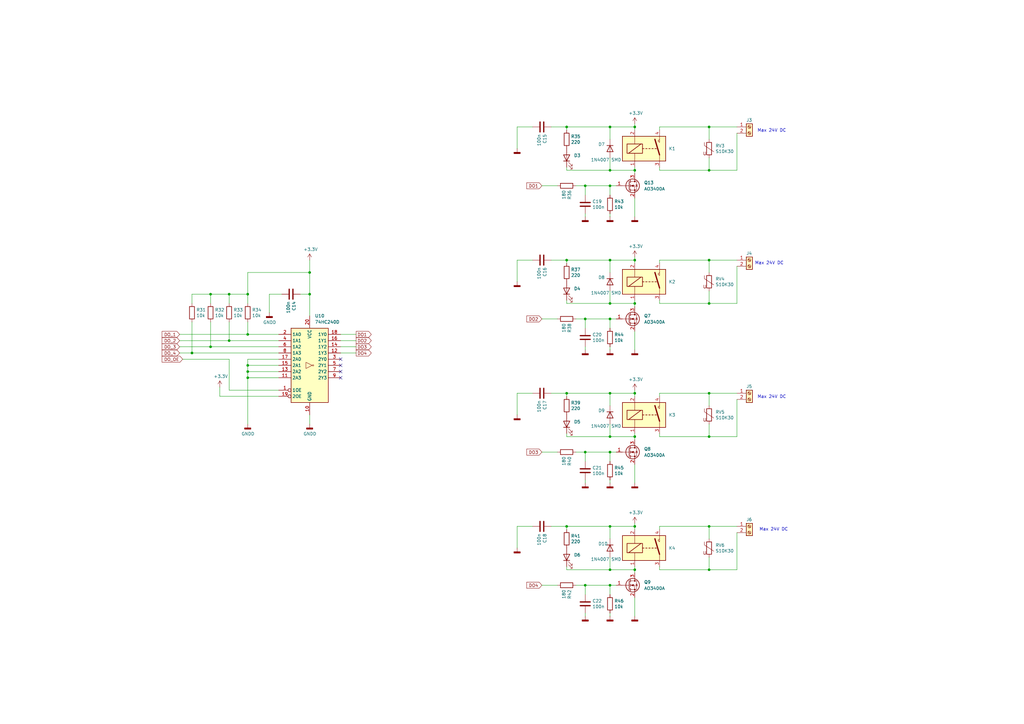
<source format=kicad_sch>
(kicad_sch
	(version 20250114)
	(generator "eeschema")
	(generator_version "9.0")
	(uuid "f0e548e5-47f0-43d0-a0a9-dceac601dd6e")
	(paper "A3")
	(lib_symbols
		(symbol "74xx:74HC240"
			(exclude_from_sim no)
			(in_bom yes)
			(on_board yes)
			(property "Reference" "U"
				(at -7.62 16.51 0)
				(effects
					(font
						(size 1.27 1.27)
					)
				)
			)
			(property "Value" "74HC240"
				(at -7.62 -16.51 0)
				(effects
					(font
						(size 1.27 1.27)
					)
				)
			)
			(property "Footprint" ""
				(at 0 0 0)
				(effects
					(font
						(size 1.27 1.27)
					)
					(hide yes)
				)
			)
			(property "Datasheet" "https://assets.nexperia.com/documents/data-sheet/74HC_HCT240.pdf"
				(at 0 0 0)
				(effects
					(font
						(size 1.27 1.27)
					)
					(hide yes)
				)
			)
			(property "Description" "8-bit Buffer/Line Driver 3-state Inverting"
				(at 0 0 0)
				(effects
					(font
						(size 1.27 1.27)
					)
					(hide yes)
				)
			)
			(property "ki_keywords" "HCMOS BUFFER 3State inv"
				(at 0 0 0)
				(effects
					(font
						(size 1.27 1.27)
					)
					(hide yes)
				)
			)
			(property "ki_fp_filters" "DIP*W7.62mm* SOIC*7.5x12.8mm*P1.27mm* TSSOP*4.4x6.5mm*P0.65mm* SSOP*4.4x6.5mm*P0.65mm*"
				(at 0 0 0)
				(effects
					(font
						(size 1.27 1.27)
					)
					(hide yes)
				)
			)
			(symbol "74HC240_1_0"
				(polyline
					(pts
						(xy 1.016 0) (xy -1.524 1.27) (xy -1.524 -1.27) (xy 1.016 0)
					)
					(stroke
						(width 0.1524)
						(type default)
					)
					(fill
						(type none)
					)
				)
				(circle
					(center 1.397 0)
					(radius 0.254)
					(stroke
						(width 0.1524)
						(type default)
					)
					(fill
						(type none)
					)
				)
				(pin input line
					(at -12.7 12.7 0)
					(length 5.08)
					(name "1A0"
						(effects
							(font
								(size 1.27 1.27)
							)
						)
					)
					(number "2"
						(effects
							(font
								(size 1.27 1.27)
							)
						)
					)
				)
				(pin input line
					(at -12.7 10.16 0)
					(length 5.08)
					(name "1A1"
						(effects
							(font
								(size 1.27 1.27)
							)
						)
					)
					(number "4"
						(effects
							(font
								(size 1.27 1.27)
							)
						)
					)
				)
				(pin input line
					(at -12.7 7.62 0)
					(length 5.08)
					(name "1A2"
						(effects
							(font
								(size 1.27 1.27)
							)
						)
					)
					(number "6"
						(effects
							(font
								(size 1.27 1.27)
							)
						)
					)
				)
				(pin input line
					(at -12.7 5.08 0)
					(length 5.08)
					(name "1A3"
						(effects
							(font
								(size 1.27 1.27)
							)
						)
					)
					(number "8"
						(effects
							(font
								(size 1.27 1.27)
							)
						)
					)
				)
				(pin input line
					(at -12.7 2.54 0)
					(length 5.08)
					(name "2A0"
						(effects
							(font
								(size 1.27 1.27)
							)
						)
					)
					(number "17"
						(effects
							(font
								(size 1.27 1.27)
							)
						)
					)
				)
				(pin input line
					(at -12.7 0 0)
					(length 5.08)
					(name "2A1"
						(effects
							(font
								(size 1.27 1.27)
							)
						)
					)
					(number "15"
						(effects
							(font
								(size 1.27 1.27)
							)
						)
					)
				)
				(pin input line
					(at -12.7 -2.54 0)
					(length 5.08)
					(name "2A2"
						(effects
							(font
								(size 1.27 1.27)
							)
						)
					)
					(number "13"
						(effects
							(font
								(size 1.27 1.27)
							)
						)
					)
				)
				(pin input line
					(at -12.7 -5.08 0)
					(length 5.08)
					(name "2A3"
						(effects
							(font
								(size 1.27 1.27)
							)
						)
					)
					(number "11"
						(effects
							(font
								(size 1.27 1.27)
							)
						)
					)
				)
				(pin input inverted
					(at -12.7 -10.16 0)
					(length 5.08)
					(name "1OE"
						(effects
							(font
								(size 1.27 1.27)
							)
						)
					)
					(number "1"
						(effects
							(font
								(size 1.27 1.27)
							)
						)
					)
				)
				(pin input inverted
					(at -12.7 -12.7 0)
					(length 5.08)
					(name "2OE"
						(effects
							(font
								(size 1.27 1.27)
							)
						)
					)
					(number "19"
						(effects
							(font
								(size 1.27 1.27)
							)
						)
					)
				)
				(pin power_in line
					(at 0 20.32 270)
					(length 5.08)
					(name "VCC"
						(effects
							(font
								(size 1.27 1.27)
							)
						)
					)
					(number "20"
						(effects
							(font
								(size 1.27 1.27)
							)
						)
					)
				)
				(pin power_in line
					(at 0 -20.32 90)
					(length 5.08)
					(name "GND"
						(effects
							(font
								(size 1.27 1.27)
							)
						)
					)
					(number "10"
						(effects
							(font
								(size 1.27 1.27)
							)
						)
					)
				)
				(pin tri_state line
					(at 12.7 12.7 180)
					(length 5.08)
					(name "1Y0"
						(effects
							(font
								(size 1.27 1.27)
							)
						)
					)
					(number "18"
						(effects
							(font
								(size 1.27 1.27)
							)
						)
					)
				)
				(pin tri_state line
					(at 12.7 10.16 180)
					(length 5.08)
					(name "1Y1"
						(effects
							(font
								(size 1.27 1.27)
							)
						)
					)
					(number "16"
						(effects
							(font
								(size 1.27 1.27)
							)
						)
					)
				)
				(pin tri_state line
					(at 12.7 7.62 180)
					(length 5.08)
					(name "1Y2"
						(effects
							(font
								(size 1.27 1.27)
							)
						)
					)
					(number "14"
						(effects
							(font
								(size 1.27 1.27)
							)
						)
					)
				)
				(pin tri_state line
					(at 12.7 5.08 180)
					(length 5.08)
					(name "1Y3"
						(effects
							(font
								(size 1.27 1.27)
							)
						)
					)
					(number "12"
						(effects
							(font
								(size 1.27 1.27)
							)
						)
					)
				)
				(pin tri_state line
					(at 12.7 2.54 180)
					(length 5.08)
					(name "2Y0"
						(effects
							(font
								(size 1.27 1.27)
							)
						)
					)
					(number "3"
						(effects
							(font
								(size 1.27 1.27)
							)
						)
					)
				)
				(pin tri_state line
					(at 12.7 0 180)
					(length 5.08)
					(name "2Y1"
						(effects
							(font
								(size 1.27 1.27)
							)
						)
					)
					(number "5"
						(effects
							(font
								(size 1.27 1.27)
							)
						)
					)
				)
				(pin tri_state line
					(at 12.7 -2.54 180)
					(length 5.08)
					(name "2Y2"
						(effects
							(font
								(size 1.27 1.27)
							)
						)
					)
					(number "7"
						(effects
							(font
								(size 1.27 1.27)
							)
						)
					)
				)
				(pin tri_state line
					(at 12.7 -5.08 180)
					(length 5.08)
					(name "2Y3"
						(effects
							(font
								(size 1.27 1.27)
							)
						)
					)
					(number "9"
						(effects
							(font
								(size 1.27 1.27)
							)
						)
					)
				)
			)
			(symbol "74HC240_1_1"
				(rectangle
					(start -7.62 15.24)
					(end 7.62 -15.24)
					(stroke
						(width 0.254)
						(type default)
					)
					(fill
						(type background)
					)
				)
			)
			(embedded_fonts no)
		)
		(symbol "Connector:Screw_Terminal_01x02"
			(pin_names
				(offset 1.016)
				(hide yes)
			)
			(exclude_from_sim no)
			(in_bom yes)
			(on_board yes)
			(property "Reference" "J"
				(at 0 2.54 0)
				(effects
					(font
						(size 1.27 1.27)
					)
				)
			)
			(property "Value" "Screw_Terminal_01x02"
				(at 0 -5.08 0)
				(effects
					(font
						(size 1.27 1.27)
					)
				)
			)
			(property "Footprint" ""
				(at 0 0 0)
				(effects
					(font
						(size 1.27 1.27)
					)
					(hide yes)
				)
			)
			(property "Datasheet" "~"
				(at 0 0 0)
				(effects
					(font
						(size 1.27 1.27)
					)
					(hide yes)
				)
			)
			(property "Description" "Generic screw terminal, single row, 01x02, script generated (kicad-library-utils/schlib/autogen/connector/)"
				(at 0 0 0)
				(effects
					(font
						(size 1.27 1.27)
					)
					(hide yes)
				)
			)
			(property "ki_keywords" "screw terminal"
				(at 0 0 0)
				(effects
					(font
						(size 1.27 1.27)
					)
					(hide yes)
				)
			)
			(property "ki_fp_filters" "TerminalBlock*:*"
				(at 0 0 0)
				(effects
					(font
						(size 1.27 1.27)
					)
					(hide yes)
				)
			)
			(symbol "Screw_Terminal_01x02_1_1"
				(rectangle
					(start -1.27 1.27)
					(end 1.27 -3.81)
					(stroke
						(width 0.254)
						(type default)
					)
					(fill
						(type background)
					)
				)
				(polyline
					(pts
						(xy -0.5334 0.3302) (xy 0.3302 -0.508)
					)
					(stroke
						(width 0.1524)
						(type default)
					)
					(fill
						(type none)
					)
				)
				(polyline
					(pts
						(xy -0.5334 -2.2098) (xy 0.3302 -3.048)
					)
					(stroke
						(width 0.1524)
						(type default)
					)
					(fill
						(type none)
					)
				)
				(polyline
					(pts
						(xy -0.3556 0.508) (xy 0.508 -0.3302)
					)
					(stroke
						(width 0.1524)
						(type default)
					)
					(fill
						(type none)
					)
				)
				(polyline
					(pts
						(xy -0.3556 -2.032) (xy 0.508 -2.8702)
					)
					(stroke
						(width 0.1524)
						(type default)
					)
					(fill
						(type none)
					)
				)
				(circle
					(center 0 0)
					(radius 0.635)
					(stroke
						(width 0.1524)
						(type default)
					)
					(fill
						(type none)
					)
				)
				(circle
					(center 0 -2.54)
					(radius 0.635)
					(stroke
						(width 0.1524)
						(type default)
					)
					(fill
						(type none)
					)
				)
				(pin passive line
					(at -5.08 0 0)
					(length 3.81)
					(name "Pin_1"
						(effects
							(font
								(size 1.27 1.27)
							)
						)
					)
					(number "1"
						(effects
							(font
								(size 1.27 1.27)
							)
						)
					)
				)
				(pin passive line
					(at -5.08 -2.54 0)
					(length 3.81)
					(name "Pin_2"
						(effects
							(font
								(size 1.27 1.27)
							)
						)
					)
					(number "2"
						(effects
							(font
								(size 1.27 1.27)
							)
						)
					)
				)
			)
			(embedded_fonts no)
		)
		(symbol "Device:C"
			(pin_numbers
				(hide yes)
			)
			(pin_names
				(offset 0.254)
			)
			(exclude_from_sim no)
			(in_bom yes)
			(on_board yes)
			(property "Reference" "C"
				(at 0.635 2.54 0)
				(effects
					(font
						(size 1.27 1.27)
					)
					(justify left)
				)
			)
			(property "Value" "C"
				(at 0.635 -2.54 0)
				(effects
					(font
						(size 1.27 1.27)
					)
					(justify left)
				)
			)
			(property "Footprint" ""
				(at 0.9652 -3.81 0)
				(effects
					(font
						(size 1.27 1.27)
					)
					(hide yes)
				)
			)
			(property "Datasheet" "~"
				(at 0 0 0)
				(effects
					(font
						(size 1.27 1.27)
					)
					(hide yes)
				)
			)
			(property "Description" "Unpolarized capacitor"
				(at 0 0 0)
				(effects
					(font
						(size 1.27 1.27)
					)
					(hide yes)
				)
			)
			(property "ki_keywords" "cap capacitor"
				(at 0 0 0)
				(effects
					(font
						(size 1.27 1.27)
					)
					(hide yes)
				)
			)
			(property "ki_fp_filters" "C_*"
				(at 0 0 0)
				(effects
					(font
						(size 1.27 1.27)
					)
					(hide yes)
				)
			)
			(symbol "C_0_1"
				(polyline
					(pts
						(xy -2.032 0.762) (xy 2.032 0.762)
					)
					(stroke
						(width 0.508)
						(type default)
					)
					(fill
						(type none)
					)
				)
				(polyline
					(pts
						(xy -2.032 -0.762) (xy 2.032 -0.762)
					)
					(stroke
						(width 0.508)
						(type default)
					)
					(fill
						(type none)
					)
				)
			)
			(symbol "C_1_1"
				(pin passive line
					(at 0 3.81 270)
					(length 2.794)
					(name "~"
						(effects
							(font
								(size 1.27 1.27)
							)
						)
					)
					(number "1"
						(effects
							(font
								(size 1.27 1.27)
							)
						)
					)
				)
				(pin passive line
					(at 0 -3.81 90)
					(length 2.794)
					(name "~"
						(effects
							(font
								(size 1.27 1.27)
							)
						)
					)
					(number "2"
						(effects
							(font
								(size 1.27 1.27)
							)
						)
					)
				)
			)
			(embedded_fonts no)
		)
		(symbol "Device:LED"
			(pin_numbers
				(hide yes)
			)
			(pin_names
				(offset 1.016)
				(hide yes)
			)
			(exclude_from_sim no)
			(in_bom yes)
			(on_board yes)
			(property "Reference" "D"
				(at 0 2.54 0)
				(effects
					(font
						(size 1.27 1.27)
					)
				)
			)
			(property "Value" "LED"
				(at 0 -2.54 0)
				(effects
					(font
						(size 1.27 1.27)
					)
				)
			)
			(property "Footprint" ""
				(at 0 0 0)
				(effects
					(font
						(size 1.27 1.27)
					)
					(hide yes)
				)
			)
			(property "Datasheet" "~"
				(at 0 0 0)
				(effects
					(font
						(size 1.27 1.27)
					)
					(hide yes)
				)
			)
			(property "Description" "Light emitting diode"
				(at 0 0 0)
				(effects
					(font
						(size 1.27 1.27)
					)
					(hide yes)
				)
			)
			(property "Sim.Pins" "1=K 2=A"
				(at 0 0 0)
				(effects
					(font
						(size 1.27 1.27)
					)
					(hide yes)
				)
			)
			(property "ki_keywords" "LED diode"
				(at 0 0 0)
				(effects
					(font
						(size 1.27 1.27)
					)
					(hide yes)
				)
			)
			(property "ki_fp_filters" "LED* LED_SMD:* LED_THT:*"
				(at 0 0 0)
				(effects
					(font
						(size 1.27 1.27)
					)
					(hide yes)
				)
			)
			(symbol "LED_0_1"
				(polyline
					(pts
						(xy -3.048 -0.762) (xy -4.572 -2.286) (xy -3.81 -2.286) (xy -4.572 -2.286) (xy -4.572 -1.524)
					)
					(stroke
						(width 0)
						(type default)
					)
					(fill
						(type none)
					)
				)
				(polyline
					(pts
						(xy -1.778 -0.762) (xy -3.302 -2.286) (xy -2.54 -2.286) (xy -3.302 -2.286) (xy -3.302 -1.524)
					)
					(stroke
						(width 0)
						(type default)
					)
					(fill
						(type none)
					)
				)
				(polyline
					(pts
						(xy -1.27 0) (xy 1.27 0)
					)
					(stroke
						(width 0)
						(type default)
					)
					(fill
						(type none)
					)
				)
				(polyline
					(pts
						(xy -1.27 -1.27) (xy -1.27 1.27)
					)
					(stroke
						(width 0.254)
						(type default)
					)
					(fill
						(type none)
					)
				)
				(polyline
					(pts
						(xy 1.27 -1.27) (xy 1.27 1.27) (xy -1.27 0) (xy 1.27 -1.27)
					)
					(stroke
						(width 0.254)
						(type default)
					)
					(fill
						(type none)
					)
				)
			)
			(symbol "LED_1_1"
				(pin passive line
					(at -3.81 0 0)
					(length 2.54)
					(name "K"
						(effects
							(font
								(size 1.27 1.27)
							)
						)
					)
					(number "1"
						(effects
							(font
								(size 1.27 1.27)
							)
						)
					)
				)
				(pin passive line
					(at 3.81 0 180)
					(length 2.54)
					(name "A"
						(effects
							(font
								(size 1.27 1.27)
							)
						)
					)
					(number "2"
						(effects
							(font
								(size 1.27 1.27)
							)
						)
					)
				)
			)
			(embedded_fonts no)
		)
		(symbol "Device:R"
			(pin_numbers
				(hide yes)
			)
			(pin_names
				(offset 0)
			)
			(exclude_from_sim no)
			(in_bom yes)
			(on_board yes)
			(property "Reference" "R"
				(at 2.032 0 90)
				(effects
					(font
						(size 1.27 1.27)
					)
				)
			)
			(property "Value" "R"
				(at 0 0 90)
				(effects
					(font
						(size 1.27 1.27)
					)
				)
			)
			(property "Footprint" ""
				(at -1.778 0 90)
				(effects
					(font
						(size 1.27 1.27)
					)
					(hide yes)
				)
			)
			(property "Datasheet" "~"
				(at 0 0 0)
				(effects
					(font
						(size 1.27 1.27)
					)
					(hide yes)
				)
			)
			(property "Description" "Resistor"
				(at 0 0 0)
				(effects
					(font
						(size 1.27 1.27)
					)
					(hide yes)
				)
			)
			(property "ki_keywords" "R res resistor"
				(at 0 0 0)
				(effects
					(font
						(size 1.27 1.27)
					)
					(hide yes)
				)
			)
			(property "ki_fp_filters" "R_*"
				(at 0 0 0)
				(effects
					(font
						(size 1.27 1.27)
					)
					(hide yes)
				)
			)
			(symbol "R_0_1"
				(rectangle
					(start -1.016 -2.54)
					(end 1.016 2.54)
					(stroke
						(width 0.254)
						(type default)
					)
					(fill
						(type none)
					)
				)
			)
			(symbol "R_1_1"
				(pin passive line
					(at 0 3.81 270)
					(length 1.27)
					(name "~"
						(effects
							(font
								(size 1.27 1.27)
							)
						)
					)
					(number "1"
						(effects
							(font
								(size 1.27 1.27)
							)
						)
					)
				)
				(pin passive line
					(at 0 -3.81 90)
					(length 1.27)
					(name "~"
						(effects
							(font
								(size 1.27 1.27)
							)
						)
					)
					(number "2"
						(effects
							(font
								(size 1.27 1.27)
							)
						)
					)
				)
			)
			(embedded_fonts no)
		)
		(symbol "Device:Varistor"
			(pin_numbers
				(hide yes)
			)
			(pin_names
				(offset 0)
			)
			(exclude_from_sim no)
			(in_bom yes)
			(on_board yes)
			(property "Reference" "RV"
				(at 3.175 0 90)
				(effects
					(font
						(size 1.27 1.27)
					)
				)
			)
			(property "Value" "Varistor"
				(at -3.175 0 90)
				(effects
					(font
						(size 1.27 1.27)
					)
				)
			)
			(property "Footprint" ""
				(at -1.778 0 90)
				(effects
					(font
						(size 1.27 1.27)
					)
					(hide yes)
				)
			)
			(property "Datasheet" "~"
				(at 0 0 0)
				(effects
					(font
						(size 1.27 1.27)
					)
					(hide yes)
				)
			)
			(property "Description" "Voltage dependent resistor"
				(at 0 0 0)
				(effects
					(font
						(size 1.27 1.27)
					)
					(hide yes)
				)
			)
			(property "Sim.Name" "kicad_builtin_varistor"
				(at 0 0 0)
				(effects
					(font
						(size 1.27 1.27)
					)
					(hide yes)
				)
			)
			(property "Sim.Device" "SUBCKT"
				(at 0 0 0)
				(effects
					(font
						(size 1.27 1.27)
					)
					(hide yes)
				)
			)
			(property "Sim.Pins" "1=A 2=B"
				(at 0 0 0)
				(effects
					(font
						(size 1.27 1.27)
					)
					(hide yes)
				)
			)
			(property "Sim.Params" "threshold=1k"
				(at 0 0 0)
				(effects
					(font
						(size 1.27 1.27)
					)
					(hide yes)
				)
			)
			(property "Sim.Library" "${KICAD9_SYMBOL_DIR}/Simulation_SPICE.sp"
				(at 0 0 0)
				(effects
					(font
						(size 1.27 1.27)
					)
					(hide yes)
				)
			)
			(property "ki_keywords" "VDR resistance"
				(at 0 0 0)
				(effects
					(font
						(size 1.27 1.27)
					)
					(hide yes)
				)
			)
			(property "ki_fp_filters" "RV_* Varistor*"
				(at 0 0 0)
				(effects
					(font
						(size 1.27 1.27)
					)
					(hide yes)
				)
			)
			(symbol "Varistor_0_0"
				(text "U"
					(at -1.778 -2.032 0)
					(effects
						(font
							(size 1.27 1.27)
						)
					)
				)
			)
			(symbol "Varistor_0_1"
				(polyline
					(pts
						(xy -1.905 2.54) (xy -1.905 1.27) (xy 1.905 -1.27)
					)
					(stroke
						(width 0)
						(type default)
					)
					(fill
						(type none)
					)
				)
				(rectangle
					(start -1.016 -2.54)
					(end 1.016 2.54)
					(stroke
						(width 0.254)
						(type default)
					)
					(fill
						(type none)
					)
				)
			)
			(symbol "Varistor_1_1"
				(pin passive line
					(at 0 3.81 270)
					(length 1.27)
					(name "~"
						(effects
							(font
								(size 1.27 1.27)
							)
						)
					)
					(number "1"
						(effects
							(font
								(size 1.27 1.27)
							)
						)
					)
				)
				(pin passive line
					(at 0 -3.81 90)
					(length 1.27)
					(name "~"
						(effects
							(font
								(size 1.27 1.27)
							)
						)
					)
					(number "2"
						(effects
							(font
								(size 1.27 1.27)
							)
						)
					)
				)
			)
			(embedded_fonts no)
		)
		(symbol "Diode:1N4007"
			(pin_numbers
				(hide yes)
			)
			(pin_names
				(hide yes)
			)
			(exclude_from_sim no)
			(in_bom yes)
			(on_board yes)
			(property "Reference" "D"
				(at 0 2.54 0)
				(effects
					(font
						(size 1.27 1.27)
					)
				)
			)
			(property "Value" "1N4007"
				(at 0 -2.54 0)
				(effects
					(font
						(size 1.27 1.27)
					)
				)
			)
			(property "Footprint" "Diode_THT:D_DO-41_SOD81_P10.16mm_Horizontal"
				(at 0 -4.445 0)
				(effects
					(font
						(size 1.27 1.27)
					)
					(hide yes)
				)
			)
			(property "Datasheet" "http://www.vishay.com/docs/88503/1n4001.pdf"
				(at 0 0 0)
				(effects
					(font
						(size 1.27 1.27)
					)
					(hide yes)
				)
			)
			(property "Description" "1000V 1A General Purpose Rectifier Diode, DO-41"
				(at 0 0 0)
				(effects
					(font
						(size 1.27 1.27)
					)
					(hide yes)
				)
			)
			(property "Sim.Device" "D"
				(at 0 0 0)
				(effects
					(font
						(size 1.27 1.27)
					)
					(hide yes)
				)
			)
			(property "Sim.Pins" "1=K 2=A"
				(at 0 0 0)
				(effects
					(font
						(size 1.27 1.27)
					)
					(hide yes)
				)
			)
			(property "ki_keywords" "diode"
				(at 0 0 0)
				(effects
					(font
						(size 1.27 1.27)
					)
					(hide yes)
				)
			)
			(property "ki_fp_filters" "D*DO?41*"
				(at 0 0 0)
				(effects
					(font
						(size 1.27 1.27)
					)
					(hide yes)
				)
			)
			(symbol "1N4007_0_1"
				(polyline
					(pts
						(xy -1.27 1.27) (xy -1.27 -1.27)
					)
					(stroke
						(width 0.254)
						(type default)
					)
					(fill
						(type none)
					)
				)
				(polyline
					(pts
						(xy 1.27 1.27) (xy 1.27 -1.27) (xy -1.27 0) (xy 1.27 1.27)
					)
					(stroke
						(width 0.254)
						(type default)
					)
					(fill
						(type none)
					)
				)
				(polyline
					(pts
						(xy 1.27 0) (xy -1.27 0)
					)
					(stroke
						(width 0)
						(type default)
					)
					(fill
						(type none)
					)
				)
			)
			(symbol "1N4007_1_1"
				(pin passive line
					(at -3.81 0 0)
					(length 2.54)
					(name "K"
						(effects
							(font
								(size 1.27 1.27)
							)
						)
					)
					(number "1"
						(effects
							(font
								(size 1.27 1.27)
							)
						)
					)
				)
				(pin passive line
					(at 3.81 0 180)
					(length 2.54)
					(name "A"
						(effects
							(font
								(size 1.27 1.27)
							)
						)
					)
					(number "2"
						(effects
							(font
								(size 1.27 1.27)
							)
						)
					)
				)
			)
			(embedded_fonts no)
		)
		(symbol "Transistor_FET:AO3400A"
			(pin_names
				(offset 0)
				(hide yes)
			)
			(exclude_from_sim no)
			(in_bom yes)
			(on_board yes)
			(property "Reference" "Q"
				(at 5.08 1.905 0)
				(effects
					(font
						(size 1.27 1.27)
					)
					(justify left)
				)
			)
			(property "Value" "AO3400A"
				(at 5.08 0 0)
				(effects
					(font
						(size 1.27 1.27)
					)
					(justify left)
				)
			)
			(property "Footprint" "Package_TO_SOT_SMD:SOT-23"
				(at 5.08 -1.905 0)
				(effects
					(font
						(size 1.27 1.27)
						(italic yes)
					)
					(justify left)
					(hide yes)
				)
			)
			(property "Datasheet" "http://www.aosmd.com/pdfs/datasheet/AO3400A.pdf"
				(at 5.08 -3.81 0)
				(effects
					(font
						(size 1.27 1.27)
					)
					(justify left)
					(hide yes)
				)
			)
			(property "Description" "30V Vds, 5.7A Id, N-Channel MOSFET, SOT-23"
				(at 0 0 0)
				(effects
					(font
						(size 1.27 1.27)
					)
					(hide yes)
				)
			)
			(property "ki_keywords" "N-Channel MOSFET"
				(at 0 0 0)
				(effects
					(font
						(size 1.27 1.27)
					)
					(hide yes)
				)
			)
			(property "ki_fp_filters" "SOT?23*"
				(at 0 0 0)
				(effects
					(font
						(size 1.27 1.27)
					)
					(hide yes)
				)
			)
			(symbol "AO3400A_0_1"
				(polyline
					(pts
						(xy 0.254 1.905) (xy 0.254 -1.905)
					)
					(stroke
						(width 0.254)
						(type default)
					)
					(fill
						(type none)
					)
				)
				(polyline
					(pts
						(xy 0.254 0) (xy -2.54 0)
					)
					(stroke
						(width 0)
						(type default)
					)
					(fill
						(type none)
					)
				)
				(polyline
					(pts
						(xy 0.762 2.286) (xy 0.762 1.27)
					)
					(stroke
						(width 0.254)
						(type default)
					)
					(fill
						(type none)
					)
				)
				(polyline
					(pts
						(xy 0.762 0.508) (xy 0.762 -0.508)
					)
					(stroke
						(width 0.254)
						(type default)
					)
					(fill
						(type none)
					)
				)
				(polyline
					(pts
						(xy 0.762 -1.27) (xy 0.762 -2.286)
					)
					(stroke
						(width 0.254)
						(type default)
					)
					(fill
						(type none)
					)
				)
				(polyline
					(pts
						(xy 0.762 -1.778) (xy 3.302 -1.778) (xy 3.302 1.778) (xy 0.762 1.778)
					)
					(stroke
						(width 0)
						(type default)
					)
					(fill
						(type none)
					)
				)
				(polyline
					(pts
						(xy 1.016 0) (xy 2.032 0.381) (xy 2.032 -0.381) (xy 1.016 0)
					)
					(stroke
						(width 0)
						(type default)
					)
					(fill
						(type outline)
					)
				)
				(circle
					(center 1.651 0)
					(radius 2.794)
					(stroke
						(width 0.254)
						(type default)
					)
					(fill
						(type none)
					)
				)
				(polyline
					(pts
						(xy 2.54 2.54) (xy 2.54 1.778)
					)
					(stroke
						(width 0)
						(type default)
					)
					(fill
						(type none)
					)
				)
				(circle
					(center 2.54 1.778)
					(radius 0.254)
					(stroke
						(width 0)
						(type default)
					)
					(fill
						(type outline)
					)
				)
				(circle
					(center 2.54 -1.778)
					(radius 0.254)
					(stroke
						(width 0)
						(type default)
					)
					(fill
						(type outline)
					)
				)
				(polyline
					(pts
						(xy 2.54 -2.54) (xy 2.54 0) (xy 0.762 0)
					)
					(stroke
						(width 0)
						(type default)
					)
					(fill
						(type none)
					)
				)
				(polyline
					(pts
						(xy 2.921 0.381) (xy 3.683 0.381)
					)
					(stroke
						(width 0)
						(type default)
					)
					(fill
						(type none)
					)
				)
				(polyline
					(pts
						(xy 3.302 0.381) (xy 2.921 -0.254) (xy 3.683 -0.254) (xy 3.302 0.381)
					)
					(stroke
						(width 0)
						(type default)
					)
					(fill
						(type none)
					)
				)
			)
			(symbol "AO3400A_1_1"
				(pin input line
					(at -5.08 0 0)
					(length 2.54)
					(name "G"
						(effects
							(font
								(size 1.27 1.27)
							)
						)
					)
					(number "1"
						(effects
							(font
								(size 1.27 1.27)
							)
						)
					)
				)
				(pin passive line
					(at 2.54 5.08 270)
					(length 2.54)
					(name "D"
						(effects
							(font
								(size 1.27 1.27)
							)
						)
					)
					(number "3"
						(effects
							(font
								(size 1.27 1.27)
							)
						)
					)
				)
				(pin passive line
					(at 2.54 -5.08 90)
					(length 2.54)
					(name "S"
						(effects
							(font
								(size 1.27 1.27)
							)
						)
					)
					(number "2"
						(effects
							(font
								(size 1.27 1.27)
							)
						)
					)
				)
			)
			(embedded_fonts no)
		)
		(symbol "power:+3.3V"
			(power)
			(pin_numbers
				(hide yes)
			)
			(pin_names
				(offset 0)
				(hide yes)
			)
			(exclude_from_sim no)
			(in_bom yes)
			(on_board yes)
			(property "Reference" "#PWR"
				(at 0 -3.81 0)
				(effects
					(font
						(size 1.27 1.27)
					)
					(hide yes)
				)
			)
			(property "Value" "+3.3V"
				(at 0 3.556 0)
				(effects
					(font
						(size 1.27 1.27)
					)
				)
			)
			(property "Footprint" ""
				(at 0 0 0)
				(effects
					(font
						(size 1.27 1.27)
					)
					(hide yes)
				)
			)
			(property "Datasheet" ""
				(at 0 0 0)
				(effects
					(font
						(size 1.27 1.27)
					)
					(hide yes)
				)
			)
			(property "Description" "Power symbol creates a global label with name \"+3.3V\""
				(at 0 0 0)
				(effects
					(font
						(size 1.27 1.27)
					)
					(hide yes)
				)
			)
			(property "ki_keywords" "global power"
				(at 0 0 0)
				(effects
					(font
						(size 1.27 1.27)
					)
					(hide yes)
				)
			)
			(symbol "+3.3V_0_1"
				(polyline
					(pts
						(xy -0.762 1.27) (xy 0 2.54)
					)
					(stroke
						(width 0)
						(type default)
					)
					(fill
						(type none)
					)
				)
				(polyline
					(pts
						(xy 0 2.54) (xy 0.762 1.27)
					)
					(stroke
						(width 0)
						(type default)
					)
					(fill
						(type none)
					)
				)
				(polyline
					(pts
						(xy 0 0) (xy 0 2.54)
					)
					(stroke
						(width 0)
						(type default)
					)
					(fill
						(type none)
					)
				)
			)
			(symbol "+3.3V_1_1"
				(pin power_in line
					(at 0 0 90)
					(length 0)
					(name "~"
						(effects
							(font
								(size 1.27 1.27)
							)
						)
					)
					(number "1"
						(effects
							(font
								(size 1.27 1.27)
							)
						)
					)
				)
			)
			(embedded_fonts no)
		)
		(symbol "power:GNDD"
			(power)
			(pin_numbers
				(hide yes)
			)
			(pin_names
				(offset 0)
				(hide yes)
			)
			(exclude_from_sim no)
			(in_bom yes)
			(on_board yes)
			(property "Reference" "#PWR"
				(at 0 -6.35 0)
				(effects
					(font
						(size 1.27 1.27)
					)
					(hide yes)
				)
			)
			(property "Value" "GNDD"
				(at 0 -3.175 0)
				(effects
					(font
						(size 1.27 1.27)
					)
				)
			)
			(property "Footprint" ""
				(at 0 0 0)
				(effects
					(font
						(size 1.27 1.27)
					)
					(hide yes)
				)
			)
			(property "Datasheet" ""
				(at 0 0 0)
				(effects
					(font
						(size 1.27 1.27)
					)
					(hide yes)
				)
			)
			(property "Description" "Power symbol creates a global label with name \"GNDD\" , digital ground"
				(at 0 0 0)
				(effects
					(font
						(size 1.27 1.27)
					)
					(hide yes)
				)
			)
			(property "ki_keywords" "global power"
				(at 0 0 0)
				(effects
					(font
						(size 1.27 1.27)
					)
					(hide yes)
				)
			)
			(symbol "GNDD_0_1"
				(rectangle
					(start -1.27 -1.524)
					(end 1.27 -2.032)
					(stroke
						(width 0.254)
						(type default)
					)
					(fill
						(type outline)
					)
				)
				(polyline
					(pts
						(xy 0 0) (xy 0 -1.524)
					)
					(stroke
						(width 0)
						(type default)
					)
					(fill
						(type none)
					)
				)
			)
			(symbol "GNDD_1_1"
				(pin power_in line
					(at 0 0 270)
					(length 0)
					(name "~"
						(effects
							(font
								(size 1.27 1.27)
							)
						)
					)
					(number "1"
						(effects
							(font
								(size 1.27 1.27)
							)
						)
					)
				)
			)
			(embedded_fonts no)
		)
		(symbol "project:pcb_relay"
			(exclude_from_sim no)
			(in_bom yes)
			(on_board yes)
			(property "Reference" "K1"
				(at 8.382 1.1684 0)
				(effects
					(font
						(size 1.27 1.27)
					)
					(justify left)
				)
			)
			(property "Value" "SDT-S-103DMR,000"
				(at -12.7 -8.89 90)
				(effects
					(font
						(size 1.27 1.27)
					)
					(justify left)
					(hide yes)
				)
			)
			(property "Footprint" "Project:1461267-1"
				(at 8.89 -1.27 0)
				(effects
					(font
						(size 1.27 1.27)
					)
					(justify left)
					(hide yes)
				)
			)
			(property "Datasheet" ""
				(at 0 0 0)
				(effects
					(font
						(size 1.27 1.27)
					)
					(hide yes)
				)
			)
			(property "Description" ""
				(at 0 0 0)
				(effects
					(font
						(size 1.27 1.27)
					)
				)
			)
			(property "Order Number Farnell" "1891987"
				(at 0 0 0)
				(effects
					(font
						(size 1.27 1.27)
					)
					(hide yes)
				)
			)
			(property "ki_keywords" "Single Pole Reed Relay SPST"
				(at 0 0 0)
				(effects
					(font
						(size 1.27 1.27)
					)
					(hide yes)
				)
			)
			(property "ki_fp_filters" "Relay*StandexMeder*DIP*LowProfile*"
				(at 0 0 0)
				(effects
					(font
						(size 1.27 1.27)
					)
					(hide yes)
				)
			)
			(symbol "pcb_relay_0_0"
				(polyline
					(pts
						(xy 5.08 5.08) (xy 5.08 2.54) (xy 4.445 3.175) (xy 5.08 3.81)
					)
					(stroke
						(width 0)
						(type default)
					)
					(fill
						(type none)
					)
				)
			)
			(symbol "pcb_relay_0_1"
				(rectangle
					(start -10.16 5.08)
					(end 7.62 -5.08)
					(stroke
						(width 0.254)
						(type default)
					)
					(fill
						(type background)
					)
				)
				(rectangle
					(start -8.255 1.905)
					(end -1.905 -1.905)
					(stroke
						(width 0.254)
						(type default)
					)
					(fill
						(type none)
					)
				)
				(polyline
					(pts
						(xy -7.62 -1.905) (xy -2.54 1.905)
					)
					(stroke
						(width 0.254)
						(type default)
					)
					(fill
						(type none)
					)
				)
				(polyline
					(pts
						(xy -5.08 5.08) (xy -5.08 1.905)
					)
					(stroke
						(width 0)
						(type default)
					)
					(fill
						(type none)
					)
				)
				(polyline
					(pts
						(xy -5.08 -5.08) (xy -5.08 -1.905)
					)
					(stroke
						(width 0)
						(type default)
					)
					(fill
						(type none)
					)
				)
				(polyline
					(pts
						(xy -1.905 0) (xy -1.27 0)
					)
					(stroke
						(width 0.254)
						(type default)
					)
					(fill
						(type none)
					)
				)
				(polyline
					(pts
						(xy -0.635 0) (xy 0 0)
					)
					(stroke
						(width 0.254)
						(type default)
					)
					(fill
						(type none)
					)
				)
				(polyline
					(pts
						(xy 0.635 0) (xy 1.27 0)
					)
					(stroke
						(width 0.254)
						(type default)
					)
					(fill
						(type none)
					)
				)
				(polyline
					(pts
						(xy 1.905 0) (xy 2.54 0)
					)
					(stroke
						(width 0.254)
						(type default)
					)
					(fill
						(type none)
					)
				)
				(polyline
					(pts
						(xy 3.175 0) (xy 3.81 0)
					)
					(stroke
						(width 0.254)
						(type default)
					)
					(fill
						(type none)
					)
				)
				(polyline
					(pts
						(xy 5.08 -2.54) (xy 3.175 3.81)
					)
					(stroke
						(width 0.508)
						(type default)
					)
					(fill
						(type none)
					)
				)
				(polyline
					(pts
						(xy 5.08 -2.54) (xy 5.08 -5.08)
					)
					(stroke
						(width 0)
						(type default)
					)
					(fill
						(type none)
					)
				)
			)
			(symbol "pcb_relay_1_1"
				(pin passive line
					(at -5.08 7.62 270)
					(length 2.54)
					(name "~"
						(effects
							(font
								(size 1.27 1.27)
							)
						)
					)
					(number "2"
						(effects
							(font
								(size 1.27 1.27)
							)
						)
					)
				)
				(pin passive line
					(at -5.08 -7.62 90)
					(length 2.54)
					(name "~"
						(effects
							(font
								(size 1.27 1.27)
							)
						)
					)
					(number "1"
						(effects
							(font
								(size 1.27 1.27)
							)
						)
					)
				)
				(pin passive line
					(at 5.08 7.62 270)
					(length 2.54)
					(name "~"
						(effects
							(font
								(size 1.27 1.27)
							)
						)
					)
					(number "4"
						(effects
							(font
								(size 1.27 1.27)
							)
						)
					)
				)
				(pin passive line
					(at 5.08 -7.62 90)
					(length 2.54)
					(name "~"
						(effects
							(font
								(size 1.27 1.27)
							)
						)
					)
					(number "3"
						(effects
							(font
								(size 1.27 1.27)
							)
						)
					)
				)
			)
			(embedded_fonts no)
		)
	)
	(text "Max 24V DC"
		(exclude_from_sim no)
		(at 309.626 108.712 0)
		(effects
			(font
				(size 1.27 1.27)
			)
			(justify left bottom)
		)
		(uuid "4f654f0b-9bdd-41a4-ac9e-9b7a0e85a0b7")
	)
	(text "Max 24V DC"
		(exclude_from_sim no)
		(at 311.404 217.932 0)
		(effects
			(font
				(size 1.27 1.27)
			)
			(justify left bottom)
		)
		(uuid "54381cfc-c220-42a0-bb86-0474345445fe")
	)
	(text "Max 24V DC"
		(exclude_from_sim no)
		(at 310.642 163.576 0)
		(effects
			(font
				(size 1.27 1.27)
			)
			(justify left bottom)
		)
		(uuid "b5619b88-2d96-402d-a22c-701db08a6b19")
	)
	(text "Max 24V DC"
		(exclude_from_sim no)
		(at 310.642 54.356 0)
		(effects
			(font
				(size 1.27 1.27)
			)
			(justify left bottom)
		)
		(uuid "fac6023c-73d4-4617-b87f-6cded9dd3009")
	)
	(junction
		(at 290.83 179.07)
		(diameter 0)
		(color 0 0 0 0)
		(uuid "07e685e0-de69-474b-bd57-3a7c5d3b6043")
	)
	(junction
		(at 86.36 120.65)
		(diameter 0)
		(color 0 0 0 0)
		(uuid "08ce991e-6333-4fbe-96fa-d038c1cad220")
	)
	(junction
		(at 101.6 152.4)
		(diameter 0)
		(color 0 0 0 0)
		(uuid "16b6d77a-ded4-451f-a07e-e62e533d5434")
	)
	(junction
		(at 250.19 52.07)
		(diameter 0)
		(color 0 0 0 0)
		(uuid "1799ff81-3172-4039-82ca-ad745f2aa74e")
	)
	(junction
		(at 232.41 106.68)
		(diameter 0)
		(color 0 0 0 0)
		(uuid "182b0c63-2b87-4eaf-8472-79a813007dc8")
	)
	(junction
		(at 250.19 130.81)
		(diameter 0)
		(color 0 0 0 0)
		(uuid "2bd9fd49-5a7b-4510-8fd7-4efcef96c804")
	)
	(junction
		(at 290.83 215.9)
		(diameter 0)
		(color 0 0 0 0)
		(uuid "39c22b62-f4cd-4398-9bbc-943261eb7749")
	)
	(junction
		(at 250.19 161.29)
		(diameter 0)
		(color 0 0 0 0)
		(uuid "3a624731-b317-4bf7-8467-5bacff1545fc")
	)
	(junction
		(at 260.35 215.9)
		(diameter 0)
		(color 0 0 0 0)
		(uuid "3b4e824c-6d33-4539-9d31-1f45f1169f85")
	)
	(junction
		(at 260.35 106.68)
		(diameter 0)
		(color 0 0 0 0)
		(uuid "415b479c-20b5-4348-8184-9a460fef035f")
	)
	(junction
		(at 290.83 233.68)
		(diameter 0)
		(color 0 0 0 0)
		(uuid "4182d018-503e-4c92-a50e-6cddf3a490f1")
	)
	(junction
		(at 250.19 215.9)
		(diameter 0)
		(color 0 0 0 0)
		(uuid "4281bf99-8e2e-4e6f-ac57-719eccc8bea4")
	)
	(junction
		(at 127 120.65)
		(diameter 0)
		(color 0 0 0 0)
		(uuid "4b55cb57-d30d-45f5-93f0-32898c3a6fee")
	)
	(junction
		(at 260.35 52.07)
		(diameter 0)
		(color 0 0 0 0)
		(uuid "4c79ea28-7429-4795-8230-898bf8d87e95")
	)
	(junction
		(at 232.41 161.29)
		(diameter 0)
		(color 0 0 0 0)
		(uuid "4f407c27-bca7-4e06-bef9-f8b575113890")
	)
	(junction
		(at 250.19 185.42)
		(diameter 0)
		(color 0 0 0 0)
		(uuid "5c14b23b-bd5f-4f3d-832a-5e9289f942d8")
	)
	(junction
		(at 240.03 240.03)
		(diameter 0)
		(color 0 0 0 0)
		(uuid "6079799a-3960-42e5-8132-f4d97996d96b")
	)
	(junction
		(at 240.03 76.2)
		(diameter 0)
		(color 0 0 0 0)
		(uuid "7164f506-f1bd-458d-8c7a-6fc14a53bced")
	)
	(junction
		(at 290.83 52.07)
		(diameter 0)
		(color 0 0 0 0)
		(uuid "75fdf26a-0e83-4604-a0b9-ae276a467c2c")
	)
	(junction
		(at 250.19 179.07)
		(diameter 0)
		(color 0 0 0 0)
		(uuid "79199347-c8a5-4922-919e-98fe1c7b045a")
	)
	(junction
		(at 250.19 76.2)
		(diameter 0)
		(color 0 0 0 0)
		(uuid "7a9b6e8d-a5a8-4b04-8dde-6cc3c6114b11")
	)
	(junction
		(at 290.83 106.68)
		(diameter 0)
		(color 0 0 0 0)
		(uuid "7a9c79b7-34c6-477a-8751-65a545d79c7d")
	)
	(junction
		(at 260.35 233.68)
		(diameter 0)
		(color 0 0 0 0)
		(uuid "80f0d80d-1ba6-49cb-bc14-ccd0dd45ac5b")
	)
	(junction
		(at 250.19 233.68)
		(diameter 0)
		(color 0 0 0 0)
		(uuid "81640566-2929-4663-91e1-62377376e050")
	)
	(junction
		(at 290.83 124.46)
		(diameter 0)
		(color 0 0 0 0)
		(uuid "8ea7e7cc-19db-4720-935f-1e81c679b702")
	)
	(junction
		(at 101.6 149.86)
		(diameter 0)
		(color 0 0 0 0)
		(uuid "93cb2a74-4ed0-4b5d-b948-e52f6bbd0370")
	)
	(junction
		(at 260.35 179.07)
		(diameter 0)
		(color 0 0 0 0)
		(uuid "966cb89a-d2e5-4d60-92f1-592630a68ba8")
	)
	(junction
		(at 93.98 139.7)
		(diameter 0)
		(color 0 0 0 0)
		(uuid "9aa04c3d-762d-4a61-9ecc-7bafe090206c")
	)
	(junction
		(at 93.98 120.65)
		(diameter 0)
		(color 0 0 0 0)
		(uuid "9d4170eb-5943-4ba4-bb77-b9467250f00b")
	)
	(junction
		(at 101.6 137.16)
		(diameter 0)
		(color 0 0 0 0)
		(uuid "9da6f11b-88b2-42e3-b7e0-16b657a82815")
	)
	(junction
		(at 240.03 130.81)
		(diameter 0)
		(color 0 0 0 0)
		(uuid "9f3307cb-e93e-4701-9d8c-cb13a73f0ffb")
	)
	(junction
		(at 260.35 69.85)
		(diameter 0)
		(color 0 0 0 0)
		(uuid "a1937fb2-c099-4b4b-8f73-0254a3a78c3c")
	)
	(junction
		(at 232.41 52.07)
		(diameter 0)
		(color 0 0 0 0)
		(uuid "a1cd65e4-993f-4afb-a7b3-798dafd06929")
	)
	(junction
		(at 101.6 120.65)
		(diameter 0)
		(color 0 0 0 0)
		(uuid "a2612c4d-e00d-4b61-b513-99b2c614a3ef")
	)
	(junction
		(at 260.35 124.46)
		(diameter 0)
		(color 0 0 0 0)
		(uuid "a2bf0c4a-a257-4ae9-8fc2-85cbf2c98973")
	)
	(junction
		(at 86.36 142.24)
		(diameter 0)
		(color 0 0 0 0)
		(uuid "a357ffcd-2727-4968-9c90-e8b0258b2b2c")
	)
	(junction
		(at 250.19 124.46)
		(diameter 0)
		(color 0 0 0 0)
		(uuid "a445df9c-10d9-42a4-9fc8-86ae307df225")
	)
	(junction
		(at 127 111.76)
		(diameter 0)
		(color 0 0 0 0)
		(uuid "b2f95ecc-338c-4298-adaf-3b1f55eeb480")
	)
	(junction
		(at 260.35 161.29)
		(diameter 0)
		(color 0 0 0 0)
		(uuid "b612ed7f-9f90-4c06-b9f1-d77223d6c3dd")
	)
	(junction
		(at 101.6 154.94)
		(diameter 0)
		(color 0 0 0 0)
		(uuid "b693acca-9003-4486-ac58-f95f8d711646")
	)
	(junction
		(at 250.19 106.68)
		(diameter 0)
		(color 0 0 0 0)
		(uuid "b6a37397-7da5-4a64-8a1b-5770e295331e")
	)
	(junction
		(at 290.83 69.85)
		(diameter 0)
		(color 0 0 0 0)
		(uuid "c357f0cc-2dd9-4f0e-9c6a-285f51129cc3")
	)
	(junction
		(at 250.19 240.03)
		(diameter 0)
		(color 0 0 0 0)
		(uuid "d6bc1eea-cd58-4c62-ab78-f406d96c7e74")
	)
	(junction
		(at 240.03 185.42)
		(diameter 0)
		(color 0 0 0 0)
		(uuid "dc4e36f2-14ee-45ca-878f-b5af01f1127c")
	)
	(junction
		(at 290.83 161.29)
		(diameter 0)
		(color 0 0 0 0)
		(uuid "e77d371b-bceb-4d5a-ba0f-37ab638a48e7")
	)
	(junction
		(at 232.41 215.9)
		(diameter 0)
		(color 0 0 0 0)
		(uuid "eb42189c-5654-43fc-ae28-ee2e2ab26bd6")
	)
	(junction
		(at 250.19 69.85)
		(diameter 0)
		(color 0 0 0 0)
		(uuid "f8ecc716-1764-4aba-aa2c-620f302fc0fd")
	)
	(junction
		(at 78.74 144.78)
		(diameter 0)
		(color 0 0 0 0)
		(uuid "fc3715b8-a135-435d-b7d7-8d11e3fbdf70")
	)
	(no_connect
		(at 139.7 147.32)
		(uuid "0939be69-945f-4dbc-968b-fe1b35fb5ead")
	)
	(no_connect
		(at 139.7 149.86)
		(uuid "6969bb87-3956-4aa2-aac5-d5de2603f9c2")
	)
	(no_connect
		(at 139.7 154.94)
		(uuid "7c8a110b-5d5c-4927-ba49-cc50b234c8ac")
	)
	(no_connect
		(at 139.7 152.4)
		(uuid "cccb06e1-bb80-4fac-b7a4-104b88a8a2d3")
	)
	(wire
		(pts
			(xy 232.41 107.95) (xy 232.41 106.68)
		)
		(stroke
			(width 0)
			(type default)
		)
		(uuid "007ca602-4127-4521-81cd-06ef3ccdbbf0")
	)
	(wire
		(pts
			(xy 250.19 134.62) (xy 250.19 130.81)
		)
		(stroke
			(width 0)
			(type default)
		)
		(uuid "02595f15-c907-4daa-a749-9062573fef6a")
	)
	(wire
		(pts
			(xy 250.19 52.07) (xy 250.19 57.15)
		)
		(stroke
			(width 0)
			(type default)
		)
		(uuid "04f74f0f-8841-4f2e-b1ae-3b813cb46a92")
	)
	(wire
		(pts
			(xy 290.83 57.15) (xy 290.83 52.07)
		)
		(stroke
			(width 0)
			(type default)
		)
		(uuid "05293a05-6bb2-4346-a267-b4a740cca241")
	)
	(wire
		(pts
			(xy 232.41 232.41) (xy 232.41 233.68)
		)
		(stroke
			(width 0)
			(type default)
		)
		(uuid "07d77d23-3f0c-41e9-9ba3-e7c2e00f02a4")
	)
	(wire
		(pts
			(xy 260.35 135.89) (xy 260.35 143.51)
		)
		(stroke
			(width 0)
			(type default)
		)
		(uuid "0a95dffe-709a-439b-bab5-faf82a703baa")
	)
	(wire
		(pts
			(xy 250.19 64.77) (xy 250.19 69.85)
		)
		(stroke
			(width 0)
			(type default)
		)
		(uuid "0b88626a-09d4-4e35-b6dd-52f3375c02f0")
	)
	(wire
		(pts
			(xy 226.06 215.9) (xy 232.41 215.9)
		)
		(stroke
			(width 0)
			(type default)
		)
		(uuid "0ebc5174-e184-4430-b8a5-f0c4d24c5c43")
	)
	(wire
		(pts
			(xy 114.3 162.56) (xy 90.17 162.56)
		)
		(stroke
			(width 0)
			(type default)
		)
		(uuid "0ef5d21b-a349-4af9-97b7-19f87032802f")
	)
	(wire
		(pts
			(xy 86.36 142.24) (xy 114.3 142.24)
		)
		(stroke
			(width 0)
			(type default)
		)
		(uuid "117744ff-763f-4b51-ac9f-765b3396d47a")
	)
	(wire
		(pts
			(xy 260.35 69.85) (xy 260.35 68.58)
		)
		(stroke
			(width 0)
			(type default)
		)
		(uuid "123080cb-b08e-484f-8edf-d753cd83d41b")
	)
	(wire
		(pts
			(xy 260.35 217.17) (xy 260.35 215.9)
		)
		(stroke
			(width 0)
			(type default)
		)
		(uuid "140b1c5a-6e21-4ec4-b979-5b25a46383e5")
	)
	(wire
		(pts
			(xy 127 120.65) (xy 127 111.76)
		)
		(stroke
			(width 0)
			(type default)
		)
		(uuid "1457c2c3-e798-4e1f-ac7c-b6abb9db71f0")
	)
	(wire
		(pts
			(xy 93.98 132.08) (xy 93.98 139.7)
		)
		(stroke
			(width 0)
			(type default)
		)
		(uuid "14faf67e-7f54-4cc8-9a07-74f69b527988")
	)
	(wire
		(pts
			(xy 260.35 233.68) (xy 260.35 232.41)
		)
		(stroke
			(width 0)
			(type default)
		)
		(uuid "1546ebfc-dc18-40aa-94c5-61c6ec6f40ee")
	)
	(wire
		(pts
			(xy 93.98 120.65) (xy 93.98 124.46)
		)
		(stroke
			(width 0)
			(type default)
		)
		(uuid "1603bdf7-ad56-4800-a88c-7a17ae368aec")
	)
	(wire
		(pts
			(xy 114.3 149.86) (xy 101.6 149.86)
		)
		(stroke
			(width 0)
			(type default)
		)
		(uuid "17670082-effd-4c6a-a55d-121d254b2751")
	)
	(wire
		(pts
			(xy 302.26 179.07) (xy 302.26 163.83)
		)
		(stroke
			(width 0)
			(type default)
		)
		(uuid "192c7257-2241-491c-80be-cd64b7d50180")
	)
	(wire
		(pts
			(xy 212.09 52.07) (xy 212.09 60.96)
		)
		(stroke
			(width 0)
			(type default)
		)
		(uuid "1b0f480d-d49f-4eb2-b05d-9ec146cecd27")
	)
	(wire
		(pts
			(xy 250.19 69.85) (xy 260.35 69.85)
		)
		(stroke
			(width 0)
			(type default)
		)
		(uuid "1bd5aaf1-7f33-4ac3-bc0a-0148bd83a6b9")
	)
	(wire
		(pts
			(xy 260.35 180.34) (xy 260.35 179.07)
		)
		(stroke
			(width 0)
			(type default)
		)
		(uuid "1eb34c38-1ff6-496b-9415-1b5d78123a39")
	)
	(wire
		(pts
			(xy 212.09 161.29) (xy 212.09 170.18)
		)
		(stroke
			(width 0)
			(type default)
		)
		(uuid "1edd83b3-680c-4098-b555-f460ded9d1f3")
	)
	(wire
		(pts
			(xy 240.03 251.46) (xy 240.03 252.73)
		)
		(stroke
			(width 0)
			(type default)
		)
		(uuid "26de4927-b540-455f-942b-e630b8043048")
	)
	(wire
		(pts
			(xy 212.09 215.9) (xy 218.44 215.9)
		)
		(stroke
			(width 0)
			(type default)
		)
		(uuid "27c2a91a-c326-4d53-a9af-af320fbf2399")
	)
	(wire
		(pts
			(xy 222.25 185.42) (xy 228.6 185.42)
		)
		(stroke
			(width 0)
			(type default)
		)
		(uuid "28ad26a9-ee90-45fa-b822-3c817490d45f")
	)
	(wire
		(pts
			(xy 226.06 161.29) (xy 232.41 161.29)
		)
		(stroke
			(width 0)
			(type default)
		)
		(uuid "2a1daa49-61ec-490f-9e72-00e8520c5221")
	)
	(wire
		(pts
			(xy 101.6 137.16) (xy 114.3 137.16)
		)
		(stroke
			(width 0)
			(type default)
		)
		(uuid "2a65d6ec-bd5f-41ac-bde7-ada66e1dafc0")
	)
	(wire
		(pts
			(xy 250.19 80.01) (xy 250.19 76.2)
		)
		(stroke
			(width 0)
			(type default)
		)
		(uuid "2a7df01a-1a53-4a38-b004-ec49ac9cb5b6")
	)
	(wire
		(pts
			(xy 302.26 215.9) (xy 290.83 215.9)
		)
		(stroke
			(width 0)
			(type default)
		)
		(uuid "2d475c24-042b-41e8-944f-878ee1ec22d0")
	)
	(wire
		(pts
			(xy 250.19 143.51) (xy 250.19 142.24)
		)
		(stroke
			(width 0)
			(type default)
		)
		(uuid "2f283f73-be02-4116-b573-596630fed809")
	)
	(wire
		(pts
			(xy 212.09 52.07) (xy 218.44 52.07)
		)
		(stroke
			(width 0)
			(type default)
		)
		(uuid "2ffcc1e3-c7e8-42a6-9985-2ef25c102c17")
	)
	(wire
		(pts
			(xy 302.26 161.29) (xy 290.83 161.29)
		)
		(stroke
			(width 0)
			(type default)
		)
		(uuid "3194ba5a-4cef-4532-accf-84467ba8046e")
	)
	(wire
		(pts
			(xy 270.51 161.29) (xy 270.51 162.56)
		)
		(stroke
			(width 0)
			(type default)
		)
		(uuid "32b1b23f-f69e-468b-bb67-b9fe5773ea32")
	)
	(wire
		(pts
			(xy 240.03 189.23) (xy 240.03 185.42)
		)
		(stroke
			(width 0)
			(type default)
		)
		(uuid "3681718f-b1cf-4727-b48e-15892002f12b")
	)
	(wire
		(pts
			(xy 260.35 234.95) (xy 260.35 233.68)
		)
		(stroke
			(width 0)
			(type default)
		)
		(uuid "36a2e5dc-9892-47dd-b507-35745b5181d1")
	)
	(wire
		(pts
			(xy 73.66 137.16) (xy 101.6 137.16)
		)
		(stroke
			(width 0)
			(type default)
		)
		(uuid "370a3567-7f09-4b46-abfe-9a9ed57b671b")
	)
	(wire
		(pts
			(xy 270.51 52.07) (xy 290.83 52.07)
		)
		(stroke
			(width 0)
			(type default)
		)
		(uuid "376aeaf8-507b-49af-951e-3a5d1b1a1dee")
	)
	(wire
		(pts
			(xy 101.6 111.76) (xy 101.6 120.65)
		)
		(stroke
			(width 0)
			(type default)
		)
		(uuid "3bc24a22-9793-4ef2-8ab3-dfd41e39f4a4")
	)
	(wire
		(pts
			(xy 250.19 179.07) (xy 260.35 179.07)
		)
		(stroke
			(width 0)
			(type default)
		)
		(uuid "3c333801-8ae4-4f39-89e8-9e48677c0a8c")
	)
	(wire
		(pts
			(xy 260.35 179.07) (xy 260.35 177.8)
		)
		(stroke
			(width 0)
			(type default)
		)
		(uuid "3dc81a20-8881-48e9-b7c2-5c315cf8e145")
	)
	(wire
		(pts
			(xy 270.51 232.41) (xy 270.51 233.68)
		)
		(stroke
			(width 0)
			(type default)
		)
		(uuid "41757df4-d293-4075-931a-969670217603")
	)
	(wire
		(pts
			(xy 240.03 80.01) (xy 240.03 76.2)
		)
		(stroke
			(width 0)
			(type default)
		)
		(uuid "4516de77-2b06-4298-b0a9-7c3550172dd1")
	)
	(wire
		(pts
			(xy 260.35 161.29) (xy 250.19 161.29)
		)
		(stroke
			(width 0)
			(type default)
		)
		(uuid "46416d43-8abb-4424-8030-f5598c76180d")
	)
	(wire
		(pts
			(xy 290.83 173.99) (xy 290.83 179.07)
		)
		(stroke
			(width 0)
			(type default)
		)
		(uuid "4898a63c-2f38-459f-b015-df4c5acf00c5")
	)
	(wire
		(pts
			(xy 240.03 142.24) (xy 240.03 143.51)
		)
		(stroke
			(width 0)
			(type default)
		)
		(uuid "493c4835-fcd3-49bb-9c18-a645651e74c1")
	)
	(wire
		(pts
			(xy 270.51 177.8) (xy 270.51 179.07)
		)
		(stroke
			(width 0)
			(type default)
		)
		(uuid "4b33b20a-33e8-409d-b4f6-472bd31bfa42")
	)
	(wire
		(pts
			(xy 250.19 124.46) (xy 232.41 124.46)
		)
		(stroke
			(width 0)
			(type default)
		)
		(uuid "4d5db6e1-ac78-40eb-9812-1e10ffbfee19")
	)
	(wire
		(pts
			(xy 260.35 106.68) (xy 250.19 106.68)
		)
		(stroke
			(width 0)
			(type default)
		)
		(uuid "4e07a852-44e0-4519-a4f9-adf5a1a1300a")
	)
	(wire
		(pts
			(xy 226.06 106.68) (xy 232.41 106.68)
		)
		(stroke
			(width 0)
			(type default)
		)
		(uuid "4f01b214-c434-4f1d-b7b6-e3c8d256408f")
	)
	(wire
		(pts
			(xy 232.41 123.19) (xy 232.41 124.46)
		)
		(stroke
			(width 0)
			(type default)
		)
		(uuid "4f146f88-f7ae-44ce-82ab-fd06288bef3d")
	)
	(wire
		(pts
			(xy 114.3 154.94) (xy 101.6 154.94)
		)
		(stroke
			(width 0)
			(type default)
		)
		(uuid "514e52d1-78d3-4011-b8e4-1aaf20eb27e1")
	)
	(wire
		(pts
			(xy 250.19 76.2) (xy 252.73 76.2)
		)
		(stroke
			(width 0)
			(type default)
		)
		(uuid "550a91eb-fd16-4a0f-8b35-675344713d14")
	)
	(wire
		(pts
			(xy 127 111.76) (xy 127 106.68)
		)
		(stroke
			(width 0)
			(type default)
		)
		(uuid "559ca94d-fc20-4676-b043-da59cb2a9dd8")
	)
	(wire
		(pts
			(xy 222.25 76.2) (xy 228.6 76.2)
		)
		(stroke
			(width 0)
			(type default)
		)
		(uuid "57bef5c2-a9f0-4ce0-be2f-c1b12cd61b50")
	)
	(wire
		(pts
			(xy 290.83 119.38) (xy 290.83 124.46)
		)
		(stroke
			(width 0)
			(type default)
		)
		(uuid "598146ca-532a-44d9-80ae-7b4e1f68b77d")
	)
	(wire
		(pts
			(xy 139.7 144.78) (xy 146.05 144.78)
		)
		(stroke
			(width 0)
			(type default)
		)
		(uuid "5aaf6318-da16-4766-958e-c32d5c5b9134")
	)
	(wire
		(pts
			(xy 212.09 106.68) (xy 218.44 106.68)
		)
		(stroke
			(width 0)
			(type default)
		)
		(uuid "5cbe844d-d902-4701-95e8-e58004ca35c5")
	)
	(wire
		(pts
			(xy 260.35 190.5) (xy 260.35 198.12)
		)
		(stroke
			(width 0)
			(type default)
		)
		(uuid "5d00d8a0-1449-4a9b-b1a7-db909b997b87")
	)
	(wire
		(pts
			(xy 260.35 81.28) (xy 260.35 88.9)
		)
		(stroke
			(width 0)
			(type default)
		)
		(uuid "5d012ea5-c54a-42af-88b0-a6a72ec66802")
	)
	(wire
		(pts
			(xy 250.19 233.68) (xy 232.41 233.68)
		)
		(stroke
			(width 0)
			(type default)
		)
		(uuid "5d6a0da2-e1a3-4681-b438-9247efa9b1e3")
	)
	(wire
		(pts
			(xy 114.3 147.32) (xy 101.6 147.32)
		)
		(stroke
			(width 0)
			(type default)
		)
		(uuid "5d96ca74-e44b-4ec4-bf0a-14a02484b4bc")
	)
	(wire
		(pts
			(xy 260.35 125.73) (xy 260.35 124.46)
		)
		(stroke
			(width 0)
			(type default)
		)
		(uuid "5e365bbc-3222-434d-ab0c-efe9b1677395")
	)
	(wire
		(pts
			(xy 236.22 130.81) (xy 240.03 130.81)
		)
		(stroke
			(width 0)
			(type default)
		)
		(uuid "5f56c889-c6a7-4ca8-b95a-aa93f09eceb9")
	)
	(wire
		(pts
			(xy 236.22 185.42) (xy 240.03 185.42)
		)
		(stroke
			(width 0)
			(type default)
		)
		(uuid "605e874a-900e-4812-b1bf-6d7be4e314e1")
	)
	(wire
		(pts
			(xy 222.25 130.81) (xy 228.6 130.81)
		)
		(stroke
			(width 0)
			(type default)
		)
		(uuid "62355c2b-e840-49b6-9422-ba60d5d1cb06")
	)
	(wire
		(pts
			(xy 260.35 50.8) (xy 260.35 52.07)
		)
		(stroke
			(width 0)
			(type default)
		)
		(uuid "642245ea-c01b-447a-bc40-ee8bf5f40478")
	)
	(wire
		(pts
			(xy 212.09 161.29) (xy 218.44 161.29)
		)
		(stroke
			(width 0)
			(type default)
		)
		(uuid "64240651-00d4-4996-ae04-ab684afde6aa")
	)
	(wire
		(pts
			(xy 139.7 139.7) (xy 146.05 139.7)
		)
		(stroke
			(width 0)
			(type default)
		)
		(uuid "66142729-0010-45a7-9658-6900cdb6c1af")
	)
	(wire
		(pts
			(xy 232.41 177.8) (xy 232.41 179.07)
		)
		(stroke
			(width 0)
			(type default)
		)
		(uuid "6675e156-0504-4699-829c-4a15267bbb91")
	)
	(wire
		(pts
			(xy 240.03 240.03) (xy 250.19 240.03)
		)
		(stroke
			(width 0)
			(type default)
		)
		(uuid "67968580-aeec-4832-89db-e32f2eb28e95")
	)
	(wire
		(pts
			(xy 101.6 152.4) (xy 101.6 149.86)
		)
		(stroke
			(width 0)
			(type default)
		)
		(uuid "69047b37-efdb-498a-9566-ee1fe5b204fa")
	)
	(wire
		(pts
			(xy 101.6 132.08) (xy 101.6 137.16)
		)
		(stroke
			(width 0)
			(type default)
		)
		(uuid "699c76c2-b1c1-415e-8693-f0fd6bc907fc")
	)
	(wire
		(pts
			(xy 270.51 233.68) (xy 290.83 233.68)
		)
		(stroke
			(width 0)
			(type default)
		)
		(uuid "6a8c9bb3-163b-4ea3-8660-bd5259ae0cfd")
	)
	(wire
		(pts
			(xy 250.19 106.68) (xy 250.19 111.76)
		)
		(stroke
			(width 0)
			(type default)
		)
		(uuid "6b17a12f-1d8b-411f-954c-bf1a44211e71")
	)
	(wire
		(pts
			(xy 250.19 124.46) (xy 260.35 124.46)
		)
		(stroke
			(width 0)
			(type default)
		)
		(uuid "6d199c17-efd3-4130-ac37-f5e1ec9c6ed8")
	)
	(wire
		(pts
			(xy 250.19 161.29) (xy 232.41 161.29)
		)
		(stroke
			(width 0)
			(type default)
		)
		(uuid "6d3b628b-e4ad-4cf8-b99a-a0789db06d22")
	)
	(wire
		(pts
			(xy 236.22 76.2) (xy 240.03 76.2)
		)
		(stroke
			(width 0)
			(type default)
		)
		(uuid "6d9e712a-e71b-4109-a613-b4a9e50b9bc4")
	)
	(wire
		(pts
			(xy 250.19 198.12) (xy 250.19 196.85)
		)
		(stroke
			(width 0)
			(type default)
		)
		(uuid "6db98a58-07db-4ca8-9dff-90970b5cbbb8")
	)
	(wire
		(pts
			(xy 260.35 107.95) (xy 260.35 106.68)
		)
		(stroke
			(width 0)
			(type default)
		)
		(uuid "6e90c294-e927-4879-aa00-fce83c4cddd6")
	)
	(wire
		(pts
			(xy 250.19 52.07) (xy 232.41 52.07)
		)
		(stroke
			(width 0)
			(type default)
		)
		(uuid "6ef5d8ff-676c-4a0d-a1dc-96c696d99ab8")
	)
	(wire
		(pts
			(xy 250.19 252.73) (xy 250.19 251.46)
		)
		(stroke
			(width 0)
			(type default)
		)
		(uuid "6f2ccb09-3e40-46a2-9ba2-2a93b25aa386")
	)
	(wire
		(pts
			(xy 90.17 162.56) (xy 90.17 158.75)
		)
		(stroke
			(width 0)
			(type default)
		)
		(uuid "73c845cb-b0d9-4def-b185-d0f74044f3a6")
	)
	(wire
		(pts
			(xy 236.22 240.03) (xy 240.03 240.03)
		)
		(stroke
			(width 0)
			(type default)
		)
		(uuid "74d11a33-da6c-4889-9169-3b24d79282a8")
	)
	(wire
		(pts
			(xy 270.51 106.68) (xy 290.83 106.68)
		)
		(stroke
			(width 0)
			(type default)
		)
		(uuid "79a5b2ec-f63c-4949-a0dd-c9dfad533149")
	)
	(wire
		(pts
			(xy 232.41 53.34) (xy 232.41 52.07)
		)
		(stroke
			(width 0)
			(type default)
		)
		(uuid "7a8ff642-bec6-455f-b103-acf76c2352f6")
	)
	(wire
		(pts
			(xy 240.03 87.63) (xy 240.03 88.9)
		)
		(stroke
			(width 0)
			(type default)
		)
		(uuid "7af3a7cd-ea5a-47f3-a100-762232c9f16e")
	)
	(wire
		(pts
			(xy 226.06 52.07) (xy 232.41 52.07)
		)
		(stroke
			(width 0)
			(type default)
		)
		(uuid "7bb00d93-e0ee-40e8-abb0-60c6401aea42")
	)
	(wire
		(pts
			(xy 250.19 189.23) (xy 250.19 185.42)
		)
		(stroke
			(width 0)
			(type default)
		)
		(uuid "7d275001-88ce-4dcd-9832-2b7feca590ff")
	)
	(wire
		(pts
			(xy 250.19 233.68) (xy 260.35 233.68)
		)
		(stroke
			(width 0)
			(type default)
		)
		(uuid "805e75ce-15d6-4ff3-9001-713e525bab58")
	)
	(wire
		(pts
			(xy 250.19 240.03) (xy 252.73 240.03)
		)
		(stroke
			(width 0)
			(type default)
		)
		(uuid "81a97d07-3023-498e-8363-444fed8809cc")
	)
	(wire
		(pts
			(xy 232.41 217.17) (xy 232.41 215.9)
		)
		(stroke
			(width 0)
			(type default)
		)
		(uuid "83a96e47-8ed0-48a7-bd97-aae70929c1ad")
	)
	(wire
		(pts
			(xy 260.35 160.02) (xy 260.35 161.29)
		)
		(stroke
			(width 0)
			(type default)
		)
		(uuid "847a4861-1737-448b-9c25-3e2b913d1b47")
	)
	(wire
		(pts
			(xy 240.03 130.81) (xy 250.19 130.81)
		)
		(stroke
			(width 0)
			(type default)
		)
		(uuid "84c6f28c-eaf1-4ec1-ac5c-e5aa7c0882bd")
	)
	(wire
		(pts
			(xy 270.51 179.07) (xy 290.83 179.07)
		)
		(stroke
			(width 0)
			(type default)
		)
		(uuid "8550afd9-0588-4179-a929-e9cf60c1ff0f")
	)
	(wire
		(pts
			(xy 290.83 111.76) (xy 290.83 106.68)
		)
		(stroke
			(width 0)
			(type default)
		)
		(uuid "85eec43f-d760-4668-b0d1-0e2df860985f")
	)
	(wire
		(pts
			(xy 240.03 243.84) (xy 240.03 240.03)
		)
		(stroke
			(width 0)
			(type default)
		)
		(uuid "86385cc7-90cc-4adf-84eb-cb70bfb01390")
	)
	(wire
		(pts
			(xy 114.3 160.02) (xy 93.98 160.02)
		)
		(stroke
			(width 0)
			(type default)
		)
		(uuid "8908a9cf-ebc7-433c-b917-3fcc1380a5de")
	)
	(wire
		(pts
			(xy 260.35 162.56) (xy 260.35 161.29)
		)
		(stroke
			(width 0)
			(type default)
		)
		(uuid "8a86f688-10c4-4066-a342-e6adeb847e20")
	)
	(wire
		(pts
			(xy 290.83 166.37) (xy 290.83 161.29)
		)
		(stroke
			(width 0)
			(type default)
		)
		(uuid "8eec93f3-26c3-4d9a-a155-a7cf3f5ab5e6")
	)
	(wire
		(pts
			(xy 101.6 120.65) (xy 93.98 120.65)
		)
		(stroke
			(width 0)
			(type default)
		)
		(uuid "91b630a3-b679-4dc3-b7ba-de784ea92891")
	)
	(wire
		(pts
			(xy 290.83 179.07) (xy 302.26 179.07)
		)
		(stroke
			(width 0)
			(type default)
		)
		(uuid "928cb294-85c3-4c9c-8c20-03085fb098fe")
	)
	(wire
		(pts
			(xy 115.57 120.65) (xy 110.49 120.65)
		)
		(stroke
			(width 0)
			(type default)
		)
		(uuid "92b913e0-020c-4498-be17-c5630d00632e")
	)
	(wire
		(pts
			(xy 250.19 185.42) (xy 252.73 185.42)
		)
		(stroke
			(width 0)
			(type default)
		)
		(uuid "935e009f-6cce-455e-beb2-22eb167aae72")
	)
	(wire
		(pts
			(xy 93.98 147.32) (xy 74.93 147.32)
		)
		(stroke
			(width 0)
			(type default)
		)
		(uuid "9444e99b-f58c-4192-ba02-23a6f64f78cb")
	)
	(wire
		(pts
			(xy 101.6 149.86) (xy 101.6 147.32)
		)
		(stroke
			(width 0)
			(type default)
		)
		(uuid "94b23696-4d73-4693-be35-fd8e86ee93d7")
	)
	(wire
		(pts
			(xy 250.19 228.6) (xy 250.19 233.68)
		)
		(stroke
			(width 0)
			(type default)
		)
		(uuid "9765fa77-6a2b-4175-94e1-8328e8a6ca08")
	)
	(wire
		(pts
			(xy 270.51 124.46) (xy 290.83 124.46)
		)
		(stroke
			(width 0)
			(type default)
		)
		(uuid "97836353-9ed4-4250-9be7-7e86eebbb77f")
	)
	(wire
		(pts
			(xy 270.51 215.9) (xy 290.83 215.9)
		)
		(stroke
			(width 0)
			(type default)
		)
		(uuid "9857a1a8-ffb0-4435-a9a2-6b52ec90737e")
	)
	(wire
		(pts
			(xy 101.6 120.65) (xy 101.6 124.46)
		)
		(stroke
			(width 0)
			(type default)
		)
		(uuid "991a3f1c-552e-4427-9605-39aa68f85741")
	)
	(wire
		(pts
			(xy 270.51 69.85) (xy 290.83 69.85)
		)
		(stroke
			(width 0)
			(type default)
		)
		(uuid "9a4a27a8-d47d-4b51-9fe1-c58cea24c92e")
	)
	(wire
		(pts
			(xy 302.26 106.68) (xy 290.83 106.68)
		)
		(stroke
			(width 0)
			(type default)
		)
		(uuid "9aa15d46-ca14-4540-a6e0-3a30f2d8de2b")
	)
	(wire
		(pts
			(xy 101.6 154.94) (xy 101.6 152.4)
		)
		(stroke
			(width 0)
			(type default)
		)
		(uuid "9afca3b1-233e-4418-9c7e-740158ba3883")
	)
	(wire
		(pts
			(xy 270.51 52.07) (xy 270.51 53.34)
		)
		(stroke
			(width 0)
			(type default)
		)
		(uuid "9ca48b6a-712c-4f67-9c91-2b0ae5614e1c")
	)
	(wire
		(pts
			(xy 302.26 69.85) (xy 302.26 54.61)
		)
		(stroke
			(width 0)
			(type default)
		)
		(uuid "9f93f4d7-be46-4111-a2a1-e328893b1682")
	)
	(wire
		(pts
			(xy 270.51 215.9) (xy 270.51 217.17)
		)
		(stroke
			(width 0)
			(type default)
		)
		(uuid "9fc1c1be-7a19-4826-9a94-aa1cacd9bb66")
	)
	(wire
		(pts
			(xy 212.09 215.9) (xy 212.09 224.79)
		)
		(stroke
			(width 0)
			(type default)
		)
		(uuid "9ff697a0-c01b-4c06-9ba2-ca40b48e7391")
	)
	(wire
		(pts
			(xy 240.03 196.85) (xy 240.03 198.12)
		)
		(stroke
			(width 0)
			(type default)
		)
		(uuid "a0855cbb-0d56-4d5d-9222-3a2ac6a1e1e1")
	)
	(wire
		(pts
			(xy 93.98 139.7) (xy 114.3 139.7)
		)
		(stroke
			(width 0)
			(type default)
		)
		(uuid "a129558f-e749-4f51-80c0-48ff68d286e4")
	)
	(wire
		(pts
			(xy 86.36 120.65) (xy 86.36 124.46)
		)
		(stroke
			(width 0)
			(type default)
		)
		(uuid "a3b91897-2b87-4668-a664-2d0de3c43e3a")
	)
	(wire
		(pts
			(xy 250.19 161.29) (xy 250.19 166.37)
		)
		(stroke
			(width 0)
			(type default)
		)
		(uuid "a3ca5b97-d78d-408c-a638-df15b9ecd1d6")
	)
	(wire
		(pts
			(xy 114.3 152.4) (xy 101.6 152.4)
		)
		(stroke
			(width 0)
			(type default)
		)
		(uuid "a41d1a68-2095-4dd1-8907-857bc26c538f")
	)
	(wire
		(pts
			(xy 127 173.99) (xy 127 170.18)
		)
		(stroke
			(width 0)
			(type default)
		)
		(uuid "a4861f91-a6d9-4689-97b0-f49627073960")
	)
	(wire
		(pts
			(xy 260.35 215.9) (xy 250.19 215.9)
		)
		(stroke
			(width 0)
			(type default)
		)
		(uuid "a52babf3-ce86-439c-ab1b-e24eb7400571")
	)
	(wire
		(pts
			(xy 250.19 106.68) (xy 232.41 106.68)
		)
		(stroke
			(width 0)
			(type default)
		)
		(uuid "a5de3eaf-29f7-4337-bb23-814ff8a389d6")
	)
	(wire
		(pts
			(xy 250.19 215.9) (xy 232.41 215.9)
		)
		(stroke
			(width 0)
			(type default)
		)
		(uuid "aae094a4-5281-4ce4-94c1-4249fa6b87b9")
	)
	(wire
		(pts
			(xy 123.19 120.65) (xy 127 120.65)
		)
		(stroke
			(width 0)
			(type default)
		)
		(uuid "abd49373-4d17-4083-bcef-3640063da551")
	)
	(wire
		(pts
			(xy 250.19 88.9) (xy 250.19 87.63)
		)
		(stroke
			(width 0)
			(type default)
		)
		(uuid "acc56299-1248-4f92-b07f-86e16582db55")
	)
	(wire
		(pts
			(xy 240.03 134.62) (xy 240.03 130.81)
		)
		(stroke
			(width 0)
			(type default)
		)
		(uuid "ade6487f-a610-4d8b-a75e-03cdeab77585")
	)
	(wire
		(pts
			(xy 240.03 76.2) (xy 250.19 76.2)
		)
		(stroke
			(width 0)
			(type default)
		)
		(uuid "ae39756e-53b6-4a87-bbab-7c212bb67992")
	)
	(wire
		(pts
			(xy 250.19 215.9) (xy 250.19 220.98)
		)
		(stroke
			(width 0)
			(type default)
		)
		(uuid "b0490a69-2413-43db-89a2-90a798e2b02f")
	)
	(wire
		(pts
			(xy 73.66 139.7) (xy 93.98 139.7)
		)
		(stroke
			(width 0)
			(type default)
		)
		(uuid "b2e215bc-571a-4394-b0f2-9738b9453041")
	)
	(wire
		(pts
			(xy 260.35 105.41) (xy 260.35 106.68)
		)
		(stroke
			(width 0)
			(type default)
		)
		(uuid "b3de3807-f5b2-40d3-b233-748f21d0855f")
	)
	(wire
		(pts
			(xy 93.98 160.02) (xy 93.98 147.32)
		)
		(stroke
			(width 0)
			(type default)
		)
		(uuid "b436d77d-03d4-4233-94d1-dca60fdb3cc9")
	)
	(wire
		(pts
			(xy 250.19 243.84) (xy 250.19 240.03)
		)
		(stroke
			(width 0)
			(type default)
		)
		(uuid "b804ddc7-f04d-4149-a51b-9dd5ca5750b3")
	)
	(wire
		(pts
			(xy 73.66 142.24) (xy 86.36 142.24)
		)
		(stroke
			(width 0)
			(type default)
		)
		(uuid "b837646e-3ad7-4947-af1d-cc4d7a5c0f1a")
	)
	(wire
		(pts
			(xy 302.26 233.68) (xy 302.26 218.44)
		)
		(stroke
			(width 0)
			(type default)
		)
		(uuid "ba509569-b20f-48b5-9170-81cfe5e77821")
	)
	(wire
		(pts
			(xy 250.19 130.81) (xy 252.73 130.81)
		)
		(stroke
			(width 0)
			(type default)
		)
		(uuid "be8ab178-722c-4690-9142-b4ea0aa11680")
	)
	(wire
		(pts
			(xy 139.7 142.24) (xy 146.05 142.24)
		)
		(stroke
			(width 0)
			(type default)
		)
		(uuid "bfeeb022-f71f-418d-9c83-edbf64fafb54")
	)
	(wire
		(pts
			(xy 250.19 179.07) (xy 232.41 179.07)
		)
		(stroke
			(width 0)
			(type default)
		)
		(uuid "c1838f5f-a811-4ada-a6a3-9d78c0df78ba")
	)
	(wire
		(pts
			(xy 73.66 144.78) (xy 78.74 144.78)
		)
		(stroke
			(width 0)
			(type default)
		)
		(uuid "c3ba143c-16e8-4d31-acaa-c401142b3e8f")
	)
	(wire
		(pts
			(xy 232.41 68.58) (xy 232.41 69.85)
		)
		(stroke
			(width 0)
			(type default)
		)
		(uuid "c6112674-b0ab-4597-ad45-9a25f43db7c4")
	)
	(wire
		(pts
			(xy 260.35 124.46) (xy 260.35 123.19)
		)
		(stroke
			(width 0)
			(type default)
		)
		(uuid "c8f695c3-aba6-4c41-ad33-f6c1735d1d5f")
	)
	(wire
		(pts
			(xy 212.09 106.68) (xy 212.09 115.57)
		)
		(stroke
			(width 0)
			(type default)
		)
		(uuid "ca81d17e-ffef-463c-981a-1ff10bc171fa")
	)
	(wire
		(pts
			(xy 290.83 69.85) (xy 302.26 69.85)
		)
		(stroke
			(width 0)
			(type default)
		)
		(uuid "cad41be6-12ef-44a8-8acf-259fa0a3b1ec")
	)
	(wire
		(pts
			(xy 260.35 71.12) (xy 260.35 69.85)
		)
		(stroke
			(width 0)
			(type default)
		)
		(uuid "cf05f8fc-e855-49d2-8868-843ee85d94cd")
	)
	(wire
		(pts
			(xy 240.03 185.42) (xy 250.19 185.42)
		)
		(stroke
			(width 0)
			(type default)
		)
		(uuid "cf2494f7-960e-40cb-9473-435588d57fe4")
	)
	(wire
		(pts
			(xy 260.35 214.63) (xy 260.35 215.9)
		)
		(stroke
			(width 0)
			(type default)
		)
		(uuid "d22e8e40-2772-4635-8103-d97e5e5ae559")
	)
	(wire
		(pts
			(xy 290.83 124.46) (xy 302.26 124.46)
		)
		(stroke
			(width 0)
			(type default)
		)
		(uuid "d249b7f1-9268-4c83-b5ff-5c7266493914")
	)
	(wire
		(pts
			(xy 260.35 245.11) (xy 260.35 252.73)
		)
		(stroke
			(width 0)
			(type default)
		)
		(uuid "d3edaca8-3961-4dfc-914e-e76690104762")
	)
	(wire
		(pts
			(xy 290.83 228.6) (xy 290.83 233.68)
		)
		(stroke
			(width 0)
			(type default)
		)
		(uuid "d58a98ea-1a67-463a-a5ee-a7cbd1cc977b")
	)
	(wire
		(pts
			(xy 270.51 123.19) (xy 270.51 124.46)
		)
		(stroke
			(width 0)
			(type default)
		)
		(uuid "d59a2023-1482-46d7-a89c-1e789d34e146")
	)
	(wire
		(pts
			(xy 101.6 154.94) (xy 101.6 173.99)
		)
		(stroke
			(width 0)
			(type default)
		)
		(uuid "d767b757-6eb9-4877-817d-edb20c9c8615")
	)
	(wire
		(pts
			(xy 250.19 173.99) (xy 250.19 179.07)
		)
		(stroke
			(width 0)
			(type default)
		)
		(uuid "d9deb7a6-390d-442c-b755-ac872b8a738c")
	)
	(wire
		(pts
			(xy 260.35 52.07) (xy 250.19 52.07)
		)
		(stroke
			(width 0)
			(type default)
		)
		(uuid "dd4bb643-f043-47ff-8d03-7ef2165c961d")
	)
	(wire
		(pts
			(xy 290.83 220.98) (xy 290.83 215.9)
		)
		(stroke
			(width 0)
			(type default)
		)
		(uuid "de1badc8-fbe1-48c3-9cf4-c7d45f0d1a04")
	)
	(wire
		(pts
			(xy 222.25 240.03) (xy 228.6 240.03)
		)
		(stroke
			(width 0)
			(type default)
		)
		(uuid "dee58bc1-888b-4485-9239-fe84d451b0f9")
	)
	(wire
		(pts
			(xy 78.74 132.08) (xy 78.74 144.78)
		)
		(stroke
			(width 0)
			(type default)
		)
		(uuid "df439bb4-63d0-4722-8a13-10c06f2c6761")
	)
	(wire
		(pts
			(xy 270.51 106.68) (xy 270.51 107.95)
		)
		(stroke
			(width 0)
			(type default)
		)
		(uuid "e0316280-d1dc-4208-8fff-b60f97fe498e")
	)
	(wire
		(pts
			(xy 127 129.54) (xy 127 120.65)
		)
		(stroke
			(width 0)
			(type default)
		)
		(uuid "e331ed9a-6107-4cb4-836a-bda90d1977aa")
	)
	(wire
		(pts
			(xy 290.83 233.68) (xy 302.26 233.68)
		)
		(stroke
			(width 0)
			(type default)
		)
		(uuid "e7be7378-cfbe-46fb-8345-d6b9eb83c8ff")
	)
	(wire
		(pts
			(xy 86.36 120.65) (xy 78.74 120.65)
		)
		(stroke
			(width 0)
			(type default)
		)
		(uuid "e7f91fc8-3587-424b-b87b-488f461d6034")
	)
	(wire
		(pts
			(xy 93.98 120.65) (xy 86.36 120.65)
		)
		(stroke
			(width 0)
			(type default)
		)
		(uuid "e9ad7781-91bb-491d-bebc-e2903ee80763")
	)
	(wire
		(pts
			(xy 110.49 128.27) (xy 110.49 120.65)
		)
		(stroke
			(width 0)
			(type default)
		)
		(uuid "ebaf0d44-1d0e-4877-9987-0adfbc2daefe")
	)
	(wire
		(pts
			(xy 270.51 161.29) (xy 290.83 161.29)
		)
		(stroke
			(width 0)
			(type default)
		)
		(uuid "ec7adbc4-bc14-46e0-98e2-147b6f21d6e2")
	)
	(wire
		(pts
			(xy 139.7 137.16) (xy 146.05 137.16)
		)
		(stroke
			(width 0)
			(type default)
		)
		(uuid "ed299703-33c6-4623-8780-5d9793e0d01e")
	)
	(wire
		(pts
			(xy 302.26 124.46) (xy 302.26 109.22)
		)
		(stroke
			(width 0)
			(type default)
		)
		(uuid "ed5fcc3a-91f2-4f77-99ad-43cb235865f8")
	)
	(wire
		(pts
			(xy 127 111.76) (xy 101.6 111.76)
		)
		(stroke
			(width 0)
			(type default)
		)
		(uuid "ee396416-c43a-4928-9cba-2ca4bf9edc87")
	)
	(wire
		(pts
			(xy 78.74 144.78) (xy 114.3 144.78)
		)
		(stroke
			(width 0)
			(type default)
		)
		(uuid "ee660035-bcce-4ec1-8f47-81ddc45a4805")
	)
	(wire
		(pts
			(xy 250.19 69.85) (xy 232.41 69.85)
		)
		(stroke
			(width 0)
			(type default)
		)
		(uuid "ef01ec23-bfc0-4d72-9296-02ef62c7937d")
	)
	(wire
		(pts
			(xy 78.74 120.65) (xy 78.74 124.46)
		)
		(stroke
			(width 0)
			(type default)
		)
		(uuid "efb60aef-5ca1-4fae-8371-9f98de8cfc18")
	)
	(wire
		(pts
			(xy 250.19 119.38) (xy 250.19 124.46)
		)
		(stroke
			(width 0)
			(type default)
		)
		(uuid "f2652bca-d024-4ad4-b88e-c2115ea56fc9")
	)
	(wire
		(pts
			(xy 260.35 53.34) (xy 260.35 52.07)
		)
		(stroke
			(width 0)
			(type default)
		)
		(uuid "f313bbac-4c50-4218-b826-6479a4a7708f")
	)
	(wire
		(pts
			(xy 86.36 132.08) (xy 86.36 142.24)
		)
		(stroke
			(width 0)
			(type default)
		)
		(uuid "f70b5cef-87fb-460e-956b-7e0216b4b008")
	)
	(wire
		(pts
			(xy 232.41 162.56) (xy 232.41 161.29)
		)
		(stroke
			(width 0)
			(type default)
		)
		(uuid "f853b082-fd11-4633-8572-68f1e19e3c3c")
	)
	(wire
		(pts
			(xy 270.51 68.58) (xy 270.51 69.85)
		)
		(stroke
			(width 0)
			(type default)
		)
		(uuid "f8bf0ab4-251e-43f3-80bc-650a3d5289df")
	)
	(wire
		(pts
			(xy 290.83 64.77) (xy 290.83 69.85)
		)
		(stroke
			(width 0)
			(type default)
		)
		(uuid "fc0e8159-3f24-4bf2-a9b8-80d327fc3df6")
	)
	(wire
		(pts
			(xy 302.26 52.07) (xy 290.83 52.07)
		)
		(stroke
			(width 0)
			(type default)
		)
		(uuid "ffa50a48-e70d-419d-971e-5eb18676f77a")
	)
	(global_label "DO_2"
		(shape input)
		(at 73.66 139.7 180)
		(fields_autoplaced yes)
		(effects
			(font
				(size 1.27 1.27)
			)
			(justify right)
		)
		(uuid "0be52a32-6ea7-4146-897a-fc08d0f7b4fc")
		(property "Intersheetrefs" "${INTERSHEET_REFS}"
			(at 65.8972 139.7 0)
			(effects
				(font
					(size 1.27 1.27)
				)
				(justify right)
				(hide yes)
			)
		)
	)
	(global_label "DO2"
		(shape output)
		(at 146.05 139.7 0)
		(fields_autoplaced yes)
		(effects
			(font
				(size 1.27 1.27)
			)
			(justify left)
		)
		(uuid "11798ffb-8348-40ce-9da0-6a4f0edf6efe")
		(property "Intersheetrefs" "${INTERSHEET_REFS}"
			(at 152.8452 139.7 0)
			(effects
				(font
					(size 1.27 1.27)
				)
				(justify left)
				(hide yes)
			)
		)
	)
	(global_label "DO3"
		(shape output)
		(at 146.05 142.24 0)
		(fields_autoplaced yes)
		(effects
			(font
				(size 1.27 1.27)
			)
			(justify left)
		)
		(uuid "2fdc053c-9013-4914-b7aa-f0c19440e01d")
		(property "Intersheetrefs" "${INTERSHEET_REFS}"
			(at 152.8452 142.24 0)
			(effects
				(font
					(size 1.27 1.27)
				)
				(justify left)
				(hide yes)
			)
		)
	)
	(global_label "DO1"
		(shape input)
		(at 222.25 76.2 180)
		(fields_autoplaced yes)
		(effects
			(font
				(size 1.27 1.27)
			)
			(justify right)
		)
		(uuid "62f27e3c-c184-4e22-b4ba-4965c36426f5")
		(property "Intersheetrefs" "${INTERSHEET_REFS}"
			(at 215.4548 76.2 0)
			(effects
				(font
					(size 1.27 1.27)
				)
				(justify right)
				(hide yes)
			)
		)
	)
	(global_label "DO3"
		(shape input)
		(at 222.25 185.42 180)
		(fields_autoplaced yes)
		(effects
			(font
				(size 1.27 1.27)
			)
			(justify right)
		)
		(uuid "6f7b831a-71a6-44ba-a6aa-28bab17e701a")
		(property "Intersheetrefs" "${INTERSHEET_REFS}"
			(at 215.4548 185.42 0)
			(effects
				(font
					(size 1.27 1.27)
				)
				(justify right)
				(hide yes)
			)
		)
	)
	(global_label "DO4"
		(shape input)
		(at 222.25 240.03 180)
		(fields_autoplaced yes)
		(effects
			(font
				(size 1.27 1.27)
			)
			(justify right)
		)
		(uuid "7199f72a-e33a-4d21-8601-66139b8c972b")
		(property "Intersheetrefs" "${INTERSHEET_REFS}"
			(at 215.4548 240.03 0)
			(effects
				(font
					(size 1.27 1.27)
				)
				(justify right)
				(hide yes)
			)
		)
	)
	(global_label "DO_OE"
		(shape input)
		(at 74.93 147.32 180)
		(fields_autoplaced yes)
		(effects
			(font
				(size 1.27 1.27)
			)
			(justify right)
		)
		(uuid "787f6a42-557e-4813-acd6-d2ee19ac816e")
		(property "Intersheetrefs" "${INTERSHEET_REFS}"
			(at 65.8972 147.32 0)
			(effects
				(font
					(size 1.27 1.27)
				)
				(justify right)
				(hide yes)
			)
		)
	)
	(global_label "DO1"
		(shape output)
		(at 146.05 137.16 0)
		(fields_autoplaced yes)
		(effects
			(font
				(size 1.27 1.27)
			)
			(justify left)
		)
		(uuid "7bfaec6e-46c4-4623-9ebd-4d4beb3dd1b6")
		(property "Intersheetrefs" "${INTERSHEET_REFS}"
			(at 152.8452 137.16 0)
			(effects
				(font
					(size 1.27 1.27)
				)
				(justify left)
				(hide yes)
			)
		)
	)
	(global_label "DO4"
		(shape output)
		(at 146.05 144.78 0)
		(fields_autoplaced yes)
		(effects
			(font
				(size 1.27 1.27)
			)
			(justify left)
		)
		(uuid "7da6233d-71c4-4720-88cc-2edb5f9bfb54")
		(property "Intersheetrefs" "${INTERSHEET_REFS}"
			(at 152.8452 144.78 0)
			(effects
				(font
					(size 1.27 1.27)
				)
				(justify left)
				(hide yes)
			)
		)
	)
	(global_label "DO_1"
		(shape input)
		(at 73.66 137.16 180)
		(fields_autoplaced yes)
		(effects
			(font
				(size 1.27 1.27)
			)
			(justify right)
		)
		(uuid "85f4dd13-d56d-430b-9a34-1574e1d7ce20")
		(property "Intersheetrefs" "${INTERSHEET_REFS}"
			(at 65.8972 137.16 0)
			(effects
				(font
					(size 1.27 1.27)
				)
				(justify right)
				(hide yes)
			)
		)
	)
	(global_label "DO2"
		(shape input)
		(at 222.25 130.81 180)
		(fields_autoplaced yes)
		(effects
			(font
				(size 1.27 1.27)
			)
			(justify right)
		)
		(uuid "97d1be2b-bd7f-41bf-b778-8269422032ad")
		(property "Intersheetrefs" "${INTERSHEET_REFS}"
			(at 215.4548 130.81 0)
			(effects
				(font
					(size 1.27 1.27)
				)
				(justify right)
				(hide yes)
			)
		)
	)
	(global_label "DO_4"
		(shape input)
		(at 73.66 144.78 180)
		(fields_autoplaced yes)
		(effects
			(font
				(size 1.27 1.27)
			)
			(justify right)
		)
		(uuid "c51ecc6e-4d79-4705-badc-0c4b1f1b115d")
		(property "Intersheetrefs" "${INTERSHEET_REFS}"
			(at 65.8972 144.78 0)
			(effects
				(font
					(size 1.27 1.27)
				)
				(justify right)
				(hide yes)
			)
		)
	)
	(global_label "DO_3"
		(shape input)
		(at 73.66 142.24 180)
		(fields_autoplaced yes)
		(effects
			(font
				(size 1.27 1.27)
			)
			(justify right)
		)
		(uuid "c6222f4a-1399-4808-8ca7-60dc72c17cea")
		(property "Intersheetrefs" "${INTERSHEET_REFS}"
			(at 65.8972 142.24 0)
			(effects
				(font
					(size 1.27 1.27)
				)
				(justify right)
				(hide yes)
			)
		)
		(property "Netclass" ""
			(at 73.66 144.4308 0)
			(effects
				(font
					(size 1.27 1.27)
				)
				(justify right)
				(hide yes)
			)
		)
	)
	(symbol
		(lib_id "Connector:Screw_Terminal_01x02")
		(at 307.34 52.07 0)
		(unit 1)
		(exclude_from_sim no)
		(in_bom yes)
		(on_board yes)
		(dnp no)
		(uuid "00000000-0000-0000-0000-00005de14998")
		(property "Reference" "J3"
			(at 306.07 49.276 0)
			(effects
				(font
					(size 1.27 1.27)
				)
				(justify left)
			)
		)
		(property "Value" "Screw_Terminal_01x02"
			(at 309.372 54.5846 0)
			(effects
				(font
					(size 1.27 1.27)
				)
				(justify left)
				(hide yes)
			)
		)
		(property "Footprint" "TerminalBlock_Phoenix:TerminalBlock_Phoenix_MKDS-3-2-5.08_1x02_P5.08mm_Horizontal"
			(at 307.34 52.07 0)
			(effects
				(font
					(size 1.27 1.27)
				)
				(hide yes)
			)
		)
		(property "Datasheet" "~"
			(at 307.34 52.07 0)
			(effects
				(font
					(size 1.27 1.27)
				)
				(hide yes)
			)
		)
		(property "Description" ""
			(at 307.34 52.07 0)
			(effects
				(font
					(size 1.27 1.27)
				)
			)
		)
		(property "Order code Farnell" "963-2670"
			(at 307.34 52.07 0)
			(effects
				(font
					(size 1.27 1.27)
				)
				(hide yes)
			)
		)
		(pin "1"
			(uuid "38d575f4-b98c-43b9-9877-4cc30c08c6b0")
		)
		(pin "2"
			(uuid "f9c7b434-f6f0-4536-9aeb-e59a0848143a")
		)
		(instances
			(project "IO_device"
				(path "/df2aa335-5da3-4e15-9528-0ac3c73b2795/218dda71-ffc9-4be5-b3f4-09a3dcadbc68"
					(reference "J3")
					(unit 1)
				)
			)
		)
	)
	(symbol
		(lib_id "Device:R")
		(at 250.19 138.43 180)
		(unit 1)
		(exclude_from_sim no)
		(in_bom yes)
		(on_board yes)
		(dnp no)
		(uuid "064894ce-f03f-4ef2-a290-1174b9a866af")
		(property "Reference" "R44"
			(at 251.968 137.2616 0)
			(effects
				(font
					(size 1.27 1.27)
				)
				(justify right)
			)
		)
		(property "Value" "10k"
			(at 251.968 139.573 0)
			(effects
				(font
					(size 1.27 1.27)
				)
				(justify right)
			)
		)
		(property "Footprint" "Resistor_SMD:R_1206_3216Metric"
			(at 251.968 138.43 90)
			(effects
				(font
					(size 1.27 1.27)
				)
				(hide yes)
			)
		)
		(property "Datasheet" "~"
			(at 250.19 138.43 0)
			(effects
				(font
					(size 1.27 1.27)
				)
				(hide yes)
			)
		)
		(property "Description" ""
			(at 250.19 138.43 0)
			(effects
				(font
					(size 1.27 1.27)
				)
			)
		)
		(property "Order code Farnell" "2447510"
			(at 250.19 138.43 0)
			(effects
				(font
					(size 1.27 1.27)
				)
				(hide yes)
			)
		)
		(pin "1"
			(uuid "8ff27a2d-e3e6-4840-8718-455f01ed399f")
		)
		(pin "2"
			(uuid "42d07b19-6563-4ef3-a6f2-e42614c168a6")
		)
		(instances
			(project "IO_device"
				(path "/df2aa335-5da3-4e15-9528-0ac3c73b2795/218dda71-ffc9-4be5-b3f4-09a3dcadbc68"
					(reference "R44")
					(unit 1)
				)
			)
		)
	)
	(symbol
		(lib_id "power:GNDD")
		(at 101.6 173.99 0)
		(unit 1)
		(exclude_from_sim no)
		(in_bom yes)
		(on_board yes)
		(dnp no)
		(uuid "0e813f05-a08e-44da-81d3-c3d65eb3634c")
		(property "Reference" "#PWR048"
			(at 101.6 180.34 0)
			(effects
				(font
					(size 1.27 1.27)
				)
				(hide yes)
			)
		)
		(property "Value" "GNDD"
			(at 101.7016 177.927 0)
			(effects
				(font
					(size 1.27 1.27)
				)
			)
		)
		(property "Footprint" ""
			(at 101.6 173.99 0)
			(effects
				(font
					(size 1.27 1.27)
				)
				(hide yes)
			)
		)
		(property "Datasheet" ""
			(at 101.6 173.99 0)
			(effects
				(font
					(size 1.27 1.27)
				)
				(hide yes)
			)
		)
		(property "Description" ""
			(at 101.6 173.99 0)
			(effects
				(font
					(size 1.27 1.27)
				)
			)
		)
		(pin "1"
			(uuid "f254b846-d9ba-4958-9dfb-003662c9fc82")
		)
		(instances
			(project "IO_device"
				(path "/df2aa335-5da3-4e15-9528-0ac3c73b2795/218dda71-ffc9-4be5-b3f4-09a3dcadbc68"
					(reference "#PWR048")
					(unit 1)
				)
			)
		)
	)
	(symbol
		(lib_id "Device:C")
		(at 240.03 247.65 0)
		(unit 1)
		(exclude_from_sim no)
		(in_bom yes)
		(on_board yes)
		(dnp no)
		(uuid "0ee090b5-5e28-451b-946d-55208d820bf9")
		(property "Reference" "C22"
			(at 242.951 246.4816 0)
			(effects
				(font
					(size 1.27 1.27)
				)
				(justify left)
			)
		)
		(property "Value" "100n"
			(at 242.951 248.793 0)
			(effects
				(font
					(size 1.27 1.27)
				)
				(justify left)
			)
		)
		(property "Footprint" "Capacitor_SMD:C_1206_3216Metric"
			(at 240.9952 251.46 0)
			(effects
				(font
					(size 1.27 1.27)
				)
				(hide yes)
			)
		)
		(property "Datasheet" "~"
			(at 240.03 247.65 0)
			(effects
				(font
					(size 1.27 1.27)
				)
				(hide yes)
			)
		)
		(property "Description" ""
			(at 240.03 247.65 0)
			(effects
				(font
					(size 1.27 1.27)
				)
			)
		)
		(property "Order code Farnell" "2070499"
			(at 240.03 247.65 0)
			(effects
				(font
					(size 1.27 1.27)
				)
				(hide yes)
			)
		)
		(pin "1"
			(uuid "d87c8426-6f9a-4c87-b187-be15a7eae3fe")
		)
		(pin "2"
			(uuid "61c8b39d-a138-4c6d-9f3c-0346622f8d19")
		)
		(instances
			(project "IO_device"
				(path "/df2aa335-5da3-4e15-9528-0ac3c73b2795/218dda71-ffc9-4be5-b3f4-09a3dcadbc68"
					(reference "C22")
					(unit 1)
				)
			)
		)
	)
	(symbol
		(lib_id "project:pcb_relay")
		(at 265.43 170.18 0)
		(unit 1)
		(exclude_from_sim no)
		(in_bom yes)
		(on_board yes)
		(dnp no)
		(fields_autoplaced yes)
		(uuid "12127a49-bfb9-4a8f-a6f5-0344a533996a")
		(property "Reference" "K3"
			(at 274.32 170.1799 0)
			(effects
				(font
					(size 1.27 1.27)
				)
				(justify left)
			)
		)
		(property "Value" "SDT-S-103DMR,000"
			(at 252.73 179.07 90)
			(effects
				(font
					(size 1.27 1.27)
				)
				(justify left)
				(hide yes)
			)
		)
		(property "Footprint" "Project:1461267-1"
			(at 274.32 171.45 0)
			(effects
				(font
					(size 1.27 1.27)
				)
				(justify left)
				(hide yes)
			)
		)
		(property "Datasheet" ""
			(at 265.43 170.18 0)
			(effects
				(font
					(size 1.27 1.27)
				)
				(hide yes)
			)
		)
		(property "Description" ""
			(at 265.43 170.18 0)
			(effects
				(font
					(size 1.27 1.27)
				)
			)
		)
		(property "Order Number Farnell" "1891987"
			(at 265.43 170.18 0)
			(effects
				(font
					(size 1.27 1.27)
				)
				(hide yes)
			)
		)
		(pin "4"
			(uuid "4b500445-252b-43d8-86c6-35d5097f81e1")
		)
		(pin "2"
			(uuid "2d9b9ef2-24d2-404f-a92a-6d04ad322363")
		)
		(pin "1"
			(uuid "7f0a64c8-dce3-40c7-b245-3d6edb20ee01")
		)
		(pin "3"
			(uuid "07d06f13-a79b-4b4c-a874-33e4da17dc04")
		)
		(instances
			(project "IO_device"
				(path "/df2aa335-5da3-4e15-9528-0ac3c73b2795/218dda71-ffc9-4be5-b3f4-09a3dcadbc68"
					(reference "K3")
					(unit 1)
				)
			)
		)
	)
	(symbol
		(lib_id "project:pcb_relay")
		(at 265.43 60.96 0)
		(unit 1)
		(exclude_from_sim no)
		(in_bom yes)
		(on_board yes)
		(dnp no)
		(fields_autoplaced yes)
		(uuid "143661bd-fbe6-432f-8408-95e4f66b751c")
		(property "Reference" "K1"
			(at 274.32 60.9599 0)
			(effects
				(font
					(size 1.27 1.27)
				)
				(justify left)
			)
		)
		(property "Value" "SDT-S-103DMR,000"
			(at 252.73 69.85 90)
			(effects
				(font
					(size 1.27 1.27)
				)
				(justify left)
				(hide yes)
			)
		)
		(property "Footprint" "Project:1461267-1"
			(at 274.32 62.23 0)
			(effects
				(font
					(size 1.27 1.27)
				)
				(justify left)
				(hide yes)
			)
		)
		(property "Datasheet" ""
			(at 265.43 60.96 0)
			(effects
				(font
					(size 1.27 1.27)
				)
				(hide yes)
			)
		)
		(property "Description" ""
			(at 265.43 60.96 0)
			(effects
				(font
					(size 1.27 1.27)
				)
			)
		)
		(property "Order Number Farnell" "1891987"
			(at 265.43 60.96 0)
			(effects
				(font
					(size 1.27 1.27)
				)
				(hide yes)
			)
		)
		(pin "4"
			(uuid "7905c68d-e2d8-4382-9dbf-a592d5e3cad0")
		)
		(pin "2"
			(uuid "227020e9-0513-4b20-b936-bf4190de6e1a")
		)
		(pin "1"
			(uuid "9b58d38e-b7b7-4148-84bc-8b9fe854aa29")
		)
		(pin "3"
			(uuid "97a90a13-3922-49d4-a12a-5ea72db6e2b2")
		)
		(instances
			(project ""
				(path "/df2aa335-5da3-4e15-9528-0ac3c73b2795/218dda71-ffc9-4be5-b3f4-09a3dcadbc68"
					(reference "K1")
					(unit 1)
				)
			)
		)
	)
	(symbol
		(lib_id "power:GNDD")
		(at 250.19 143.51 0)
		(unit 1)
		(exclude_from_sim no)
		(in_bom yes)
		(on_board yes)
		(dnp no)
		(uuid "15931e86-4001-41f5-9f16-c7269154f84c")
		(property "Reference" "#PWR061"
			(at 250.19 149.86 0)
			(effects
				(font
					(size 1.27 1.27)
				)
				(hide yes)
			)
		)
		(property "Value" "GNDD"
			(at 250.2916 147.447 0)
			(effects
				(font
					(size 1.27 1.27)
				)
				(hide yes)
			)
		)
		(property "Footprint" ""
			(at 250.19 143.51 0)
			(effects
				(font
					(size 1.27 1.27)
				)
				(hide yes)
			)
		)
		(property "Datasheet" ""
			(at 250.19 143.51 0)
			(effects
				(font
					(size 1.27 1.27)
				)
				(hide yes)
			)
		)
		(property "Description" ""
			(at 250.19 143.51 0)
			(effects
				(font
					(size 1.27 1.27)
				)
			)
		)
		(pin "1"
			(uuid "ac4b73b3-926d-4c35-b9da-7a145751c010")
		)
		(instances
			(project "IO_device"
				(path "/df2aa335-5da3-4e15-9528-0ac3c73b2795/218dda71-ffc9-4be5-b3f4-09a3dcadbc68"
					(reference "#PWR061")
					(unit 1)
				)
			)
		)
	)
	(symbol
		(lib_id "Device:R")
		(at 232.41 76.2 90)
		(unit 1)
		(exclude_from_sim no)
		(in_bom yes)
		(on_board yes)
		(dnp no)
		(uuid "1babad6f-7553-4ef0-bde5-72b47c0c2554")
		(property "Reference" "R36"
			(at 233.5784 77.978 0)
			(effects
				(font
					(size 1.27 1.27)
				)
				(justify right)
			)
		)
		(property "Value" "180"
			(at 231.267 77.978 0)
			(effects
				(font
					(size 1.27 1.27)
				)
				(justify right)
			)
		)
		(property "Footprint" "Resistor_SMD:R_1206_3216Metric"
			(at 232.41 77.978 90)
			(effects
				(font
					(size 1.27 1.27)
				)
				(hide yes)
			)
		)
		(property "Datasheet" "~"
			(at 232.41 76.2 0)
			(effects
				(font
					(size 1.27 1.27)
				)
				(hide yes)
			)
		)
		(property "Description" ""
			(at 232.41 76.2 0)
			(effects
				(font
					(size 1.27 1.27)
				)
			)
		)
		(property "Order code Farnell" "9236775"
			(at 232.41 76.2 0)
			(effects
				(font
					(size 1.27 1.27)
				)
				(hide yes)
			)
		)
		(pin "2"
			(uuid "93142fca-ea50-46d3-8ac9-59788c451ee7")
		)
		(pin "1"
			(uuid "ab11b482-b662-42da-af7c-d555ae4b9207")
		)
		(instances
			(project "IO_device"
				(path "/df2aa335-5da3-4e15-9528-0ac3c73b2795/218dda71-ffc9-4be5-b3f4-09a3dcadbc68"
					(reference "R36")
					(unit 1)
				)
			)
		)
	)
	(symbol
		(lib_id "Device:R")
		(at 93.98 128.27 180)
		(unit 1)
		(exclude_from_sim no)
		(in_bom yes)
		(on_board yes)
		(dnp no)
		(uuid "1bbff35c-63a0-42c9-90d0-5bd472bbeb11")
		(property "Reference" "R33"
			(at 95.758 127.1016 0)
			(effects
				(font
					(size 1.27 1.27)
				)
				(justify right)
			)
		)
		(property "Value" "10k"
			(at 95.758 129.413 0)
			(effects
				(font
					(size 1.27 1.27)
				)
				(justify right)
			)
		)
		(property "Footprint" "Resistor_SMD:R_1206_3216Metric"
			(at 95.758 128.27 90)
			(effects
				(font
					(size 1.27 1.27)
				)
				(hide yes)
			)
		)
		(property "Datasheet" "~"
			(at 93.98 128.27 0)
			(effects
				(font
					(size 1.27 1.27)
				)
				(hide yes)
			)
		)
		(property "Description" ""
			(at 93.98 128.27 0)
			(effects
				(font
					(size 1.27 1.27)
				)
			)
		)
		(property "Order code Farnell" "2447510"
			(at 93.98 128.27 0)
			(effects
				(font
					(size 1.27 1.27)
				)
				(hide yes)
			)
		)
		(pin "1"
			(uuid "909c1e14-b265-4840-ba9e-c4eba6b4a3e7")
		)
		(pin "2"
			(uuid "c501fa3a-e806-4031-9f09-60473e87e983")
		)
		(instances
			(project "IO_device"
				(path "/df2aa335-5da3-4e15-9528-0ac3c73b2795/218dda71-ffc9-4be5-b3f4-09a3dcadbc68"
					(reference "R33")
					(unit 1)
				)
			)
		)
	)
	(symbol
		(lib_id "power:GNDD")
		(at 240.03 143.51 0)
		(unit 1)
		(exclude_from_sim no)
		(in_bom yes)
		(on_board yes)
		(dnp no)
		(uuid "21587102-3630-4052-a8bd-000b1e901647")
		(property "Reference" "#PWR057"
			(at 240.03 149.86 0)
			(effects
				(font
					(size 1.27 1.27)
				)
				(hide yes)
			)
		)
		(property "Value" "GNDD"
			(at 240.1316 147.447 0)
			(effects
				(font
					(size 1.27 1.27)
				)
				(hide yes)
			)
		)
		(property "Footprint" ""
			(at 240.03 143.51 0)
			(effects
				(font
					(size 1.27 1.27)
				)
				(hide yes)
			)
		)
		(property "Datasheet" ""
			(at 240.03 143.51 0)
			(effects
				(font
					(size 1.27 1.27)
				)
				(hide yes)
			)
		)
		(property "Description" ""
			(at 240.03 143.51 0)
			(effects
				(font
					(size 1.27 1.27)
				)
			)
		)
		(pin "1"
			(uuid "4b87fda2-feeb-40ec-a71e-6a7323a83f71")
		)
		(instances
			(project "IO_device"
				(path "/df2aa335-5da3-4e15-9528-0ac3c73b2795/218dda71-ffc9-4be5-b3f4-09a3dcadbc68"
					(reference "#PWR057")
					(unit 1)
				)
			)
		)
	)
	(symbol
		(lib_id "Device:LED")
		(at 232.41 228.6 90)
		(unit 1)
		(exclude_from_sim no)
		(in_bom yes)
		(on_board yes)
		(dnp no)
		(uuid "2248f7cc-f93c-4b7e-ae32-1a9f99dfc913")
		(property "Reference" "D6"
			(at 235.4072 227.6094 90)
			(effects
				(font
					(size 1.27 1.27)
				)
				(justify right)
			)
		)
		(property "Value" "Green LED 3mm"
			(at 235.4072 229.9208 90)
			(effects
				(font
					(size 1.27 1.27)
				)
				(justify right)
				(hide yes)
			)
		)
		(property "Footprint" "Diode_SMD:D_1206_3216Metric"
			(at 232.41 228.6 0)
			(effects
				(font
					(size 1.27 1.27)
				)
				(hide yes)
			)
		)
		(property "Datasheet" "~"
			(at 232.41 228.6 0)
			(effects
				(font
					(size 1.27 1.27)
				)
				(hide yes)
			)
		)
		(property "Description" "MCL-S250GC"
			(at 232.41 228.6 0)
			(effects
				(font
					(size 1.27 1.27)
				)
				(hide yes)
			)
		)
		(property "Order code Farnell" "1581232"
			(at 232.41 228.6 90)
			(effects
				(font
					(size 1.27 1.27)
				)
				(hide yes)
			)
		)
		(pin "2"
			(uuid "be3cd7cd-50fd-4ede-a897-c6c0532150fe")
		)
		(pin "1"
			(uuid "3e26d7f3-027e-48e2-93dd-c189a6389c9c")
		)
		(instances
			(project "IO_device"
				(path "/df2aa335-5da3-4e15-9528-0ac3c73b2795/218dda71-ffc9-4be5-b3f4-09a3dcadbc68"
					(reference "D6")
					(unit 1)
				)
			)
		)
	)
	(symbol
		(lib_id "Device:R")
		(at 232.41 57.15 180)
		(unit 1)
		(exclude_from_sim no)
		(in_bom yes)
		(on_board yes)
		(dnp no)
		(uuid "225f6f71-662b-431a-93dd-8a7d72026fc9")
		(property "Reference" "R35"
			(at 234.188 55.9816 0)
			(effects
				(font
					(size 1.27 1.27)
				)
				(justify right)
			)
		)
		(property "Value" "220"
			(at 234.188 58.293 0)
			(effects
				(font
					(size 1.27 1.27)
				)
				(justify right)
			)
		)
		(property "Footprint" "Resistor_SMD:R_1206_3216Metric"
			(at 234.188 57.15 90)
			(effects
				(font
					(size 1.27 1.27)
				)
				(hide yes)
			)
		)
		(property "Datasheet" "~"
			(at 232.41 57.15 0)
			(effects
				(font
					(size 1.27 1.27)
				)
				(hide yes)
			)
		)
		(property "Description" ""
			(at 232.41 57.15 0)
			(effects
				(font
					(size 1.27 1.27)
				)
			)
		)
		(property "Order code Farnell" "2797431"
			(at 232.41 57.15 0)
			(effects
				(font
					(size 1.27 1.27)
				)
				(hide yes)
			)
		)
		(pin "2"
			(uuid "cb4b2a76-d1ad-4174-81eb-d0d7233f5786")
		)
		(pin "1"
			(uuid "59dda767-9c2e-4ed2-8ccd-51abab634901")
		)
		(instances
			(project "IO_device"
				(path "/df2aa335-5da3-4e15-9528-0ac3c73b2795/218dda71-ffc9-4be5-b3f4-09a3dcadbc68"
					(reference "R35")
					(unit 1)
				)
			)
		)
	)
	(symbol
		(lib_id "Device:C")
		(at 222.25 215.9 270)
		(unit 1)
		(exclude_from_sim no)
		(in_bom yes)
		(on_board yes)
		(dnp no)
		(uuid "228dd510-2d04-4821-82b5-6164d5ba5424")
		(property "Reference" "C18"
			(at 223.4184 218.821 0)
			(effects
				(font
					(size 1.27 1.27)
				)
				(justify left)
			)
		)
		(property "Value" "100n"
			(at 221.107 218.821 0)
			(effects
				(font
					(size 1.27 1.27)
				)
				(justify left)
			)
		)
		(property "Footprint" "Capacitor_SMD:C_1206_3216Metric"
			(at 218.44 216.8652 0)
			(effects
				(font
					(size 1.27 1.27)
				)
				(hide yes)
			)
		)
		(property "Datasheet" "~"
			(at 222.25 215.9 0)
			(effects
				(font
					(size 1.27 1.27)
				)
				(hide yes)
			)
		)
		(property "Description" ""
			(at 222.25 215.9 0)
			(effects
				(font
					(size 1.27 1.27)
				)
			)
		)
		(property "Order code Farnell" "2070499"
			(at 222.25 215.9 0)
			(effects
				(font
					(size 1.27 1.27)
				)
				(hide yes)
			)
		)
		(pin "1"
			(uuid "d9444043-167d-48c7-bf35-a1b2eae9e837")
		)
		(pin "2"
			(uuid "fe0761c0-1aa4-45ed-852f-f035d59bf0eb")
		)
		(instances
			(project "IO_device"
				(path "/df2aa335-5da3-4e15-9528-0ac3c73b2795/218dda71-ffc9-4be5-b3f4-09a3dcadbc68"
					(reference "C18")
					(unit 1)
				)
			)
		)
	)
	(symbol
		(lib_id "power:GNDD")
		(at 110.49 128.27 0)
		(unit 1)
		(exclude_from_sim no)
		(in_bom yes)
		(on_board yes)
		(dnp no)
		(uuid "281f9ab7-93dd-4bd5-8726-c52dd4a54402")
		(property "Reference" "#PWR049"
			(at 110.49 134.62 0)
			(effects
				(font
					(size 1.27 1.27)
				)
				(hide yes)
			)
		)
		(property "Value" "GNDD"
			(at 110.5916 132.207 0)
			(effects
				(font
					(size 1.27 1.27)
				)
			)
		)
		(property "Footprint" ""
			(at 110.49 128.27 0)
			(effects
				(font
					(size 1.27 1.27)
				)
				(hide yes)
			)
		)
		(property "Datasheet" ""
			(at 110.49 128.27 0)
			(effects
				(font
					(size 1.27 1.27)
				)
				(hide yes)
			)
		)
		(property "Description" ""
			(at 110.49 128.27 0)
			(effects
				(font
					(size 1.27 1.27)
				)
			)
		)
		(pin "1"
			(uuid "bf2c28e4-a52b-4b32-a5ce-968fcd804330")
		)
		(instances
			(project "IO_device"
				(path "/df2aa335-5da3-4e15-9528-0ac3c73b2795/218dda71-ffc9-4be5-b3f4-09a3dcadbc68"
					(reference "#PWR049")
					(unit 1)
				)
			)
		)
	)
	(symbol
		(lib_id "Device:R")
		(at 232.41 185.42 90)
		(unit 1)
		(exclude_from_sim no)
		(in_bom yes)
		(on_board yes)
		(dnp no)
		(uuid "2dfc6222-748b-4d46-a3b5-a013e0a01753")
		(property "Reference" "R40"
			(at 233.5784 187.198 0)
			(effects
				(font
					(size 1.27 1.27)
				)
				(justify right)
			)
		)
		(property "Value" "180"
			(at 231.267 187.198 0)
			(effects
				(font
					(size 1.27 1.27)
				)
				(justify right)
			)
		)
		(property "Footprint" "Resistor_SMD:R_1206_3216Metric"
			(at 232.41 187.198 90)
			(effects
				(font
					(size 1.27 1.27)
				)
				(hide yes)
			)
		)
		(property "Datasheet" "~"
			(at 232.41 185.42 0)
			(effects
				(font
					(size 1.27 1.27)
				)
				(hide yes)
			)
		)
		(property "Description" ""
			(at 232.41 185.42 0)
			(effects
				(font
					(size 1.27 1.27)
				)
			)
		)
		(property "Order code Farnell" "9236775"
			(at 232.41 185.42 0)
			(effects
				(font
					(size 1.27 1.27)
				)
				(hide yes)
			)
		)
		(pin "2"
			(uuid "5efb698a-fe72-462b-92a5-0e9d0f68a941")
		)
		(pin "1"
			(uuid "f5433d55-13a2-4cef-b5cb-a4283451e84c")
		)
		(instances
			(project "IO_device"
				(path "/df2aa335-5da3-4e15-9528-0ac3c73b2795/218dda71-ffc9-4be5-b3f4-09a3dcadbc68"
					(reference "R40")
					(unit 1)
				)
			)
		)
	)
	(symbol
		(lib_id "Device:R")
		(at 78.74 128.27 180)
		(unit 1)
		(exclude_from_sim no)
		(in_bom yes)
		(on_board yes)
		(dnp no)
		(uuid "3b09fdba-80d9-44e5-bc9f-0915c2774a10")
		(property "Reference" "R31"
			(at 80.518 127.1016 0)
			(effects
				(font
					(size 1.27 1.27)
				)
				(justify right)
			)
		)
		(property "Value" "10k"
			(at 80.518 129.413 0)
			(effects
				(font
					(size 1.27 1.27)
				)
				(justify right)
			)
		)
		(property "Footprint" "Resistor_SMD:R_1206_3216Metric"
			(at 80.518 128.27 90)
			(effects
				(font
					(size 1.27 1.27)
				)
				(hide yes)
			)
		)
		(property "Datasheet" "~"
			(at 78.74 128.27 0)
			(effects
				(font
					(size 1.27 1.27)
				)
				(hide yes)
			)
		)
		(property "Description" ""
			(at 78.74 128.27 0)
			(effects
				(font
					(size 1.27 1.27)
				)
			)
		)
		(property "Order code Farnell" "2447510"
			(at 78.74 128.27 0)
			(effects
				(font
					(size 1.27 1.27)
				)
				(hide yes)
			)
		)
		(pin "1"
			(uuid "86d6f4bc-e407-41a5-bf22-c0ae022df607")
		)
		(pin "2"
			(uuid "9ed1df3b-e9a6-4c25-a56c-bfe90f420aad")
		)
		(instances
			(project "IO_device"
				(path "/df2aa335-5da3-4e15-9528-0ac3c73b2795/218dda71-ffc9-4be5-b3f4-09a3dcadbc68"
					(reference "R31")
					(unit 1)
				)
			)
		)
	)
	(symbol
		(lib_id "Connector:Screw_Terminal_01x02")
		(at 307.34 215.9 0)
		(unit 1)
		(exclude_from_sim no)
		(in_bom yes)
		(on_board yes)
		(dnp no)
		(uuid "3c9be492-698d-4b13-af14-e2b3d74205d9")
		(property "Reference" "J6"
			(at 306.07 213.106 0)
			(effects
				(font
					(size 1.27 1.27)
				)
				(justify left)
			)
		)
		(property "Value" "Screw_Terminal_01x02"
			(at 309.372 218.4146 0)
			(effects
				(font
					(size 1.27 1.27)
				)
				(justify left)
				(hide yes)
			)
		)
		(property "Footprint" "TerminalBlock_Phoenix:TerminalBlock_Phoenix_MKDS-3-2-5.08_1x02_P5.08mm_Horizontal"
			(at 307.34 215.9 0)
			(effects
				(font
					(size 1.27 1.27)
				)
				(hide yes)
			)
		)
		(property "Datasheet" "~"
			(at 307.34 215.9 0)
			(effects
				(font
					(size 1.27 1.27)
				)
				(hide yes)
			)
		)
		(property "Description" ""
			(at 307.34 215.9 0)
			(effects
				(font
					(size 1.27 1.27)
				)
			)
		)
		(property "Order code Farnell" "963-2670"
			(at 307.34 215.9 0)
			(effects
				(font
					(size 1.27 1.27)
				)
				(hide yes)
			)
		)
		(pin "1"
			(uuid "275e43c1-ee75-4651-a7cd-03befdfdb5d8")
		)
		(pin "2"
			(uuid "351ad6d9-0099-4498-8dcd-f32874be3eb0")
		)
		(instances
			(project "IO_device"
				(path "/df2aa335-5da3-4e15-9528-0ac3c73b2795/218dda71-ffc9-4be5-b3f4-09a3dcadbc68"
					(reference "J6")
					(unit 1)
				)
			)
		)
	)
	(symbol
		(lib_id "Diode:1N4007")
		(at 250.19 115.57 270)
		(unit 1)
		(exclude_from_sim no)
		(in_bom yes)
		(on_board yes)
		(dnp no)
		(uuid "3eb336fe-b055-4193-a49e-51410236ec64")
		(property "Reference" "D8"
			(at 245.364 113.792 90)
			(effects
				(font
					(size 1.27 1.27)
				)
				(justify left)
			)
		)
		(property "Value" "1N4007 SMD"
			(at 242.316 120.142 90)
			(effects
				(font
					(size 1.27 1.27)
				)
				(justify left)
			)
		)
		(property "Footprint" "Diode_SMD:D_SOD-123"
			(at 245.745 115.57 0)
			(effects
				(font
					(size 1.27 1.27)
				)
				(hide yes)
			)
		)
		(property "Datasheet" "http://www.vishay.com/docs/88503/1n4001.pdf"
			(at 250.19 115.57 0)
			(effects
				(font
					(size 1.27 1.27)
				)
				(hide yes)
			)
		)
		(property "Description" "1000V 1A General Purpose Rectifier Diode, DO-41"
			(at 250.19 115.57 0)
			(effects
				(font
					(size 1.27 1.27)
				)
				(hide yes)
			)
		)
		(property "Sim.Device" "D"
			(at 250.19 115.57 0)
			(effects
				(font
					(size 1.27 1.27)
				)
				(hide yes)
			)
		)
		(property "Sim.Pins" "1=K 2=A"
			(at 250.19 115.57 0)
			(effects
				(font
					(size 1.27 1.27)
				)
				(hide yes)
			)
		)
		(pin "1"
			(uuid "06847375-fbe1-4350-abcb-ebe40f4ade31")
		)
		(pin "2"
			(uuid "dee045a5-93b2-4582-bc9c-bd8932a2db13")
		)
		(instances
			(project "IO_device"
				(path "/df2aa335-5da3-4e15-9528-0ac3c73b2795/218dda71-ffc9-4be5-b3f4-09a3dcadbc68"
					(reference "D8")
					(unit 1)
				)
			)
		)
	)
	(symbol
		(lib_id "Device:R")
		(at 232.41 166.37 180)
		(unit 1)
		(exclude_from_sim no)
		(in_bom yes)
		(on_board yes)
		(dnp no)
		(uuid "4065232d-58f6-4de3-af97-4a8762d8b4bf")
		(property "Reference" "R39"
			(at 234.188 165.2016 0)
			(effects
				(font
					(size 1.27 1.27)
				)
				(justify right)
			)
		)
		(property "Value" "220"
			(at 234.188 167.513 0)
			(effects
				(font
					(size 1.27 1.27)
				)
				(justify right)
			)
		)
		(property "Footprint" "Resistor_SMD:R_1206_3216Metric"
			(at 234.188 166.37 90)
			(effects
				(font
					(size 1.27 1.27)
				)
				(hide yes)
			)
		)
		(property "Datasheet" "~"
			(at 232.41 166.37 0)
			(effects
				(font
					(size 1.27 1.27)
				)
				(hide yes)
			)
		)
		(property "Description" ""
			(at 232.41 166.37 0)
			(effects
				(font
					(size 1.27 1.27)
				)
			)
		)
		(property "Order code Farnell" "2797431"
			(at 232.41 166.37 0)
			(effects
				(font
					(size 1.27 1.27)
				)
				(hide yes)
			)
		)
		(pin "2"
			(uuid "491fc229-38d9-4a88-887a-0e828a284989")
		)
		(pin "1"
			(uuid "34da1099-c9a2-44da-a4c3-2a12f4eb6df2")
		)
		(instances
			(project "IO_device"
				(path "/df2aa335-5da3-4e15-9528-0ac3c73b2795/218dda71-ffc9-4be5-b3f4-09a3dcadbc68"
					(reference "R39")
					(unit 1)
				)
			)
		)
	)
	(symbol
		(lib_id "Diode:1N4007")
		(at 250.19 60.96 270)
		(unit 1)
		(exclude_from_sim no)
		(in_bom yes)
		(on_board yes)
		(dnp no)
		(uuid "40fa754f-ce4b-42aa-86e9-c7901b09928c")
		(property "Reference" "D7"
			(at 245.364 59.182 90)
			(effects
				(font
					(size 1.27 1.27)
				)
				(justify left)
			)
		)
		(property "Value" "1N4007 SMD"
			(at 242.316 65.532 90)
			(effects
				(font
					(size 1.27 1.27)
				)
				(justify left)
			)
		)
		(property "Footprint" "Diode_SMD:D_SOD-123"
			(at 245.745 60.96 0)
			(effects
				(font
					(size 1.27 1.27)
				)
				(hide yes)
			)
		)
		(property "Datasheet" "http://www.vishay.com/docs/88503/1n4001.pdf"
			(at 250.19 60.96 0)
			(effects
				(font
					(size 1.27 1.27)
				)
				(hide yes)
			)
		)
		(property "Description" "1000V 1A General Purpose Rectifier Diode, DO-41"
			(at 250.19 60.96 0)
			(effects
				(font
					(size 1.27 1.27)
				)
				(hide yes)
			)
		)
		(property "Sim.Device" "D"
			(at 250.19 60.96 0)
			(effects
				(font
					(size 1.27 1.27)
				)
				(hide yes)
			)
		)
		(property "Sim.Pins" "1=K 2=A"
			(at 250.19 60.96 0)
			(effects
				(font
					(size 1.27 1.27)
				)
				(hide yes)
			)
		)
		(pin "1"
			(uuid "382a78a2-c5a2-4542-8042-d34a1b669646")
		)
		(pin "2"
			(uuid "3d35c0a0-f6a9-47c9-941e-c020e0428a60")
		)
		(instances
			(project "IO_device"
				(path "/df2aa335-5da3-4e15-9528-0ac3c73b2795/218dda71-ffc9-4be5-b3f4-09a3dcadbc68"
					(reference "D7")
					(unit 1)
				)
			)
		)
	)
	(symbol
		(lib_id "Device:R")
		(at 232.41 220.98 180)
		(unit 1)
		(exclude_from_sim no)
		(in_bom yes)
		(on_board yes)
		(dnp no)
		(uuid "4238f4d0-f4d6-40ff-a8e7-d3805fc4825f")
		(property "Reference" "R41"
			(at 234.188 219.8116 0)
			(effects
				(font
					(size 1.27 1.27)
				)
				(justify right)
			)
		)
		(property "Value" "220"
			(at 234.188 222.123 0)
			(effects
				(font
					(size 1.27 1.27)
				)
				(justify right)
			)
		)
		(property "Footprint" "Resistor_SMD:R_1206_3216Metric"
			(at 234.188 220.98 90)
			(effects
				(font
					(size 1.27 1.27)
				)
				(hide yes)
			)
		)
		(property "Datasheet" "~"
			(at 232.41 220.98 0)
			(effects
				(font
					(size 1.27 1.27)
				)
				(hide yes)
			)
		)
		(property "Description" ""
			(at 232.41 220.98 0)
			(effects
				(font
					(size 1.27 1.27)
				)
			)
		)
		(property "Order code Farnell" "2797431"
			(at 232.41 220.98 0)
			(effects
				(font
					(size 1.27 1.27)
				)
				(hide yes)
			)
		)
		(pin "2"
			(uuid "7459471e-9b80-4857-8a14-eabaf6043afe")
		)
		(pin "1"
			(uuid "a228ece4-5167-435e-bbfa-dab201c785f1")
		)
		(instances
			(project "IO_device"
				(path "/df2aa335-5da3-4e15-9528-0ac3c73b2795/218dda71-ffc9-4be5-b3f4-09a3dcadbc68"
					(reference "R41")
					(unit 1)
				)
			)
		)
	)
	(symbol
		(lib_id "power:GNDD")
		(at 240.03 198.12 0)
		(unit 1)
		(exclude_from_sim no)
		(in_bom yes)
		(on_board yes)
		(dnp no)
		(uuid "425a9f79-e549-4a2d-a4d7-4f7e81648c54")
		(property "Reference" "#PWR058"
			(at 240.03 204.47 0)
			(effects
				(font
					(size 1.27 1.27)
				)
				(hide yes)
			)
		)
		(property "Value" "GNDD"
			(at 240.1316 202.057 0)
			(effects
				(font
					(size 1.27 1.27)
				)
				(hide yes)
			)
		)
		(property "Footprint" ""
			(at 240.03 198.12 0)
			(effects
				(font
					(size 1.27 1.27)
				)
				(hide yes)
			)
		)
		(property "Datasheet" ""
			(at 240.03 198.12 0)
			(effects
				(font
					(size 1.27 1.27)
				)
				(hide yes)
			)
		)
		(property "Description" ""
			(at 240.03 198.12 0)
			(effects
				(font
					(size 1.27 1.27)
				)
			)
		)
		(pin "1"
			(uuid "e177ba2a-5e0e-4b6c-b893-0e41f0b55616")
		)
		(instances
			(project "IO_device"
				(path "/df2aa335-5da3-4e15-9528-0ac3c73b2795/218dda71-ffc9-4be5-b3f4-09a3dcadbc68"
					(reference "#PWR058")
					(unit 1)
				)
			)
		)
	)
	(symbol
		(lib_id "Device:R")
		(at 250.19 193.04 180)
		(unit 1)
		(exclude_from_sim no)
		(in_bom yes)
		(on_board yes)
		(dnp no)
		(uuid "497d443c-622e-455b-96ed-6deab3ff0494")
		(property "Reference" "R45"
			(at 251.968 191.8716 0)
			(effects
				(font
					(size 1.27 1.27)
				)
				(justify right)
			)
		)
		(property "Value" "10k"
			(at 251.968 194.183 0)
			(effects
				(font
					(size 1.27 1.27)
				)
				(justify right)
			)
		)
		(property "Footprint" "Resistor_SMD:R_1206_3216Metric"
			(at 251.968 193.04 90)
			(effects
				(font
					(size 1.27 1.27)
				)
				(hide yes)
			)
		)
		(property "Datasheet" "~"
			(at 250.19 193.04 0)
			(effects
				(font
					(size 1.27 1.27)
				)
				(hide yes)
			)
		)
		(property "Description" ""
			(at 250.19 193.04 0)
			(effects
				(font
					(size 1.27 1.27)
				)
			)
		)
		(property "Order code Farnell" "2447510"
			(at 250.19 193.04 0)
			(effects
				(font
					(size 1.27 1.27)
				)
				(hide yes)
			)
		)
		(pin "1"
			(uuid "d757bd03-45d0-434c-b35c-7036508af640")
		)
		(pin "2"
			(uuid "4f96c1ac-ab04-466a-acdd-ac50ff6f7fec")
		)
		(instances
			(project "IO_device"
				(path "/df2aa335-5da3-4e15-9528-0ac3c73b2795/218dda71-ffc9-4be5-b3f4-09a3dcadbc68"
					(reference "R45")
					(unit 1)
				)
			)
		)
	)
	(symbol
		(lib_id "power:GNDD")
		(at 212.09 170.18 0)
		(unit 1)
		(exclude_from_sim no)
		(in_bom yes)
		(on_board yes)
		(dnp no)
		(uuid "49cd255d-927b-4f56-891c-6c28110e6d0e")
		(property "Reference" "#PWR054"
			(at 212.09 176.53 0)
			(effects
				(font
					(size 1.27 1.27)
				)
				(hide yes)
			)
		)
		(property "Value" "GNDD"
			(at 212.1916 174.117 0)
			(effects
				(font
					(size 1.27 1.27)
				)
				(hide yes)
			)
		)
		(property "Footprint" ""
			(at 212.09 170.18 0)
			(effects
				(font
					(size 1.27 1.27)
				)
				(hide yes)
			)
		)
		(property "Datasheet" ""
			(at 212.09 170.18 0)
			(effects
				(font
					(size 1.27 1.27)
				)
				(hide yes)
			)
		)
		(property "Description" ""
			(at 212.09 170.18 0)
			(effects
				(font
					(size 1.27 1.27)
				)
			)
		)
		(pin "1"
			(uuid "5c07e2ba-506f-4553-89dc-767a29fc4820")
		)
		(instances
			(project "IO_device"
				(path "/df2aa335-5da3-4e15-9528-0ac3c73b2795/218dda71-ffc9-4be5-b3f4-09a3dcadbc68"
					(reference "#PWR054")
					(unit 1)
				)
			)
		)
	)
	(symbol
		(lib_id "power:GNDD")
		(at 260.35 143.51 0)
		(unit 1)
		(exclude_from_sim no)
		(in_bom yes)
		(on_board yes)
		(dnp no)
		(uuid "4ab97753-c67d-498e-b649-cb598610c64f")
		(property "Reference" "#PWR067"
			(at 260.35 149.86 0)
			(effects
				(font
					(size 1.27 1.27)
				)
				(hide yes)
			)
		)
		(property "Value" "GNDD"
			(at 260.4516 147.447 0)
			(effects
				(font
					(size 1.27 1.27)
				)
				(hide yes)
			)
		)
		(property "Footprint" ""
			(at 260.35 143.51 0)
			(effects
				(font
					(size 1.27 1.27)
				)
				(hide yes)
			)
		)
		(property "Datasheet" ""
			(at 260.35 143.51 0)
			(effects
				(font
					(size 1.27 1.27)
				)
				(hide yes)
			)
		)
		(property "Description" ""
			(at 260.35 143.51 0)
			(effects
				(font
					(size 1.27 1.27)
				)
			)
		)
		(pin "1"
			(uuid "ddbe7b17-5441-4442-8782-d4167c13aeac")
		)
		(instances
			(project "IO_device"
				(path "/df2aa335-5da3-4e15-9528-0ac3c73b2795/218dda71-ffc9-4be5-b3f4-09a3dcadbc68"
					(reference "#PWR067")
					(unit 1)
				)
			)
		)
	)
	(symbol
		(lib_id "Device:C")
		(at 119.38 120.65 270)
		(unit 1)
		(exclude_from_sim no)
		(in_bom yes)
		(on_board yes)
		(dnp no)
		(uuid "4c78108a-051c-4a74-8f93-d849a07b6ce4")
		(property "Reference" "C14"
			(at 120.5484 123.571 0)
			(effects
				(font
					(size 1.27 1.27)
				)
				(justify left)
			)
		)
		(property "Value" "100n"
			(at 118.237 123.571 0)
			(effects
				(font
					(size 1.27 1.27)
				)
				(justify left)
			)
		)
		(property "Footprint" "Capacitor_SMD:C_1206_3216Metric"
			(at 115.57 121.6152 0)
			(effects
				(font
					(size 1.27 1.27)
				)
				(hide yes)
			)
		)
		(property "Datasheet" "~"
			(at 119.38 120.65 0)
			(effects
				(font
					(size 1.27 1.27)
				)
				(hide yes)
			)
		)
		(property "Description" ""
			(at 119.38 120.65 0)
			(effects
				(font
					(size 1.27 1.27)
				)
			)
		)
		(property "Order code Farnell" "2070499"
			(at 119.38 120.65 0)
			(effects
				(font
					(size 1.27 1.27)
				)
				(hide yes)
			)
		)
		(pin "1"
			(uuid "37c9e077-1363-4af5-afdd-6d423ce2a4c1")
		)
		(pin "2"
			(uuid "dd06c1de-2928-4fcf-909a-201fb8054052")
		)
		(instances
			(project "IO_device"
				(path "/df2aa335-5da3-4e15-9528-0ac3c73b2795/218dda71-ffc9-4be5-b3f4-09a3dcadbc68"
					(reference "C14")
					(unit 1)
				)
			)
		)
	)
	(symbol
		(lib_id "Diode:1N4007")
		(at 250.19 224.79 270)
		(unit 1)
		(exclude_from_sim no)
		(in_bom yes)
		(on_board yes)
		(dnp no)
		(uuid "4fecc347-8e52-439d-a4f5-77040c37a65a")
		(property "Reference" "D10"
			(at 245.364 223.012 90)
			(effects
				(font
					(size 1.27 1.27)
				)
				(justify left)
			)
		)
		(property "Value" "1N4007 SMD"
			(at 242.316 229.362 90)
			(effects
				(font
					(size 1.27 1.27)
				)
				(justify left)
			)
		)
		(property "Footprint" "Diode_SMD:D_SOD-123"
			(at 245.745 224.79 0)
			(effects
				(font
					(size 1.27 1.27)
				)
				(hide yes)
			)
		)
		(property "Datasheet" "http://www.vishay.com/docs/88503/1n4001.pdf"
			(at 250.19 224.79 0)
			(effects
				(font
					(size 1.27 1.27)
				)
				(hide yes)
			)
		)
		(property "Description" "1000V 1A General Purpose Rectifier Diode, DO-41"
			(at 250.19 224.79 0)
			(effects
				(font
					(size 1.27 1.27)
				)
				(hide yes)
			)
		)
		(property "Sim.Device" "D"
			(at 250.19 224.79 0)
			(effects
				(font
					(size 1.27 1.27)
				)
				(hide yes)
			)
		)
		(property "Sim.Pins" "1=K 2=A"
			(at 250.19 224.79 0)
			(effects
				(font
					(size 1.27 1.27)
				)
				(hide yes)
			)
		)
		(pin "1"
			(uuid "a99ded8a-fdf3-4846-812d-d7ca2ec3d8da")
		)
		(pin "2"
			(uuid "9eabf9d8-c218-42ab-894e-af6a717d0338")
		)
		(instances
			(project "IO_device"
				(path "/df2aa335-5da3-4e15-9528-0ac3c73b2795/218dda71-ffc9-4be5-b3f4-09a3dcadbc68"
					(reference "D10")
					(unit 1)
				)
			)
		)
	)
	(symbol
		(lib_id "power:GNDD")
		(at 260.35 252.73 0)
		(unit 1)
		(exclude_from_sim no)
		(in_bom yes)
		(on_board yes)
		(dnp no)
		(uuid "4ff44e2e-1eb2-47ff-a2dd-05e25f7a506a")
		(property "Reference" "#PWR071"
			(at 260.35 259.08 0)
			(effects
				(font
					(size 1.27 1.27)
				)
				(hide yes)
			)
		)
		(property "Value" "GNDD"
			(at 260.4516 256.667 0)
			(effects
				(font
					(size 1.27 1.27)
				)
				(hide yes)
			)
		)
		(property "Footprint" ""
			(at 260.35 252.73 0)
			(effects
				(font
					(size 1.27 1.27)
				)
				(hide yes)
			)
		)
		(property "Datasheet" ""
			(at 260.35 252.73 0)
			(effects
				(font
					(size 1.27 1.27)
				)
				(hide yes)
			)
		)
		(property "Description" ""
			(at 260.35 252.73 0)
			(effects
				(font
					(size 1.27 1.27)
				)
			)
		)
		(pin "1"
			(uuid "ccc41f96-b46c-4f2d-9969-c75f46298cbe")
		)
		(instances
			(project "IO_device"
				(path "/df2aa335-5da3-4e15-9528-0ac3c73b2795/218dda71-ffc9-4be5-b3f4-09a3dcadbc68"
					(reference "#PWR071")
					(unit 1)
				)
			)
		)
	)
	(symbol
		(lib_id "Transistor_FET:AO3400A")
		(at 257.81 76.2 0)
		(unit 1)
		(exclude_from_sim no)
		(in_bom yes)
		(on_board yes)
		(dnp no)
		(fields_autoplaced yes)
		(uuid "4ffe1d34-dc09-488f-a6cc-efaab99e36ae")
		(property "Reference" "Q13"
			(at 264.16 74.9299 0)
			(effects
				(font
					(size 1.27 1.27)
				)
				(justify left)
			)
		)
		(property "Value" "AO3400A"
			(at 264.16 77.4699 0)
			(effects
				(font
					(size 1.27 1.27)
				)
				(justify left)
			)
		)
		(property "Footprint" "Package_TO_SOT_SMD:SOT-23"
			(at 262.89 78.105 0)
			(effects
				(font
					(size 1.27 1.27)
					(italic yes)
				)
				(justify left)
				(hide yes)
			)
		)
		(property "Datasheet" "http://www.aosmd.com/pdfs/datasheet/AO3400A.pdf"
			(at 262.89 80.01 0)
			(effects
				(font
					(size 1.27 1.27)
				)
				(justify left)
				(hide yes)
			)
		)
		(property "Description" "30V Vds, 5.7A Id, N-Channel MOSFET, SOT-23"
			(at 257.81 76.2 0)
			(effects
				(font
					(size 1.27 1.27)
				)
				(hide yes)
			)
		)
		(pin "3"
			(uuid "c3fff33b-5750-48a9-aaaf-f471337c8de9")
		)
		(pin "1"
			(uuid "491066c3-43e9-4172-b30c-b4e59fe6ee1c")
		)
		(pin "2"
			(uuid "812c5c0a-fb8d-47c9-821a-b7a4399f855c")
		)
		(instances
			(project ""
				(path "/df2aa335-5da3-4e15-9528-0ac3c73b2795/218dda71-ffc9-4be5-b3f4-09a3dcadbc68"
					(reference "Q13")
					(unit 1)
				)
			)
		)
	)
	(symbol
		(lib_id "power:GNDD")
		(at 260.35 198.12 0)
		(unit 1)
		(exclude_from_sim no)
		(in_bom yes)
		(on_board yes)
		(dnp no)
		(uuid "5047d937-3aa6-43be-a492-52364035880d")
		(property "Reference" "#PWR069"
			(at 260.35 204.47 0)
			(effects
				(font
					(size 1.27 1.27)
				)
				(hide yes)
			)
		)
		(property "Value" "GNDD"
			(at 260.4516 202.057 0)
			(effects
				(font
					(size 1.27 1.27)
				)
				(hide yes)
			)
		)
		(property "Footprint" ""
			(at 260.35 198.12 0)
			(effects
				(font
					(size 1.27 1.27)
				)
				(hide yes)
			)
		)
		(property "Datasheet" ""
			(at 260.35 198.12 0)
			(effects
				(font
					(size 1.27 1.27)
				)
				(hide yes)
			)
		)
		(property "Description" ""
			(at 260.35 198.12 0)
			(effects
				(font
					(size 1.27 1.27)
				)
			)
		)
		(pin "1"
			(uuid "0031d673-415e-43c4-82f4-29fffb2f5e40")
		)
		(instances
			(project "IO_device"
				(path "/df2aa335-5da3-4e15-9528-0ac3c73b2795/218dda71-ffc9-4be5-b3f4-09a3dcadbc68"
					(reference "#PWR069")
					(unit 1)
				)
			)
		)
	)
	(symbol
		(lib_id "power:GNDD")
		(at 260.35 88.9 0)
		(unit 1)
		(exclude_from_sim no)
		(in_bom yes)
		(on_board yes)
		(dnp no)
		(uuid "50ae853f-05c2-49e8-ac9a-c0c168841594")
		(property "Reference" "#PWR065"
			(at 260.35 95.25 0)
			(effects
				(font
					(size 1.27 1.27)
				)
				(hide yes)
			)
		)
		(property "Value" "GNDD"
			(at 260.4516 92.837 0)
			(effects
				(font
					(size 1.27 1.27)
				)
				(hide yes)
			)
		)
		(property "Footprint" ""
			(at 260.35 88.9 0)
			(effects
				(font
					(size 1.27 1.27)
				)
				(hide yes)
			)
		)
		(property "Datasheet" ""
			(at 260.35 88.9 0)
			(effects
				(font
					(size 1.27 1.27)
				)
				(hide yes)
			)
		)
		(property "Description" ""
			(at 260.35 88.9 0)
			(effects
				(font
					(size 1.27 1.27)
				)
			)
		)
		(pin "1"
			(uuid "450bbf4b-9426-437c-8fca-2500ca639c4f")
		)
		(instances
			(project "IO_device"
				(path "/df2aa335-5da3-4e15-9528-0ac3c73b2795/218dda71-ffc9-4be5-b3f4-09a3dcadbc68"
					(reference "#PWR065")
					(unit 1)
				)
			)
		)
	)
	(symbol
		(lib_id "Device:R")
		(at 232.41 130.81 90)
		(unit 1)
		(exclude_from_sim no)
		(in_bom yes)
		(on_board yes)
		(dnp no)
		(uuid "51e58ae9-402c-44da-b412-d9aea98def0e")
		(property "Reference" "R38"
			(at 233.5784 132.588 0)
			(effects
				(font
					(size 1.27 1.27)
				)
				(justify right)
			)
		)
		(property "Value" "180"
			(at 231.267 132.588 0)
			(effects
				(font
					(size 1.27 1.27)
				)
				(justify right)
			)
		)
		(property "Footprint" "Resistor_SMD:R_1206_3216Metric"
			(at 232.41 132.588 90)
			(effects
				(font
					(size 1.27 1.27)
				)
				(hide yes)
			)
		)
		(property "Datasheet" "~"
			(at 232.41 130.81 0)
			(effects
				(font
					(size 1.27 1.27)
				)
				(hide yes)
			)
		)
		(property "Description" ""
			(at 232.41 130.81 0)
			(effects
				(font
					(size 1.27 1.27)
				)
			)
		)
		(property "Order code Farnell" "9236775"
			(at 232.41 130.81 0)
			(effects
				(font
					(size 1.27 1.27)
				)
				(hide yes)
			)
		)
		(pin "2"
			(uuid "993f2b9b-1973-4913-91d6-4216fc3ba30f")
		)
		(pin "1"
			(uuid "a9872407-0fc6-4675-b424-38ab314d75a1")
		)
		(instances
			(project "IO_device"
				(path "/df2aa335-5da3-4e15-9528-0ac3c73b2795/218dda71-ffc9-4be5-b3f4-09a3dcadbc68"
					(reference "R38")
					(unit 1)
				)
			)
		)
	)
	(symbol
		(lib_id "Transistor_FET:AO3400A")
		(at 257.81 185.42 0)
		(unit 1)
		(exclude_from_sim no)
		(in_bom yes)
		(on_board yes)
		(dnp no)
		(fields_autoplaced yes)
		(uuid "55934208-8ede-4667-9466-a8a35f81378c")
		(property "Reference" "Q8"
			(at 264.16 184.1499 0)
			(effects
				(font
					(size 1.27 1.27)
				)
				(justify left)
			)
		)
		(property "Value" "AO3400A"
			(at 264.16 186.6899 0)
			(effects
				(font
					(size 1.27 1.27)
				)
				(justify left)
			)
		)
		(property "Footprint" "Package_TO_SOT_SMD:SOT-23"
			(at 262.89 187.325 0)
			(effects
				(font
					(size 1.27 1.27)
					(italic yes)
				)
				(justify left)
				(hide yes)
			)
		)
		(property "Datasheet" "http://www.aosmd.com/pdfs/datasheet/AO3400A.pdf"
			(at 262.89 189.23 0)
			(effects
				(font
					(size 1.27 1.27)
				)
				(justify left)
				(hide yes)
			)
		)
		(property "Description" "30V Vds, 5.7A Id, N-Channel MOSFET, SOT-23"
			(at 257.81 185.42 0)
			(effects
				(font
					(size 1.27 1.27)
				)
				(hide yes)
			)
		)
		(pin "3"
			(uuid "fabd04db-b952-4079-b689-caaaa921ee4b")
		)
		(pin "1"
			(uuid "37a26252-e227-4512-91c6-e287ae0f270a")
		)
		(pin "2"
			(uuid "54556b21-1c9d-4b94-a437-f3c5d096ef53")
		)
		(instances
			(project "IO_device"
				(path "/df2aa335-5da3-4e15-9528-0ac3c73b2795/218dda71-ffc9-4be5-b3f4-09a3dcadbc68"
					(reference "Q8")
					(unit 1)
				)
			)
		)
	)
	(symbol
		(lib_id "74xx:74HC240")
		(at 127 149.86 0)
		(unit 1)
		(exclude_from_sim no)
		(in_bom yes)
		(on_board yes)
		(dnp no)
		(fields_autoplaced yes)
		(uuid "55be5523-d7e8-4b09-a911-99eff6a02ee6")
		(property "Reference" "U10"
			(at 129.1433 129.54 0)
			(effects
				(font
					(size 1.27 1.27)
				)
				(justify left)
			)
		)
		(property "Value" "74HC240D"
			(at 129.1433 132.08 0)
			(effects
				(font
					(size 1.27 1.27)
				)
				(justify left)
			)
		)
		(property "Footprint" "Package_SO:SOIC-20W_7.5x12.8mm_P1.27mm"
			(at 127 149.86 0)
			(effects
				(font
					(size 1.27 1.27)
				)
				(hide yes)
			)
		)
		(property "Datasheet" "https://assets.nexperia.com/documents/data-sheet/74HC_HCT240.pdf"
			(at 127 149.86 0)
			(effects
				(font
					(size 1.27 1.27)
				)
				(hide yes)
			)
		)
		(property "Description" "8-bit Buffer/Line Driver 3-state Inverting"
			(at 127 149.86 0)
			(effects
				(font
					(size 1.27 1.27)
				)
				(hide yes)
			)
		)
		(property "Order Number Farnell" "1085273"
			(at 127 149.86 0)
			(effects
				(font
					(size 1.27 1.27)
				)
				(hide yes)
			)
		)
		(pin "9"
			(uuid "a54d0598-c206-4b5f-af93-6cc947ade3a9")
		)
		(pin "7"
			(uuid "5b7735f2-fbcf-498e-bf52-b65c5ce97781")
		)
		(pin "1"
			(uuid "fbeb44df-1ba0-4abc-b697-e11d52b28045")
		)
		(pin "3"
			(uuid "5d1367b7-3619-4eab-b46e-1238dbc09003")
		)
		(pin "6"
			(uuid "01a46361-344f-47c4-8666-8df4be470b37")
		)
		(pin "18"
			(uuid "9a95c4f7-01cd-4180-8c21-11a92077c374")
		)
		(pin "4"
			(uuid "8e3d7c3a-04ac-43be-ac5f-6add435155c3")
		)
		(pin "19"
			(uuid "48dc5cd5-2e27-49de-8700-0f8ab69ac62b")
		)
		(pin "17"
			(uuid "9013ad4f-802e-46a0-b823-c009dc60e089")
		)
		(pin "11"
			(uuid "279be96d-183f-41cf-9031-a4a13a87f66e")
		)
		(pin "2"
			(uuid "2f6a3762-a44a-4ac5-a54d-1945cd8b1204")
		)
		(pin "10"
			(uuid "4bdd8b29-e12c-493b-9318-6ced302b09d8")
		)
		(pin "16"
			(uuid "175ed03e-2e33-4dd9-b65b-64328d23f4f8")
		)
		(pin "14"
			(uuid "508e9abe-62b3-4cfe-9e8e-f0627b72903d")
		)
		(pin "15"
			(uuid "1181f75b-ec7f-46bd-bcd8-d8054a76acd5")
		)
		(pin "13"
			(uuid "ad0a0ba4-925b-4175-8deb-4062c72ec1ae")
		)
		(pin "20"
			(uuid "b99e57fe-f62c-4308-b21b-b59a34a68624")
		)
		(pin "12"
			(uuid "01c78ae3-d4e2-4601-bf5e-92bbf26a59c5")
		)
		(pin "5"
			(uuid "3bf9476f-a1b0-4aff-aae9-50c94455c552")
		)
		(pin "8"
			(uuid "a7a224ea-68a9-48f0-bcdf-1dee5f01b219")
		)
		(instances
			(project "IO_device"
				(path "/df2aa335-5da3-4e15-9528-0ac3c73b2795/218dda71-ffc9-4be5-b3f4-09a3dcadbc68"
					(reference "U10")
					(unit 1)
				)
			)
		)
	)
	(symbol
		(lib_id "power:+3.3V")
		(at 260.35 105.41 0)
		(unit 1)
		(exclude_from_sim no)
		(in_bom yes)
		(on_board yes)
		(dnp no)
		(uuid "59ca5e08-398d-4d14-9753-5b43eb358ca8")
		(property "Reference" "#PWR066"
			(at 260.35 109.22 0)
			(effects
				(font
					(size 1.27 1.27)
				)
				(hide yes)
			)
		)
		(property "Value" "+3.3V"
			(at 260.731 101.0158 0)
			(effects
				(font
					(size 1.27 1.27)
				)
			)
		)
		(property "Footprint" ""
			(at 260.35 105.41 0)
			(effects
				(font
					(size 1.27 1.27)
				)
				(hide yes)
			)
		)
		(property "Datasheet" ""
			(at 260.35 105.41 0)
			(effects
				(font
					(size 1.27 1.27)
				)
				(hide yes)
			)
		)
		(property "Description" ""
			(at 260.35 105.41 0)
			(effects
				(font
					(size 1.27 1.27)
				)
			)
		)
		(pin "1"
			(uuid "5bc63d85-3d05-4e17-a7b5-5cc0632cc05e")
		)
		(instances
			(project "IO_device"
				(path "/df2aa335-5da3-4e15-9528-0ac3c73b2795/218dda71-ffc9-4be5-b3f4-09a3dcadbc68"
					(reference "#PWR066")
					(unit 1)
				)
			)
		)
	)
	(symbol
		(lib_id "power:GNDD")
		(at 240.03 252.73 0)
		(unit 1)
		(exclude_from_sim no)
		(in_bom yes)
		(on_board yes)
		(dnp no)
		(uuid "5f67aeb0-3948-4f5a-a032-999672506435")
		(property "Reference" "#PWR059"
			(at 240.03 259.08 0)
			(effects
				(font
					(size 1.27 1.27)
				)
				(hide yes)
			)
		)
		(property "Value" "GNDD"
			(at 240.1316 256.667 0)
			(effects
				(font
					(size 1.27 1.27)
				)
				(hide yes)
			)
		)
		(property "Footprint" ""
			(at 240.03 252.73 0)
			(effects
				(font
					(size 1.27 1.27)
				)
				(hide yes)
			)
		)
		(property "Datasheet" ""
			(at 240.03 252.73 0)
			(effects
				(font
					(size 1.27 1.27)
				)
				(hide yes)
			)
		)
		(property "Description" ""
			(at 240.03 252.73 0)
			(effects
				(font
					(size 1.27 1.27)
				)
			)
		)
		(pin "1"
			(uuid "b4a6662b-7f01-4a34-94d0-15a81d5c0045")
		)
		(instances
			(project "IO_device"
				(path "/df2aa335-5da3-4e15-9528-0ac3c73b2795/218dda71-ffc9-4be5-b3f4-09a3dcadbc68"
					(reference "#PWR059")
					(unit 1)
				)
			)
		)
	)
	(symbol
		(lib_id "power:GNDD")
		(at 127 173.99 0)
		(unit 1)
		(exclude_from_sim no)
		(in_bom yes)
		(on_board yes)
		(dnp no)
		(uuid "605881c8-fef3-400c-a3a2-4453f83ebf37")
		(property "Reference" "#PWR051"
			(at 127 180.34 0)
			(effects
				(font
					(size 1.27 1.27)
				)
				(hide yes)
			)
		)
		(property "Value" "GNDD"
			(at 127.1016 177.927 0)
			(effects
				(font
					(size 1.27 1.27)
				)
			)
		)
		(property "Footprint" ""
			(at 127 173.99 0)
			(effects
				(font
					(size 1.27 1.27)
				)
				(hide yes)
			)
		)
		(property "Datasheet" ""
			(at 127 173.99 0)
			(effects
				(font
					(size 1.27 1.27)
				)
				(hide yes)
			)
		)
		(property "Description" ""
			(at 127 173.99 0)
			(effects
				(font
					(size 1.27 1.27)
				)
			)
		)
		(pin "1"
			(uuid "67d36ac6-de50-4bc1-8d2e-8084531fd6d3")
		)
		(instances
			(project "IO_device"
				(path "/df2aa335-5da3-4e15-9528-0ac3c73b2795/218dda71-ffc9-4be5-b3f4-09a3dcadbc68"
					(reference "#PWR051")
					(unit 1)
				)
			)
		)
	)
	(symbol
		(lib_id "Device:Varistor")
		(at 290.83 60.96 0)
		(unit 1)
		(exclude_from_sim no)
		(in_bom yes)
		(on_board yes)
		(dnp no)
		(uuid "64d90e9b-386e-4f97-87c8-ce6a054421fa")
		(property "Reference" "RV3"
			(at 293.4462 59.7916 0)
			(effects
				(font
					(size 1.27 1.27)
				)
				(justify left)
			)
		)
		(property "Value" "S10K30"
			(at 293.4462 62.103 0)
			(effects
				(font
					(size 1.27 1.27)
				)
				(justify left)
			)
		)
		(property "Footprint" "Varistor:RV_Disc_D12mm_W5.1mm_P7.5mm"
			(at 289.052 60.96 90)
			(effects
				(font
					(size 1.27 1.27)
				)
				(hide yes)
			)
		)
		(property "Datasheet" "~"
			(at 290.83 60.96 0)
			(effects
				(font
					(size 1.27 1.27)
				)
				(hide yes)
			)
		)
		(property "Description" "Levyn halkaisija (disc diameter): nimellinen 10 mm, maksimi ~12,5 mm (usein ilmoitetaan max Ø12.5 mm toleransseineen). Paksuus (body thickness): tyypillisesti max 4–5 mm (riippuen tarkasta variantista, usein ~4,5 mm). Liitinväli (lead spacing / pitch, e): yleensä 7,5 mm (e ±1 mm). Liittimen halkaisija: ~0,8 mm."
			(at 290.83 60.96 0)
			(effects
				(font
					(size 1.27 1.27)
				)
				(hide yes)
			)
		)
		(property "Order code Farnell" "1004274"
			(at 290.83 60.96 0)
			(effects
				(font
					(size 1.27 1.27)
				)
				(hide yes)
			)
		)
		(pin "2"
			(uuid "4cfe88d0-a033-4583-af62-b650285d6479")
		)
		(pin "1"
			(uuid "1ffc594a-3b04-43aa-ab71-39b7a97f3eb9")
		)
		(instances
			(project "IO_device"
				(path "/df2aa335-5da3-4e15-9528-0ac3c73b2795/218dda71-ffc9-4be5-b3f4-09a3dcadbc68"
					(reference "RV3")
					(unit 1)
				)
			)
		)
	)
	(symbol
		(lib_id "Device:C")
		(at 222.25 106.68 270)
		(unit 1)
		(exclude_from_sim no)
		(in_bom yes)
		(on_board yes)
		(dnp no)
		(uuid "65898cf9-66f9-4793-a752-50fa806ea808")
		(property "Reference" "C16"
			(at 223.4184 109.601 0)
			(effects
				(font
					(size 1.27 1.27)
				)
				(justify left)
			)
		)
		(property "Value" "100n"
			(at 221.107 109.601 0)
			(effects
				(font
					(size 1.27 1.27)
				)
				(justify left)
			)
		)
		(property "Footprint" "Capacitor_SMD:C_1206_3216Metric"
			(at 218.44 107.6452 0)
			(effects
				(font
					(size 1.27 1.27)
				)
				(hide yes)
			)
		)
		(property "Datasheet" "~"
			(at 222.25 106.68 0)
			(effects
				(font
					(size 1.27 1.27)
				)
				(hide yes)
			)
		)
		(property "Description" ""
			(at 222.25 106.68 0)
			(effects
				(font
					(size 1.27 1.27)
				)
			)
		)
		(property "Order code Farnell" "2070499"
			(at 222.25 106.68 0)
			(effects
				(font
					(size 1.27 1.27)
				)
				(hide yes)
			)
		)
		(pin "1"
			(uuid "076ca4ce-9041-4237-b189-1d6d4d819901")
		)
		(pin "2"
			(uuid "e5df473c-697d-489d-9501-88a405c88b71")
		)
		(instances
			(project "IO_device"
				(path "/df2aa335-5da3-4e15-9528-0ac3c73b2795/218dda71-ffc9-4be5-b3f4-09a3dcadbc68"
					(reference "C16")
					(unit 1)
				)
			)
		)
	)
	(symbol
		(lib_id "power:GNDD")
		(at 212.09 115.57 0)
		(unit 1)
		(exclude_from_sim no)
		(in_bom yes)
		(on_board yes)
		(dnp no)
		(uuid "6b74b125-2935-4d80-97c6-5e346caa5654")
		(property "Reference" "#PWR053"
			(at 212.09 121.92 0)
			(effects
				(font
					(size 1.27 1.27)
				)
				(hide yes)
			)
		)
		(property "Value" "GNDD"
			(at 212.1916 119.507 0)
			(effects
				(font
					(size 1.27 1.27)
				)
				(hide yes)
			)
		)
		(property "Footprint" ""
			(at 212.09 115.57 0)
			(effects
				(font
					(size 1.27 1.27)
				)
				(hide yes)
			)
		)
		(property "Datasheet" ""
			(at 212.09 115.57 0)
			(effects
				(font
					(size 1.27 1.27)
				)
				(hide yes)
			)
		)
		(property "Description" ""
			(at 212.09 115.57 0)
			(effects
				(font
					(size 1.27 1.27)
				)
			)
		)
		(pin "1"
			(uuid "4b6c2011-d5f7-44ad-943f-9df509734a9d")
		)
		(instances
			(project "IO_device"
				(path "/df2aa335-5da3-4e15-9528-0ac3c73b2795/218dda71-ffc9-4be5-b3f4-09a3dcadbc68"
					(reference "#PWR053")
					(unit 1)
				)
			)
		)
	)
	(symbol
		(lib_id "Device:R")
		(at 250.19 83.82 180)
		(unit 1)
		(exclude_from_sim no)
		(in_bom yes)
		(on_board yes)
		(dnp no)
		(uuid "6b76cd8c-f898-4496-8301-5286fc931ce5")
		(property "Reference" "R43"
			(at 251.968 82.6516 0)
			(effects
				(font
					(size 1.27 1.27)
				)
				(justify right)
			)
		)
		(property "Value" "10k"
			(at 251.968 84.963 0)
			(effects
				(font
					(size 1.27 1.27)
				)
				(justify right)
			)
		)
		(property "Footprint" "Resistor_SMD:R_1206_3216Metric"
			(at 251.968 83.82 90)
			(effects
				(font
					(size 1.27 1.27)
				)
				(hide yes)
			)
		)
		(property "Datasheet" "~"
			(at 250.19 83.82 0)
			(effects
				(font
					(size 1.27 1.27)
				)
				(hide yes)
			)
		)
		(property "Description" ""
			(at 250.19 83.82 0)
			(effects
				(font
					(size 1.27 1.27)
				)
			)
		)
		(property "Order code Farnell" "2447510"
			(at 250.19 83.82 0)
			(effects
				(font
					(size 1.27 1.27)
				)
				(hide yes)
			)
		)
		(pin "1"
			(uuid "b2ca456f-1614-4563-bb90-b79e5d2f79b7")
		)
		(pin "2"
			(uuid "611e2651-ee88-4c6e-b858-a664a22a3be2")
		)
		(instances
			(project "IO_device"
				(path "/df2aa335-5da3-4e15-9528-0ac3c73b2795/218dda71-ffc9-4be5-b3f4-09a3dcadbc68"
					(reference "R43")
					(unit 1)
				)
			)
		)
	)
	(symbol
		(lib_id "Transistor_FET:AO3400A")
		(at 257.81 130.81 0)
		(unit 1)
		(exclude_from_sim no)
		(in_bom yes)
		(on_board yes)
		(dnp no)
		(fields_autoplaced yes)
		(uuid "71865f64-cb0a-4e68-8671-069180bbe1a0")
		(property "Reference" "Q7"
			(at 264.16 129.5399 0)
			(effects
				(font
					(size 1.27 1.27)
				)
				(justify left)
			)
		)
		(property "Value" "AO3400A"
			(at 264.16 132.0799 0)
			(effects
				(font
					(size 1.27 1.27)
				)
				(justify left)
			)
		)
		(property "Footprint" "Package_TO_SOT_SMD:SOT-23"
			(at 262.89 132.715 0)
			(effects
				(font
					(size 1.27 1.27)
					(italic yes)
				)
				(justify left)
				(hide yes)
			)
		)
		(property "Datasheet" "http://www.aosmd.com/pdfs/datasheet/AO3400A.pdf"
			(at 262.89 134.62 0)
			(effects
				(font
					(size 1.27 1.27)
				)
				(justify left)
				(hide yes)
			)
		)
		(property "Description" "30V Vds, 5.7A Id, N-Channel MOSFET, SOT-23"
			(at 257.81 130.81 0)
			(effects
				(font
					(size 1.27 1.27)
				)
				(hide yes)
			)
		)
		(pin "3"
			(uuid "2c063bc4-0a59-4d26-8ecb-4f86547602d8")
		)
		(pin "1"
			(uuid "678ed70c-88a9-4d9c-b1cc-b4134076497b")
		)
		(pin "2"
			(uuid "8de6d071-0f79-4e63-a336-aa18fb84e74e")
		)
		(instances
			(project "IO_device"
				(path "/df2aa335-5da3-4e15-9528-0ac3c73b2795/218dda71-ffc9-4be5-b3f4-09a3dcadbc68"
					(reference "Q7")
					(unit 1)
				)
			)
		)
	)
	(symbol
		(lib_id "power:+3.3V")
		(at 127 106.68 0)
		(unit 1)
		(exclude_from_sim no)
		(in_bom yes)
		(on_board yes)
		(dnp no)
		(uuid "73fe4439-2ff9-4bbd-90be-128dcde61877")
		(property "Reference" "#PWR050"
			(at 127 110.49 0)
			(effects
				(font
					(size 1.27 1.27)
				)
				(hide yes)
			)
		)
		(property "Value" "+3.3V"
			(at 127.381 102.2858 0)
			(effects
				(font
					(size 1.27 1.27)
				)
			)
		)
		(property "Footprint" ""
			(at 127 106.68 0)
			(effects
				(font
					(size 1.27 1.27)
				)
				(hide yes)
			)
		)
		(property "Datasheet" ""
			(at 127 106.68 0)
			(effects
				(font
					(size 1.27 1.27)
				)
				(hide yes)
			)
		)
		(property "Description" ""
			(at 127 106.68 0)
			(effects
				(font
					(size 1.27 1.27)
				)
			)
		)
		(pin "1"
			(uuid "e0503ff8-898e-4f83-a20b-7ef175e5c04a")
		)
		(instances
			(project "IO_device"
				(path "/df2aa335-5da3-4e15-9528-0ac3c73b2795/218dda71-ffc9-4be5-b3f4-09a3dcadbc68"
					(reference "#PWR050")
					(unit 1)
				)
			)
		)
	)
	(symbol
		(lib_id "power:GNDD")
		(at 240.03 88.9 0)
		(unit 1)
		(exclude_from_sim no)
		(in_bom yes)
		(on_board yes)
		(dnp no)
		(uuid "7b4cbc6d-08f1-4af5-b466-610aeba274dd")
		(property "Reference" "#PWR056"
			(at 240.03 95.25 0)
			(effects
				(font
					(size 1.27 1.27)
				)
				(hide yes)
			)
		)
		(property "Value" "GNDD"
			(at 240.1316 92.837 0)
			(effects
				(font
					(size 1.27 1.27)
				)
				(hide yes)
			)
		)
		(property "Footprint" ""
			(at 240.03 88.9 0)
			(effects
				(font
					(size 1.27 1.27)
				)
				(hide yes)
			)
		)
		(property "Datasheet" ""
			(at 240.03 88.9 0)
			(effects
				(font
					(size 1.27 1.27)
				)
				(hide yes)
			)
		)
		(property "Description" ""
			(at 240.03 88.9 0)
			(effects
				(font
					(size 1.27 1.27)
				)
			)
		)
		(pin "1"
			(uuid "9de21dc8-cae1-4352-9a94-d617bdf0d8b6")
		)
		(instances
			(project "IO_device"
				(path "/df2aa335-5da3-4e15-9528-0ac3c73b2795/218dda71-ffc9-4be5-b3f4-09a3dcadbc68"
					(reference "#PWR056")
					(unit 1)
				)
			)
		)
	)
	(symbol
		(lib_id "power:GNDD")
		(at 212.09 60.96 0)
		(unit 1)
		(exclude_from_sim no)
		(in_bom yes)
		(on_board yes)
		(dnp no)
		(uuid "7da1d11b-40b8-43c7-b03e-860890353644")
		(property "Reference" "#PWR052"
			(at 212.09 67.31 0)
			(effects
				(font
					(size 1.27 1.27)
				)
				(hide yes)
			)
		)
		(property "Value" "GNDD"
			(at 212.1916 64.897 0)
			(effects
				(font
					(size 1.27 1.27)
				)
				(hide yes)
			)
		)
		(property "Footprint" ""
			(at 212.09 60.96 0)
			(effects
				(font
					(size 1.27 1.27)
				)
				(hide yes)
			)
		)
		(property "Datasheet" ""
			(at 212.09 60.96 0)
			(effects
				(font
					(size 1.27 1.27)
				)
				(hide yes)
			)
		)
		(property "Description" ""
			(at 212.09 60.96 0)
			(effects
				(font
					(size 1.27 1.27)
				)
			)
		)
		(pin "1"
			(uuid "0a6d69fe-4580-48bf-91ff-7933a6d8b165")
		)
		(instances
			(project "IO_device"
				(path "/df2aa335-5da3-4e15-9528-0ac3c73b2795/218dda71-ffc9-4be5-b3f4-09a3dcadbc68"
					(reference "#PWR052")
					(unit 1)
				)
			)
		)
	)
	(symbol
		(lib_id "Connector:Screw_Terminal_01x02")
		(at 307.34 106.68 0)
		(unit 1)
		(exclude_from_sim no)
		(in_bom yes)
		(on_board yes)
		(dnp no)
		(uuid "82ddddfe-62f3-4044-b045-16075682ea6c")
		(property "Reference" "J4"
			(at 306.07 103.886 0)
			(effects
				(font
					(size 1.27 1.27)
				)
				(justify left)
			)
		)
		(property "Value" "Screw_Terminal_01x02"
			(at 309.372 109.1946 0)
			(effects
				(font
					(size 1.27 1.27)
				)
				(justify left)
				(hide yes)
			)
		)
		(property "Footprint" "TerminalBlock_Phoenix:TerminalBlock_Phoenix_MKDS-3-2-5.08_1x02_P5.08mm_Horizontal"
			(at 307.34 106.68 0)
			(effects
				(font
					(size 1.27 1.27)
				)
				(hide yes)
			)
		)
		(property "Datasheet" "~"
			(at 307.34 106.68 0)
			(effects
				(font
					(size 1.27 1.27)
				)
				(hide yes)
			)
		)
		(property "Description" ""
			(at 307.34 106.68 0)
			(effects
				(font
					(size 1.27 1.27)
				)
			)
		)
		(property "Order code Farnell" "963-2670"
			(at 307.34 106.68 0)
			(effects
				(font
					(size 1.27 1.27)
				)
				(hide yes)
			)
		)
		(pin "1"
			(uuid "523bfd03-1748-4145-92ec-fc15a18aa7b3")
		)
		(pin "2"
			(uuid "82839f4e-9af6-49ce-9d53-40279e2f64e2")
		)
		(instances
			(project "IO_device"
				(path "/df2aa335-5da3-4e15-9528-0ac3c73b2795/218dda71-ffc9-4be5-b3f4-09a3dcadbc68"
					(reference "J4")
					(unit 1)
				)
			)
		)
	)
	(symbol
		(lib_id "power:GNDD")
		(at 250.19 252.73 0)
		(unit 1)
		(exclude_from_sim no)
		(in_bom yes)
		(on_board yes)
		(dnp no)
		(uuid "862ffac0-7af8-434a-8fd2-6acc50ad0a4d")
		(property "Reference" "#PWR063"
			(at 250.19 259.08 0)
			(effects
				(font
					(size 1.27 1.27)
				)
				(hide yes)
			)
		)
		(property "Value" "GNDD"
			(at 250.2916 256.667 0)
			(effects
				(font
					(size 1.27 1.27)
				)
				(hide yes)
			)
		)
		(property "Footprint" ""
			(at 250.19 252.73 0)
			(effects
				(font
					(size 1.27 1.27)
				)
				(hide yes)
			)
		)
		(property "Datasheet" ""
			(at 250.19 252.73 0)
			(effects
				(font
					(size 1.27 1.27)
				)
				(hide yes)
			)
		)
		(property "Description" ""
			(at 250.19 252.73 0)
			(effects
				(font
					(size 1.27 1.27)
				)
			)
		)
		(pin "1"
			(uuid "8c6a9ca5-e0a7-4834-8c8d-1a738837f04f")
		)
		(instances
			(project "IO_device"
				(path "/df2aa335-5da3-4e15-9528-0ac3c73b2795/218dda71-ffc9-4be5-b3f4-09a3dcadbc68"
					(reference "#PWR063")
					(unit 1)
				)
			)
		)
	)
	(symbol
		(lib_id "power:+3.3V")
		(at 260.35 50.8 0)
		(unit 1)
		(exclude_from_sim no)
		(in_bom yes)
		(on_board yes)
		(dnp no)
		(uuid "86d34f77-7c4c-4122-8a28-797d67cf59d9")
		(property "Reference" "#PWR064"
			(at 260.35 54.61 0)
			(effects
				(font
					(size 1.27 1.27)
				)
				(hide yes)
			)
		)
		(property "Value" "+3.3V"
			(at 260.731 46.4058 0)
			(effects
				(font
					(size 1.27 1.27)
				)
			)
		)
		(property "Footprint" ""
			(at 260.35 50.8 0)
			(effects
				(font
					(size 1.27 1.27)
				)
				(hide yes)
			)
		)
		(property "Datasheet" ""
			(at 260.35 50.8 0)
			(effects
				(font
					(size 1.27 1.27)
				)
				(hide yes)
			)
		)
		(property "Description" ""
			(at 260.35 50.8 0)
			(effects
				(font
					(size 1.27 1.27)
				)
			)
		)
		(pin "1"
			(uuid "43827a1e-5cae-4d2a-904f-820fd95ea30f")
		)
		(instances
			(project "IO_device"
				(path "/df2aa335-5da3-4e15-9528-0ac3c73b2795/218dda71-ffc9-4be5-b3f4-09a3dcadbc68"
					(reference "#PWR064")
					(unit 1)
				)
			)
		)
	)
	(symbol
		(lib_id "Transistor_FET:AO3400A")
		(at 257.81 240.03 0)
		(unit 1)
		(exclude_from_sim no)
		(in_bom yes)
		(on_board yes)
		(dnp no)
		(fields_autoplaced yes)
		(uuid "87ba35ab-f1df-40ce-8ac2-9dea129b87f6")
		(property "Reference" "Q9"
			(at 264.16 238.7599 0)
			(effects
				(font
					(size 1.27 1.27)
				)
				(justify left)
			)
		)
		(property "Value" "AO3400A"
			(at 264.16 241.2999 0)
			(effects
				(font
					(size 1.27 1.27)
				)
				(justify left)
			)
		)
		(property "Footprint" "Package_TO_SOT_SMD:SOT-23"
			(at 262.89 241.935 0)
			(effects
				(font
					(size 1.27 1.27)
					(italic yes)
				)
				(justify left)
				(hide yes)
			)
		)
		(property "Datasheet" "http://www.aosmd.com/pdfs/datasheet/AO3400A.pdf"
			(at 262.89 243.84 0)
			(effects
				(font
					(size 1.27 1.27)
				)
				(justify left)
				(hide yes)
			)
		)
		(property "Description" "30V Vds, 5.7A Id, N-Channel MOSFET, SOT-23"
			(at 257.81 240.03 0)
			(effects
				(font
					(size 1.27 1.27)
				)
				(hide yes)
			)
		)
		(pin "3"
			(uuid "e14ee60a-abdc-400a-91d4-716354478bd6")
		)
		(pin "1"
			(uuid "d53df5c5-ae90-4d00-84bf-353c8adca397")
		)
		(pin "2"
			(uuid "37d76352-0bbd-4f88-a2ac-104befca4ff3")
		)
		(instances
			(project "IO_device"
				(path "/df2aa335-5da3-4e15-9528-0ac3c73b2795/218dda71-ffc9-4be5-b3f4-09a3dcadbc68"
					(reference "Q9")
					(unit 1)
				)
			)
		)
	)
	(symbol
		(lib_id "Device:C")
		(at 240.03 193.04 0)
		(unit 1)
		(exclude_from_sim no)
		(in_bom yes)
		(on_board yes)
		(dnp no)
		(uuid "90bf1d18-0da8-4479-8350-65ac3e219c7d")
		(property "Reference" "C21"
			(at 242.951 191.8716 0)
			(effects
				(font
					(size 1.27 1.27)
				)
				(justify left)
			)
		)
		(property "Value" "100n"
			(at 242.951 194.183 0)
			(effects
				(font
					(size 1.27 1.27)
				)
				(justify left)
			)
		)
		(property "Footprint" "Capacitor_SMD:C_1206_3216Metric"
			(at 240.9952 196.85 0)
			(effects
				(font
					(size 1.27 1.27)
				)
				(hide yes)
			)
		)
		(property "Datasheet" "~"
			(at 240.03 193.04 0)
			(effects
				(font
					(size 1.27 1.27)
				)
				(hide yes)
			)
		)
		(property "Description" ""
			(at 240.03 193.04 0)
			(effects
				(font
					(size 1.27 1.27)
				)
			)
		)
		(property "Order code Farnell" "2070499"
			(at 240.03 193.04 0)
			(effects
				(font
					(size 1.27 1.27)
				)
				(hide yes)
			)
		)
		(pin "1"
			(uuid "b171528d-4c25-436b-815e-9d3175beff57")
		)
		(pin "2"
			(uuid "16ffeed6-fe2b-472b-ad7d-09e36d467f48")
		)
		(instances
			(project "IO_device"
				(path "/df2aa335-5da3-4e15-9528-0ac3c73b2795/218dda71-ffc9-4be5-b3f4-09a3dcadbc68"
					(reference "C21")
					(unit 1)
				)
			)
		)
	)
	(symbol
		(lib_id "power:GNDD")
		(at 250.19 88.9 0)
		(unit 1)
		(exclude_from_sim no)
		(in_bom yes)
		(on_board yes)
		(dnp no)
		(uuid "963b9958-8078-4e5c-8d48-3fdb48894daa")
		(property "Reference" "#PWR060"
			(at 250.19 95.25 0)
			(effects
				(font
					(size 1.27 1.27)
				)
				(hide yes)
			)
		)
		(property "Value" "GNDD"
			(at 250.2916 92.837 0)
			(effects
				(font
					(size 1.27 1.27)
				)
				(hide yes)
			)
		)
		(property "Footprint" ""
			(at 250.19 88.9 0)
			(effects
				(font
					(size 1.27 1.27)
				)
				(hide yes)
			)
		)
		(property "Datasheet" ""
			(at 250.19 88.9 0)
			(effects
				(font
					(size 1.27 1.27)
				)
				(hide yes)
			)
		)
		(property "Description" ""
			(at 250.19 88.9 0)
			(effects
				(font
					(size 1.27 1.27)
				)
			)
		)
		(pin "1"
			(uuid "062fdbd7-ddd7-4ee7-b3c1-57f52aab4c8e")
		)
		(instances
			(project "IO_device"
				(path "/df2aa335-5da3-4e15-9528-0ac3c73b2795/218dda71-ffc9-4be5-b3f4-09a3dcadbc68"
					(reference "#PWR060")
					(unit 1)
				)
			)
		)
	)
	(symbol
		(lib_id "Diode:1N4007")
		(at 250.19 170.18 270)
		(unit 1)
		(exclude_from_sim no)
		(in_bom yes)
		(on_board yes)
		(dnp no)
		(uuid "9da5ed9d-60d2-4bbe-b745-2a1c2bab812c")
		(property "Reference" "D9"
			(at 245.364 168.402 90)
			(effects
				(font
					(size 1.27 1.27)
				)
				(justify left)
			)
		)
		(property "Value" "1N4007 SMD"
			(at 242.316 174.752 90)
			(effects
				(font
					(size 1.27 1.27)
				)
				(justify left)
			)
		)
		(property "Footprint" "Diode_SMD:D_SOD-123"
			(at 245.745 170.18 0)
			(effects
				(font
					(size 1.27 1.27)
				)
				(hide yes)
			)
		)
		(property "Datasheet" "http://www.vishay.com/docs/88503/1n4001.pdf"
			(at 250.19 170.18 0)
			(effects
				(font
					(size 1.27 1.27)
				)
				(hide yes)
			)
		)
		(property "Description" "1000V 1A General Purpose Rectifier Diode, DO-41"
			(at 250.19 170.18 0)
			(effects
				(font
					(size 1.27 1.27)
				)
				(hide yes)
			)
		)
		(property "Sim.Device" "D"
			(at 250.19 170.18 0)
			(effects
				(font
					(size 1.27 1.27)
				)
				(hide yes)
			)
		)
		(property "Sim.Pins" "1=K 2=A"
			(at 250.19 170.18 0)
			(effects
				(font
					(size 1.27 1.27)
				)
				(hide yes)
			)
		)
		(pin "1"
			(uuid "4b92f18d-2f69-4a12-b850-e868165635e1")
		)
		(pin "2"
			(uuid "05e64e9d-af55-4366-9b0f-9714215be6a2")
		)
		(instances
			(project "IO_device"
				(path "/df2aa335-5da3-4e15-9528-0ac3c73b2795/218dda71-ffc9-4be5-b3f4-09a3dcadbc68"
					(reference "D9")
					(unit 1)
				)
			)
		)
	)
	(symbol
		(lib_id "Device:R")
		(at 232.41 240.03 90)
		(unit 1)
		(exclude_from_sim no)
		(in_bom yes)
		(on_board yes)
		(dnp no)
		(uuid "a3fb35d5-67cd-4cba-8358-1c0587397567")
		(property "Reference" "R42"
			(at 233.5784 241.808 0)
			(effects
				(font
					(size 1.27 1.27)
				)
				(justify right)
			)
		)
		(property "Value" "180"
			(at 231.267 241.808 0)
			(effects
				(font
					(size 1.27 1.27)
				)
				(justify right)
			)
		)
		(property "Footprint" "Resistor_SMD:R_1206_3216Metric"
			(at 232.41 241.808 90)
			(effects
				(font
					(size 1.27 1.27)
				)
				(hide yes)
			)
		)
		(property "Datasheet" "~"
			(at 232.41 240.03 0)
			(effects
				(font
					(size 1.27 1.27)
				)
				(hide yes)
			)
		)
		(property "Description" ""
			(at 232.41 240.03 0)
			(effects
				(font
					(size 1.27 1.27)
				)
			)
		)
		(property "Order code Farnell" "9236775"
			(at 232.41 240.03 0)
			(effects
				(font
					(size 1.27 1.27)
				)
				(hide yes)
			)
		)
		(pin "2"
			(uuid "e0f1c149-4ff4-4b9b-8ead-9ca8347f4564")
		)
		(pin "1"
			(uuid "cc56fa5a-afe0-47f2-863f-f717a11d2a9a")
		)
		(instances
			(project "IO_device"
				(path "/df2aa335-5da3-4e15-9528-0ac3c73b2795/218dda71-ffc9-4be5-b3f4-09a3dcadbc68"
					(reference "R42")
					(unit 1)
				)
			)
		)
	)
	(symbol
		(lib_id "Device:C")
		(at 240.03 83.82 0)
		(unit 1)
		(exclude_from_sim no)
		(in_bom yes)
		(on_board yes)
		(dnp no)
		(uuid "b14e996e-8b70-4cdc-aa68-f818c06e74da")
		(property "Reference" "C19"
			(at 242.951 82.6516 0)
			(effects
				(font
					(size 1.27 1.27)
				)
				(justify left)
			)
		)
		(property "Value" "100n"
			(at 242.951 84.963 0)
			(effects
				(font
					(size 1.27 1.27)
				)
				(justify left)
			)
		)
		(property "Footprint" "Capacitor_SMD:C_1206_3216Metric"
			(at 240.9952 87.63 0)
			(effects
				(font
					(size 1.27 1.27)
				)
				(hide yes)
			)
		)
		(property "Datasheet" "~"
			(at 240.03 83.82 0)
			(effects
				(font
					(size 1.27 1.27)
				)
				(hide yes)
			)
		)
		(property "Description" ""
			(at 240.03 83.82 0)
			(effects
				(font
					(size 1.27 1.27)
				)
			)
		)
		(property "Order code Farnell" "2070499"
			(at 240.03 83.82 0)
			(effects
				(font
					(size 1.27 1.27)
				)
				(hide yes)
			)
		)
		(pin "1"
			(uuid "3d4d18ff-8959-4344-a441-d66c7e1a9bc1")
		)
		(pin "2"
			(uuid "20e5ff0c-b6b0-49ff-a2d9-82f07bad288a")
		)
		(instances
			(project "IO_device"
				(path "/df2aa335-5da3-4e15-9528-0ac3c73b2795/218dda71-ffc9-4be5-b3f4-09a3dcadbc68"
					(reference "C19")
					(unit 1)
				)
			)
		)
	)
	(symbol
		(lib_id "Device:LED")
		(at 232.41 119.38 90)
		(unit 1)
		(exclude_from_sim no)
		(in_bom yes)
		(on_board yes)
		(dnp no)
		(uuid "b6162b60-ed66-40e2-801a-98b470a18a50")
		(property "Reference" "D4"
			(at 235.4072 118.3894 90)
			(effects
				(font
					(size 1.27 1.27)
				)
				(justify right)
			)
		)
		(property "Value" "Green LED 3mm"
			(at 235.4072 120.7008 90)
			(effects
				(font
					(size 1.27 1.27)
				)
				(justify right)
				(hide yes)
			)
		)
		(property "Footprint" "Diode_SMD:D_1206_3216Metric"
			(at 232.41 119.38 0)
			(effects
				(font
					(size 1.27 1.27)
				)
				(hide yes)
			)
		)
		(property "Datasheet" "~"
			(at 232.41 119.38 0)
			(effects
				(font
					(size 1.27 1.27)
				)
				(hide yes)
			)
		)
		(property "Description" "MCL-S250GC"
			(at 232.41 119.38 0)
			(effects
				(font
					(size 1.27 1.27)
				)
				(hide yes)
			)
		)
		(property "Order code Farnell" "1581232"
			(at 232.41 119.38 90)
			(effects
				(font
					(size 1.27 1.27)
				)
				(hide yes)
			)
		)
		(pin "2"
			(uuid "c1a0dba0-d0dd-494f-8fca-117b15bab146")
		)
		(pin "1"
			(uuid "d5f3f36a-df53-4276-8920-84b56ccb0181")
		)
		(instances
			(project "IO_device"
				(path "/df2aa335-5da3-4e15-9528-0ac3c73b2795/218dda71-ffc9-4be5-b3f4-09a3dcadbc68"
					(reference "D4")
					(unit 1)
				)
			)
		)
	)
	(symbol
		(lib_id "power:+3.3V")
		(at 260.35 214.63 0)
		(unit 1)
		(exclude_from_sim no)
		(in_bom yes)
		(on_board yes)
		(dnp no)
		(uuid "b877b783-9ce3-4dce-9da3-2111651b3c7f")
		(property "Reference" "#PWR070"
			(at 260.35 218.44 0)
			(effects
				(font
					(size 1.27 1.27)
				)
				(hide yes)
			)
		)
		(property "Value" "+3.3V"
			(at 260.731 210.2358 0)
			(effects
				(font
					(size 1.27 1.27)
				)
			)
		)
		(property "Footprint" ""
			(at 260.35 214.63 0)
			(effects
				(font
					(size 1.27 1.27)
				)
				(hide yes)
			)
		)
		(property "Datasheet" ""
			(at 260.35 214.63 0)
			(effects
				(font
					(size 1.27 1.27)
				)
				(hide yes)
			)
		)
		(property "Description" ""
			(at 260.35 214.63 0)
			(effects
				(font
					(size 1.27 1.27)
				)
			)
		)
		(pin "1"
			(uuid "03624dbb-0826-4713-89bd-e44886ee93c9")
		)
		(instances
			(project "IO_device"
				(path "/df2aa335-5da3-4e15-9528-0ac3c73b2795/218dda71-ffc9-4be5-b3f4-09a3dcadbc68"
					(reference "#PWR070")
					(unit 1)
				)
			)
		)
	)
	(symbol
		(lib_id "Device:R")
		(at 250.19 247.65 180)
		(unit 1)
		(exclude_from_sim no)
		(in_bom yes)
		(on_board yes)
		(dnp no)
		(uuid "bc1e38d4-b33f-436f-ba7b-bf5f7470dcd7")
		(property "Reference" "R46"
			(at 251.968 246.4816 0)
			(effects
				(font
					(size 1.27 1.27)
				)
				(justify right)
			)
		)
		(property "Value" "10k"
			(at 251.968 248.793 0)
			(effects
				(font
					(size 1.27 1.27)
				)
				(justify right)
			)
		)
		(property "Footprint" "Resistor_SMD:R_1206_3216Metric"
			(at 251.968 247.65 90)
			(effects
				(font
					(size 1.27 1.27)
				)
				(hide yes)
			)
		)
		(property "Datasheet" "~"
			(at 250.19 247.65 0)
			(effects
				(font
					(size 1.27 1.27)
				)
				(hide yes)
			)
		)
		(property "Description" ""
			(at 250.19 247.65 0)
			(effects
				(font
					(size 1.27 1.27)
				)
			)
		)
		(property "Order code Farnell" "2447510"
			(at 250.19 247.65 0)
			(effects
				(font
					(size 1.27 1.27)
				)
				(hide yes)
			)
		)
		(pin "1"
			(uuid "a78f2a6c-fff1-47ed-b569-a8d973b6a5e4")
		)
		(pin "2"
			(uuid "673a0191-0362-4407-b6e3-70bd90cbf878")
		)
		(instances
			(project "IO_device"
				(path "/df2aa335-5da3-4e15-9528-0ac3c73b2795/218dda71-ffc9-4be5-b3f4-09a3dcadbc68"
					(reference "R46")
					(unit 1)
				)
			)
		)
	)
	(symbol
		(lib_id "Device:LED")
		(at 232.41 64.77 90)
		(unit 1)
		(exclude_from_sim no)
		(in_bom yes)
		(on_board yes)
		(dnp no)
		(uuid "c13d39fc-270a-42fa-8767-34fcf44893e2")
		(property "Reference" "D3"
			(at 235.4072 63.7794 90)
			(effects
				(font
					(size 1.27 1.27)
				)
				(justify right)
			)
		)
		(property "Value" "Green LED 3mm"
			(at 235.4072 66.0908 90)
			(effects
				(font
					(size 1.27 1.27)
				)
				(justify right)
				(hide yes)
			)
		)
		(property "Footprint" "Diode_SMD:D_1206_3216Metric"
			(at 232.41 64.77 0)
			(effects
				(font
					(size 1.27 1.27)
				)
				(hide yes)
			)
		)
		(property "Datasheet" "~"
			(at 232.41 64.77 0)
			(effects
				(font
					(size 1.27 1.27)
				)
				(hide yes)
			)
		)
		(property "Description" "MCL-S250GC"
			(at 232.41 64.77 0)
			(effects
				(font
					(size 1.27 1.27)
				)
				(hide yes)
			)
		)
		(property "Order code Farnell" "1581232"
			(at 232.41 64.77 90)
			(effects
				(font
					(size 1.27 1.27)
				)
				(hide yes)
			)
		)
		(pin "2"
			(uuid "eb709b9a-0929-4423-b1f8-144302d5e3a2")
		)
		(pin "1"
			(uuid "58ca7b38-4e5b-4934-a4f4-06286eb4f9eb")
		)
		(instances
			(project "IO_device"
				(path "/df2aa335-5da3-4e15-9528-0ac3c73b2795/218dda71-ffc9-4be5-b3f4-09a3dcadbc68"
					(reference "D3")
					(unit 1)
				)
			)
		)
	)
	(symbol
		(lib_id "Device:LED")
		(at 232.41 173.99 90)
		(unit 1)
		(exclude_from_sim no)
		(in_bom yes)
		(on_board yes)
		(dnp no)
		(uuid "c21cebdc-183e-431a-87fc-d08ecc4e14fa")
		(property "Reference" "D5"
			(at 235.4072 172.9994 90)
			(effects
				(font
					(size 1.27 1.27)
				)
				(justify right)
			)
		)
		(property "Value" "Green LED 3mm"
			(at 235.4072 175.3108 90)
			(effects
				(font
					(size 1.27 1.27)
				)
				(justify right)
				(hide yes)
			)
		)
		(property "Footprint" "Diode_SMD:D_1206_3216Metric"
			(at 232.41 173.99 0)
			(effects
				(font
					(size 1.27 1.27)
				)
				(hide yes)
			)
		)
		(property "Datasheet" "~"
			(at 232.41 173.99 0)
			(effects
				(font
					(size 1.27 1.27)
				)
				(hide yes)
			)
		)
		(property "Description" "MCL-S250GC"
			(at 232.41 173.99 0)
			(effects
				(font
					(size 1.27 1.27)
				)
				(hide yes)
			)
		)
		(property "Order code Farnell" "1581232"
			(at 232.41 173.99 90)
			(effects
				(font
					(size 1.27 1.27)
				)
				(hide yes)
			)
		)
		(pin "2"
			(uuid "5e705951-2fcb-4330-b125-0f67e237f264")
		)
		(pin "1"
			(uuid "1d183739-f01d-4529-ab8a-fd25d713fe78")
		)
		(instances
			(project "IO_device"
				(path "/df2aa335-5da3-4e15-9528-0ac3c73b2795/218dda71-ffc9-4be5-b3f4-09a3dcadbc68"
					(reference "D5")
					(unit 1)
				)
			)
		)
	)
	(symbol
		(lib_id "Device:C")
		(at 222.25 161.29 270)
		(unit 1)
		(exclude_from_sim no)
		(in_bom yes)
		(on_board yes)
		(dnp no)
		(uuid "c706c343-f292-4ced-8967-b787adf77979")
		(property "Reference" "C17"
			(at 223.4184 164.211 0)
			(effects
				(font
					(size 1.27 1.27)
				)
				(justify left)
			)
		)
		(property "Value" "100n"
			(at 221.107 164.211 0)
			(effects
				(font
					(size 1.27 1.27)
				)
				(justify left)
			)
		)
		(property "Footprint" "Capacitor_SMD:C_1206_3216Metric"
			(at 218.44 162.2552 0)
			(effects
				(font
					(size 1.27 1.27)
				)
				(hide yes)
			)
		)
		(property "Datasheet" "~"
			(at 222.25 161.29 0)
			(effects
				(font
					(size 1.27 1.27)
				)
				(hide yes)
			)
		)
		(property "Description" ""
			(at 222.25 161.29 0)
			(effects
				(font
					(size 1.27 1.27)
				)
			)
		)
		(property "Order code Farnell" "2070499"
			(at 222.25 161.29 0)
			(effects
				(font
					(size 1.27 1.27)
				)
				(hide yes)
			)
		)
		(pin "1"
			(uuid "8ab462e9-fee0-43ea-b884-49a1302296e8")
		)
		(pin "2"
			(uuid "39c425e4-c3c2-4875-acbf-f68e0358f2d7")
		)
		(instances
			(project "IO_device"
				(path "/df2aa335-5da3-4e15-9528-0ac3c73b2795/218dda71-ffc9-4be5-b3f4-09a3dcadbc68"
					(reference "C17")
					(unit 1)
				)
			)
		)
	)
	(symbol
		(lib_id "Device:C")
		(at 222.25 52.07 270)
		(unit 1)
		(exclude_from_sim no)
		(in_bom yes)
		(on_board yes)
		(dnp no)
		(uuid "c88e8633-53f7-4f66-9122-3aeef2c97e58")
		(property "Reference" "C15"
			(at 223.4184 54.991 0)
			(effects
				(font
					(size 1.27 1.27)
				)
				(justify left)
			)
		)
		(property "Value" "100n"
			(at 221.107 54.991 0)
			(effects
				(font
					(size 1.27 1.27)
				)
				(justify left)
			)
		)
		(property "Footprint" "Capacitor_SMD:C_1206_3216Metric"
			(at 218.44 53.0352 0)
			(effects
				(font
					(size 1.27 1.27)
				)
				(hide yes)
			)
		)
		(property "Datasheet" "~"
			(at 222.25 52.07 0)
			(effects
				(font
					(size 1.27 1.27)
				)
				(hide yes)
			)
		)
		(property "Description" ""
			(at 222.25 52.07 0)
			(effects
				(font
					(size 1.27 1.27)
				)
			)
		)
		(property "Order code Farnell" "2070499"
			(at 222.25 52.07 0)
			(effects
				(font
					(size 1.27 1.27)
				)
				(hide yes)
			)
		)
		(pin "1"
			(uuid "89137f1f-45f4-4136-847d-0e7706231f42")
		)
		(pin "2"
			(uuid "9b17171c-c142-40f5-b1bf-569bf9da6034")
		)
		(instances
			(project "IO_device"
				(path "/df2aa335-5da3-4e15-9528-0ac3c73b2795/218dda71-ffc9-4be5-b3f4-09a3dcadbc68"
					(reference "C15")
					(unit 1)
				)
			)
		)
	)
	(symbol
		(lib_id "project:pcb_relay")
		(at 265.43 224.79 0)
		(unit 1)
		(exclude_from_sim no)
		(in_bom yes)
		(on_board yes)
		(dnp no)
		(fields_autoplaced yes)
		(uuid "cb1af857-f73a-45cd-bef7-9ebd09d3f914")
		(property "Reference" "K4"
			(at 274.32 224.7899 0)
			(effects
				(font
					(size 1.27 1.27)
				)
				(justify left)
			)
		)
		(property "Value" "SDT-S-103DMR,000"
			(at 252.73 233.68 90)
			(effects
				(font
					(size 1.27 1.27)
				)
				(justify left)
				(hide yes)
			)
		)
		(property "Footprint" "Project:1461267-1"
			(at 274.32 226.06 0)
			(effects
				(font
					(size 1.27 1.27)
				)
				(justify left)
				(hide yes)
			)
		)
		(property "Datasheet" ""
			(at 265.43 224.79 0)
			(effects
				(font
					(size 1.27 1.27)
				)
				(hide yes)
			)
		)
		(property "Description" ""
			(at 265.43 224.79 0)
			(effects
				(font
					(size 1.27 1.27)
				)
			)
		)
		(property "Order Number Farnell" "1891987"
			(at 265.43 224.79 0)
			(effects
				(font
					(size 1.27 1.27)
				)
				(hide yes)
			)
		)
		(pin "4"
			(uuid "290bf01c-280c-4995-8019-064919c5cacb")
		)
		(pin "2"
			(uuid "d158ad05-27b5-4071-a251-9a34664d131e")
		)
		(pin "1"
			(uuid "81fa96cc-b1c3-470b-9ca7-112c05b57197")
		)
		(pin "3"
			(uuid "df442232-e02d-4352-b552-0cbab50fa52e")
		)
		(instances
			(project "IO_device"
				(path "/df2aa335-5da3-4e15-9528-0ac3c73b2795/218dda71-ffc9-4be5-b3f4-09a3dcadbc68"
					(reference "K4")
					(unit 1)
				)
			)
		)
	)
	(symbol
		(lib_id "Device:R")
		(at 101.6 128.27 180)
		(unit 1)
		(exclude_from_sim no)
		(in_bom yes)
		(on_board yes)
		(dnp no)
		(uuid "cc323aeb-8a83-4a4a-9f21-fb3f0fb09e3c")
		(property "Reference" "R34"
			(at 103.378 127.1016 0)
			(effects
				(font
					(size 1.27 1.27)
				)
				(justify right)
			)
		)
		(property "Value" "10k"
			(at 103.378 129.413 0)
			(effects
				(font
					(size 1.27 1.27)
				)
				(justify right)
			)
		)
		(property "Footprint" "Resistor_SMD:R_1206_3216Metric"
			(at 103.378 128.27 90)
			(effects
				(font
					(size 1.27 1.27)
				)
				(hide yes)
			)
		)
		(property "Datasheet" "~"
			(at 101.6 128.27 0)
			(effects
				(font
					(size 1.27 1.27)
				)
				(hide yes)
			)
		)
		(property "Description" ""
			(at 101.6 128.27 0)
			(effects
				(font
					(size 1.27 1.27)
				)
			)
		)
		(property "Order code Farnell" "2447510"
			(at 101.6 128.27 0)
			(effects
				(font
					(size 1.27 1.27)
				)
				(hide yes)
			)
		)
		(pin "1"
			(uuid "61248670-1ed5-494a-9696-aa0d7b6f2ce5")
		)
		(pin "2"
			(uuid "e2400614-f1fc-4d26-8977-840593687551")
		)
		(instances
			(project "IO_device"
				(path "/df2aa335-5da3-4e15-9528-0ac3c73b2795/218dda71-ffc9-4be5-b3f4-09a3dcadbc68"
					(reference "R34")
					(unit 1)
				)
			)
		)
	)
	(symbol
		(lib_id "Device:R")
		(at 232.41 111.76 180)
		(unit 1)
		(exclude_from_sim no)
		(in_bom yes)
		(on_board yes)
		(dnp no)
		(uuid "ce433dc7-89e7-440e-99d3-bbe79b2f921b")
		(property "Reference" "R37"
			(at 234.188 110.5916 0)
			(effects
				(font
					(size 1.27 1.27)
				)
				(justify right)
			)
		)
		(property "Value" "220"
			(at 234.188 112.903 0)
			(effects
				(font
					(size 1.27 1.27)
				)
				(justify right)
			)
		)
		(property "Footprint" "Resistor_SMD:R_1206_3216Metric"
			(at 234.188 111.76 90)
			(effects
				(font
					(size 1.27 1.27)
				)
				(hide yes)
			)
		)
		(property "Datasheet" "~"
			(at 232.41 111.76 0)
			(effects
				(font
					(size 1.27 1.27)
				)
				(hide yes)
			)
		)
		(property "Description" ""
			(at 232.41 111.76 0)
			(effects
				(font
					(size 1.27 1.27)
				)
			)
		)
		(property "Order code Farnell" "2797431"
			(at 232.41 111.76 0)
			(effects
				(font
					(size 1.27 1.27)
				)
				(hide yes)
			)
		)
		(pin "2"
			(uuid "cb90116d-5c68-43c1-8515-5978952a7782")
		)
		(pin "1"
			(uuid "3bd57ff9-eed3-4234-9047-8a43580b7ef7")
		)
		(instances
			(project "IO_device"
				(path "/df2aa335-5da3-4e15-9528-0ac3c73b2795/218dda71-ffc9-4be5-b3f4-09a3dcadbc68"
					(reference "R37")
					(unit 1)
				)
			)
		)
	)
	(symbol
		(lib_id "project:pcb_relay")
		(at 265.43 115.57 0)
		(unit 1)
		(exclude_from_sim no)
		(in_bom yes)
		(on_board yes)
		(dnp no)
		(fields_autoplaced yes)
		(uuid "ceb73a06-2057-4e47-a0b0-1f792e89ece4")
		(property "Reference" "K2"
			(at 274.32 115.5699 0)
			(effects
				(font
					(size 1.27 1.27)
				)
				(justify left)
			)
		)
		(property "Value" "SDT-S-103DMR,000"
			(at 252.73 124.46 90)
			(effects
				(font
					(size 1.27 1.27)
				)
				(justify left)
				(hide yes)
			)
		)
		(property "Footprint" "Project:1461267-1"
			(at 274.32 116.84 0)
			(effects
				(font
					(size 1.27 1.27)
				)
				(justify left)
				(hide yes)
			)
		)
		(property "Datasheet" ""
			(at 265.43 115.57 0)
			(effects
				(font
					(size 1.27 1.27)
				)
				(hide yes)
			)
		)
		(property "Description" ""
			(at 265.43 115.57 0)
			(effects
				(font
					(size 1.27 1.27)
				)
			)
		)
		(property "Order Number Farnell" "1891987"
			(at 265.43 115.57 0)
			(effects
				(font
					(size 1.27 1.27)
				)
				(hide yes)
			)
		)
		(pin "4"
			(uuid "5b0ab243-0b71-4ef1-baf1-45339e064db4")
		)
		(pin "2"
			(uuid "8780b056-2198-4b78-8ebf-3e51f2447dea")
		)
		(pin "1"
			(uuid "d997a3c6-e3ef-469c-8d4d-e82148516047")
		)
		(pin "3"
			(uuid "cb1e2257-6632-4176-92cd-d85f4cacd218")
		)
		(instances
			(project "IO_device"
				(path "/df2aa335-5da3-4e15-9528-0ac3c73b2795/218dda71-ffc9-4be5-b3f4-09a3dcadbc68"
					(reference "K2")
					(unit 1)
				)
			)
		)
	)
	(symbol
		(lib_id "Device:R")
		(at 86.36 128.27 180)
		(unit 1)
		(exclude_from_sim no)
		(in_bom yes)
		(on_board yes)
		(dnp no)
		(uuid "cf32d1db-3aae-4511-b3d2-f10aaf4881e1")
		(property "Reference" "R32"
			(at 88.138 127.1016 0)
			(effects
				(font
					(size 1.27 1.27)
				)
				(justify right)
			)
		)
		(property "Value" "10k"
			(at 88.138 129.413 0)
			(effects
				(font
					(size 1.27 1.27)
				)
				(justify right)
			)
		)
		(property "Footprint" "Resistor_SMD:R_1206_3216Metric"
			(at 88.138 128.27 90)
			(effects
				(font
					(size 1.27 1.27)
				)
				(hide yes)
			)
		)
		(property "Datasheet" "~"
			(at 86.36 128.27 0)
			(effects
				(font
					(size 1.27 1.27)
				)
				(hide yes)
			)
		)
		(property "Description" ""
			(at 86.36 128.27 0)
			(effects
				(font
					(size 1.27 1.27)
				)
			)
		)
		(property "Order code Farnell" "2447510"
			(at 86.36 128.27 0)
			(effects
				(font
					(size 1.27 1.27)
				)
				(hide yes)
			)
		)
		(pin "1"
			(uuid "ab3afa42-7b38-4d99-a3d7-46bec87ccec0")
		)
		(pin "2"
			(uuid "161fe78f-39a7-477a-94e9-0184c9b8f60e")
		)
		(instances
			(project "IO_device"
				(path "/df2aa335-5da3-4e15-9528-0ac3c73b2795/218dda71-ffc9-4be5-b3f4-09a3dcadbc68"
					(reference "R32")
					(unit 1)
				)
			)
		)
	)
	(symbol
		(lib_id "power:GNDD")
		(at 250.19 198.12 0)
		(unit 1)
		(exclude_from_sim no)
		(in_bom yes)
		(on_board yes)
		(dnp no)
		(uuid "d58ce7ad-9f89-4ff1-ac2c-2e8e0befd119")
		(property "Reference" "#PWR062"
			(at 250.19 204.47 0)
			(effects
				(font
					(size 1.27 1.27)
				)
				(hide yes)
			)
		)
		(property "Value" "GNDD"
			(at 250.2916 202.057 0)
			(effects
				(font
					(size 1.27 1.27)
				)
				(hide yes)
			)
		)
		(property "Footprint" ""
			(at 250.19 198.12 0)
			(effects
				(font
					(size 1.27 1.27)
				)
				(hide yes)
			)
		)
		(property "Datasheet" ""
			(at 250.19 198.12 0)
			(effects
				(font
					(size 1.27 1.27)
				)
				(hide yes)
			)
		)
		(property "Description" ""
			(at 250.19 198.12 0)
			(effects
				(font
					(size 1.27 1.27)
				)
			)
		)
		(pin "1"
			(uuid "034e282d-3b30-4e51-92e5-e535a876641e")
		)
		(instances
			(project "IO_device"
				(path "/df2aa335-5da3-4e15-9528-0ac3c73b2795/218dda71-ffc9-4be5-b3f4-09a3dcadbc68"
					(reference "#PWR062")
					(unit 1)
				)
			)
		)
	)
	(symbol
		(lib_id "Connector:Screw_Terminal_01x02")
		(at 307.34 161.29 0)
		(unit 1)
		(exclude_from_sim no)
		(in_bom yes)
		(on_board yes)
		(dnp no)
		(uuid "e1bb73f8-79b2-4e94-bd23-10d9ff84ae7f")
		(property "Reference" "J5"
			(at 306.07 158.496 0)
			(effects
				(font
					(size 1.27 1.27)
				)
				(justify left)
			)
		)
		(property "Value" "Screw_Terminal_01x02"
			(at 309.372 163.8046 0)
			(effects
				(font
					(size 1.27 1.27)
				)
				(justify left)
				(hide yes)
			)
		)
		(property "Footprint" "TerminalBlock_Phoenix:TerminalBlock_Phoenix_MKDS-3-2-5.08_1x02_P5.08mm_Horizontal"
			(at 307.34 161.29 0)
			(effects
				(font
					(size 1.27 1.27)
				)
				(hide yes)
			)
		)
		(property "Datasheet" "~"
			(at 307.34 161.29 0)
			(effects
				(font
					(size 1.27 1.27)
				)
				(hide yes)
			)
		)
		(property "Description" ""
			(at 307.34 161.29 0)
			(effects
				(font
					(size 1.27 1.27)
				)
			)
		)
		(property "Order code Farnell" "963-2670"
			(at 307.34 161.29 0)
			(effects
				(font
					(size 1.27 1.27)
				)
				(hide yes)
			)
		)
		(pin "1"
			(uuid "a1f480c8-fab1-4c49-8610-193994383632")
		)
		(pin "2"
			(uuid "017820a5-4f69-4cc8-a177-454759e55adb")
		)
		(instances
			(project "IO_device"
				(path "/df2aa335-5da3-4e15-9528-0ac3c73b2795/218dda71-ffc9-4be5-b3f4-09a3dcadbc68"
					(reference "J5")
					(unit 1)
				)
			)
		)
	)
	(symbol
		(lib_id "Device:Varistor")
		(at 290.83 115.57 0)
		(unit 1)
		(exclude_from_sim no)
		(in_bom yes)
		(on_board yes)
		(dnp no)
		(uuid "ef0837e9-4ef4-40fc-b08c-71f72e894485")
		(property "Reference" "RV4"
			(at 293.4462 114.4016 0)
			(effects
				(font
					(size 1.27 1.27)
				)
				(justify left)
			)
		)
		(property "Value" "S10K30"
			(at 293.4462 116.713 0)
			(effects
				(font
					(size 1.27 1.27)
				)
				(justify left)
			)
		)
		(property "Footprint" "Varistor:RV_Disc_D12mm_W5.1mm_P7.5mm"
			(at 289.052 115.57 90)
			(effects
				(font
					(size 1.27 1.27)
				)
				(hide yes)
			)
		)
		(property "Datasheet" "~"
			(at 290.83 115.57 0)
			(effects
				(font
					(size 1.27 1.27)
				)
				(hide yes)
			)
		)
		(property "Description" "Levyn halkaisija (disc diameter): nimellinen 10 mm, maksimi ~12,5 mm (usein ilmoitetaan max Ø12.5 mm toleransseineen). Paksuus (body thickness): tyypillisesti max 4–5 mm (riippuen tarkasta variantista, usein ~4,5 mm). Liitinväli (lead spacing / pitch, e): yleensä 7,5 mm (e ±1 mm). Liittimen halkaisija: ~0,8 mm."
			(at 290.83 115.57 0)
			(effects
				(font
					(size 1.27 1.27)
				)
				(hide yes)
			)
		)
		(property "Order code Farnell" "1004274"
			(at 290.83 115.57 0)
			(effects
				(font
					(size 1.27 1.27)
				)
				(hide yes)
			)
		)
		(pin "2"
			(uuid "84e943fb-8ef3-471d-8210-0e4cf7beb09c")
		)
		(pin "1"
			(uuid "77bad49e-50d9-485e-8fb1-e72d7fa68373")
		)
		(instances
			(project "IO_device"
				(path "/df2aa335-5da3-4e15-9528-0ac3c73b2795/218dda71-ffc9-4be5-b3f4-09a3dcadbc68"
					(reference "RV4")
					(unit 1)
				)
			)
		)
	)
	(symbol
		(lib_id "Device:C")
		(at 240.03 138.43 0)
		(unit 1)
		(exclude_from_sim no)
		(in_bom yes)
		(on_board yes)
		(dnp no)
		(uuid "f08e72d4-068a-4ba1-8fb3-6b31450d6dc5")
		(property "Reference" "C20"
			(at 242.951 137.2616 0)
			(effects
				(font
					(size 1.27 1.27)
				)
				(justify left)
			)
		)
		(property "Value" "100n"
			(at 242.951 139.573 0)
			(effects
				(font
					(size 1.27 1.27)
				)
				(justify left)
			)
		)
		(property "Footprint" "Capacitor_SMD:C_1206_3216Metric"
			(at 240.9952 142.24 0)
			(effects
				(font
					(size 1.27 1.27)
				)
				(hide yes)
			)
		)
		(property "Datasheet" "~"
			(at 240.03 138.43 0)
			(effects
				(font
					(size 1.27 1.27)
				)
				(hide yes)
			)
		)
		(property "Description" ""
			(at 240.03 138.43 0)
			(effects
				(font
					(size 1.27 1.27)
				)
			)
		)
		(property "Order code Farnell" "2070499"
			(at 240.03 138.43 0)
			(effects
				(font
					(size 1.27 1.27)
				)
				(hide yes)
			)
		)
		(pin "1"
			(uuid "da6049fd-8a50-44f0-a818-606318f3ef1b")
		)
		(pin "2"
			(uuid "ed87e150-b4b4-470c-a908-71de8c394b29")
		)
		(instances
			(project "IO_device"
				(path "/df2aa335-5da3-4e15-9528-0ac3c73b2795/218dda71-ffc9-4be5-b3f4-09a3dcadbc68"
					(reference "C20")
					(unit 1)
				)
			)
		)
	)
	(symbol
		(lib_id "power:+3.3V")
		(at 90.17 158.75 0)
		(unit 1)
		(exclude_from_sim no)
		(in_bom yes)
		(on_board yes)
		(dnp no)
		(uuid "f1b5520d-515f-4ba4-bc53-64347e663005")
		(property "Reference" "#PWR047"
			(at 90.17 162.56 0)
			(effects
				(font
					(size 1.27 1.27)
				)
				(hide yes)
			)
		)
		(property "Value" "+3.3V"
			(at 90.551 154.3558 0)
			(effects
				(font
					(size 1.27 1.27)
				)
			)
		)
		(property "Footprint" ""
			(at 90.17 158.75 0)
			(effects
				(font
					(size 1.27 1.27)
				)
				(hide yes)
			)
		)
		(property "Datasheet" ""
			(at 90.17 158.75 0)
			(effects
				(font
					(size 1.27 1.27)
				)
				(hide yes)
			)
		)
		(property "Description" ""
			(at 90.17 158.75 0)
			(effects
				(font
					(size 1.27 1.27)
				)
			)
		)
		(pin "1"
			(uuid "5b25b9f9-e392-4d8a-8283-c9d341aa2194")
		)
		(instances
			(project "IO_device"
				(path "/df2aa335-5da3-4e15-9528-0ac3c73b2795/218dda71-ffc9-4be5-b3f4-09a3dcadbc68"
					(reference "#PWR047")
					(unit 1)
				)
			)
		)
	)
	(symbol
		(lib_id "Device:Varistor")
		(at 290.83 170.18 0)
		(unit 1)
		(exclude_from_sim no)
		(in_bom yes)
		(on_board yes)
		(dnp no)
		(uuid "f49c5044-92e2-4678-b845-40e1b163f026")
		(property "Reference" "RV5"
			(at 293.4462 169.0116 0)
			(effects
				(font
					(size 1.27 1.27)
				)
				(justify left)
			)
		)
		(property "Value" "S10K30"
			(at 293.4462 171.323 0)
			(effects
				(font
					(size 1.27 1.27)
				)
				(justify left)
			)
		)
		(property "Footprint" "Varistor:RV_Disc_D12mm_W5.1mm_P7.5mm"
			(at 289.052 170.18 90)
			(effects
				(font
					(size 1.27 1.27)
				)
				(hide yes)
			)
		)
		(property "Datasheet" "~"
			(at 290.83 170.18 0)
			(effects
				(font
					(size 1.27 1.27)
				)
				(hide yes)
			)
		)
		(property "Description" "Levyn halkaisija (disc diameter): nimellinen 10 mm, maksimi ~12,5 mm (usein ilmoitetaan max Ø12.5 mm toleransseineen). Paksuus (body thickness): tyypillisesti max 4–5 mm (riippuen tarkasta variantista, usein ~4,5 mm). Liitinväli (lead spacing / pitch, e): yleensä 7,5 mm (e ±1 mm). Liittimen halkaisija: ~0,8 mm."
			(at 290.83 170.18 0)
			(effects
				(font
					(size 1.27 1.27)
				)
				(hide yes)
			)
		)
		(property "Order code Farnell" "1004274"
			(at 290.83 170.18 0)
			(effects
				(font
					(size 1.27 1.27)
				)
				(hide yes)
			)
		)
		(pin "2"
			(uuid "fcd6b095-b1e3-4750-b894-25af8762b894")
		)
		(pin "1"
			(uuid "a44416ca-39bb-429d-bfcd-dfe2de33ba94")
		)
		(instances
			(project "IO_device"
				(path "/df2aa335-5da3-4e15-9528-0ac3c73b2795/218dda71-ffc9-4be5-b3f4-09a3dcadbc68"
					(reference "RV5")
					(unit 1)
				)
			)
		)
	)
	(symbol
		(lib_id "Device:Varistor")
		(at 290.83 224.79 0)
		(unit 1)
		(exclude_from_sim no)
		(in_bom yes)
		(on_board yes)
		(dnp no)
		(uuid "f6eb668b-a2ba-4daa-8c8d-2bc55cb508d0")
		(property "Reference" "RV6"
			(at 293.4462 223.6216 0)
			(effects
				(font
					(size 1.27 1.27)
				)
				(justify left)
			)
		)
		(property "Value" "S10K30"
			(at 293.4462 225.933 0)
			(effects
				(font
					(size 1.27 1.27)
				)
				(justify left)
			)
		)
		(property "Footprint" "Varistor:RV_Disc_D12mm_W5.1mm_P7.5mm"
			(at 289.052 224.79 90)
			(effects
				(font
					(size 1.27 1.27)
				)
				(hide yes)
			)
		)
		(property "Datasheet" "~"
			(at 290.83 224.79 0)
			(effects
				(font
					(size 1.27 1.27)
				)
				(hide yes)
			)
		)
		(property "Description" "Levyn halkaisija (disc diameter): nimellinen 10 mm, maksimi ~12,5 mm (usein ilmoitetaan max Ø12.5 mm toleransseineen). Paksuus (body thickness): tyypillisesti max 4–5 mm (riippuen tarkasta variantista, usein ~4,5 mm). Liitinväli (lead spacing / pitch, e): yleensä 7,5 mm (e ±1 mm). Liittimen halkaisija: ~0,8 mm."
			(at 290.83 224.79 0)
			(effects
				(font
					(size 1.27 1.27)
				)
				(hide yes)
			)
		)
		(property "Order code Farnell" "1004274"
			(at 290.83 224.79 0)
			(effects
				(font
					(size 1.27 1.27)
				)
				(hide yes)
			)
		)
		(pin "2"
			(uuid "b51d145b-3f23-4371-bcf4-241c92a38513")
		)
		(pin "1"
			(uuid "3c701c14-7d59-4ae6-8850-8deed7467c7a")
		)
		(instances
			(project "IO_device"
				(path "/df2aa335-5da3-4e15-9528-0ac3c73b2795/218dda71-ffc9-4be5-b3f4-09a3dcadbc68"
					(reference "RV6")
					(unit 1)
				)
			)
		)
	)
	(symbol
		(lib_id "power:GNDD")
		(at 212.09 224.79 0)
		(unit 1)
		(exclude_from_sim no)
		(in_bom yes)
		(on_board yes)
		(dnp no)
		(uuid "fbc42b12-def2-4c88-97f3-707fd6589329")
		(property "Reference" "#PWR055"
			(at 212.09 231.14 0)
			(effects
				(font
					(size 1.27 1.27)
				)
				(hide yes)
			)
		)
		(property "Value" "GNDD"
			(at 212.1916 228.727 0)
			(effects
				(font
					(size 1.27 1.27)
				)
				(hide yes)
			)
		)
		(property "Footprint" ""
			(at 212.09 224.79 0)
			(effects
				(font
					(size 1.27 1.27)
				)
				(hide yes)
			)
		)
		(property "Datasheet" ""
			(at 212.09 224.79 0)
			(effects
				(font
					(size 1.27 1.27)
				)
				(hide yes)
			)
		)
		(property "Description" ""
			(at 212.09 224.79 0)
			(effects
				(font
					(size 1.27 1.27)
				)
			)
		)
		(pin "1"
			(uuid "dcd470b8-9d86-4a73-94d8-54b4c9528bd0")
		)
		(instances
			(project "IO_device"
				(path "/df2aa335-5da3-4e15-9528-0ac3c73b2795/218dda71-ffc9-4be5-b3f4-09a3dcadbc68"
					(reference "#PWR055")
					(unit 1)
				)
			)
		)
	)
	(symbol
		(lib_id "power:+3.3V")
		(at 260.35 160.02 0)
		(unit 1)
		(exclude_from_sim no)
		(in_bom yes)
		(on_board yes)
		(dnp no)
		(uuid "fea553df-ffc8-428d-8681-c6ca5525f455")
		(property "Reference" "#PWR068"
			(at 260.35 163.83 0)
			(effects
				(font
					(size 1.27 1.27)
				)
				(hide yes)
			)
		)
		(property "Value" "+3.3V"
			(at 260.731 155.6258 0)
			(effects
				(font
					(size 1.27 1.27)
				)
			)
		)
		(property "Footprint" ""
			(at 260.35 160.02 0)
			(effects
				(font
					(size 1.27 1.27)
				)
				(hide yes)
			)
		)
		(property "Datasheet" ""
			(at 260.35 160.02 0)
			(effects
				(font
					(size 1.27 1.27)
				)
				(hide yes)
			)
		)
		(property "Description" ""
			(at 260.35 160.02 0)
			(effects
				(font
					(size 1.27 1.27)
				)
			)
		)
		(pin "1"
			(uuid "8085bdc7-b33d-4c80-a14b-57829c2612ea")
		)
		(instances
			(project "IO_device"
				(path "/df2aa335-5da3-4e15-9528-0ac3c73b2795/218dda71-ffc9-4be5-b3f4-09a3dcadbc68"
					(reference "#PWR068")
					(unit 1)
				)
			)
		)
	)
)

</source>
